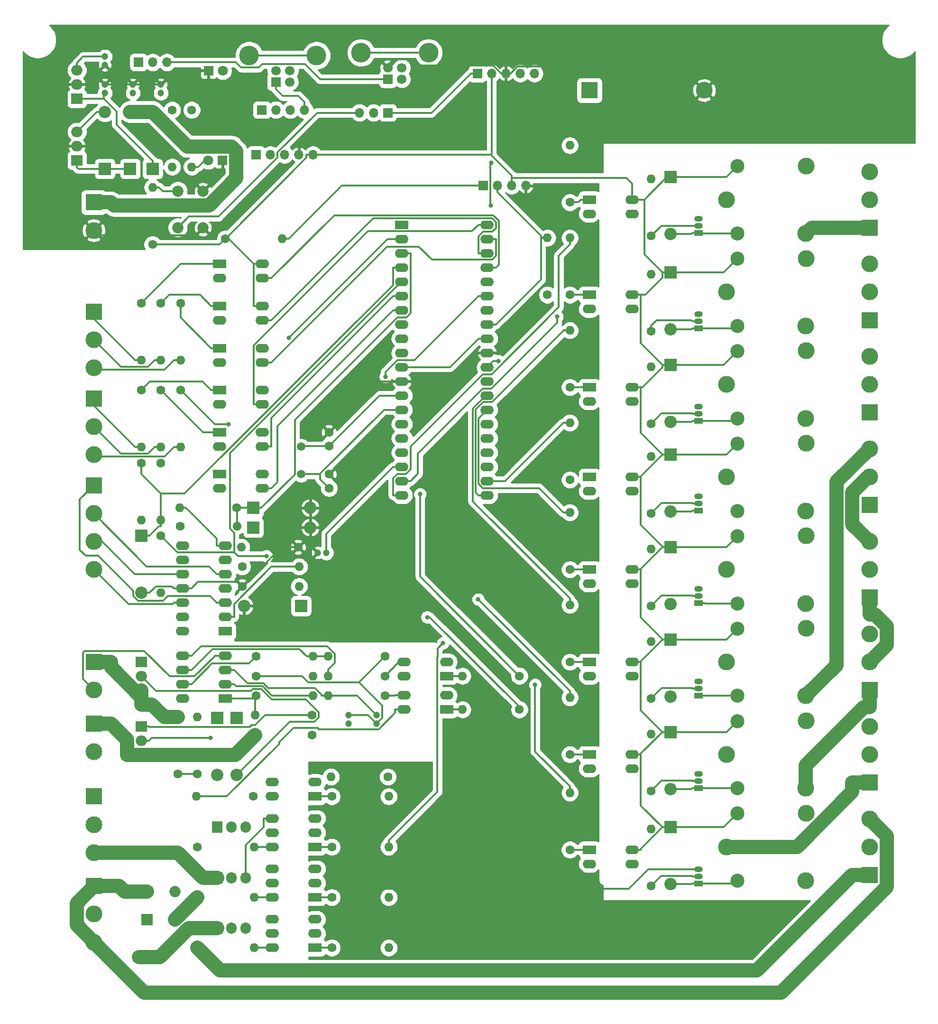
<source format=gbr>
G04 #@! TF.GenerationSoftware,KiCad,Pcbnew,(5.1.4)-1*
G04 #@! TF.CreationDate,2021-06-13T20:18:53-03:00*
G04 #@! TF.ProjectId,_autosave-PLC_Pic18f4550,5f617574-6f73-4617-9665-2d504c435f50,rev?*
G04 #@! TF.SameCoordinates,Original*
G04 #@! TF.FileFunction,Copper,L2,Bot*
G04 #@! TF.FilePolarity,Positive*
%FSLAX46Y46*%
G04 Gerber Fmt 4.6, Leading zero omitted, Abs format (unit mm)*
G04 Created by KiCad (PCBNEW (5.1.4)-1) date 2021-06-13 20:18:53*
%MOMM*%
%LPD*%
G04 APERTURE LIST*
%ADD10C,3.000000*%
%ADD11C,2.500000*%
%ADD12R,3.000000X3.000000*%
%ADD13C,1.500000*%
%ADD14O,2.000000X1.905000*%
%ADD15R,2.000000X1.905000*%
%ADD16O,2.400000X1.600000*%
%ADD17R,2.400000X1.600000*%
%ADD18C,2.000000*%
%ADD19O,1.600000X1.600000*%
%ADD20C,1.600000*%
%ADD21O,1.905000X2.000000*%
%ADD22R,1.905000X2.000000*%
%ADD23R,1.500000X1.050000*%
%ADD24O,1.500000X1.050000*%
%ADD25O,1.700000X1.700000*%
%ADD26R,1.700000X1.700000*%
%ADD27C,3.500000*%
%ADD28C,1.700000*%
%ADD29C,1.800000*%
%ADD30R,1.800000X1.800000*%
%ADD31O,2.200000X2.200000*%
%ADD32R,2.200000X2.200000*%
%ADD33R,2.000000X2.000000*%
%ADD34O,2.000000X2.000000*%
%ADD35C,1.200000*%
%ADD36C,0.800000*%
%ADD37C,0.900000*%
%ADD38C,0.300000*%
%ADD39C,2.500000*%
%ADD40C,0.254000*%
G04 APERTURE END LIST*
D10*
X185000000Y-164500000D03*
D11*
X186950000Y-158550000D03*
D10*
X199200000Y-158500000D03*
X199150000Y-170550000D03*
D11*
X186950000Y-170550000D03*
D10*
X185000000Y-148000000D03*
D11*
X186950000Y-142050000D03*
D10*
X199200000Y-142000000D03*
X199150000Y-154050000D03*
D11*
X186950000Y-154050000D03*
D10*
X185000000Y-131500000D03*
D11*
X186950000Y-125550000D03*
D10*
X199200000Y-125500000D03*
X199150000Y-137550000D03*
D11*
X186950000Y-137550000D03*
D10*
X185000000Y-115000000D03*
D11*
X186950000Y-109050000D03*
D10*
X199200000Y-109000000D03*
X199150000Y-121050000D03*
D11*
X186950000Y-121050000D03*
D10*
X185000000Y-98500000D03*
D11*
X186950000Y-92550000D03*
D10*
X199200000Y-92500000D03*
X199150000Y-104550000D03*
D11*
X186950000Y-104550000D03*
D10*
X185000000Y-82000000D03*
D11*
X186950000Y-76050000D03*
D10*
X199200000Y-76000000D03*
X199150000Y-88050000D03*
D11*
X186950000Y-88050000D03*
D10*
X185000000Y-65500000D03*
D11*
X186950000Y-59550000D03*
D10*
X199200000Y-59500000D03*
X199150000Y-71550000D03*
D11*
X186950000Y-71550000D03*
D10*
X185000000Y-49000000D03*
D11*
X186950000Y-43050000D03*
D10*
X199200000Y-43000000D03*
X199150000Y-55050000D03*
D11*
X186950000Y-55050000D03*
D10*
X72000000Y-54500000D03*
D12*
X72000000Y-49500000D03*
D13*
X109000000Y-93100000D03*
X109000000Y-98000000D03*
D14*
X69000000Y-25920000D03*
X69000000Y-28460000D03*
D15*
X69000000Y-31000000D03*
D14*
X69000000Y-36920000D03*
X69000000Y-39460000D03*
D15*
X69000000Y-42000000D03*
D16*
X102120000Y-98000000D03*
X94500000Y-100540000D03*
X102120000Y-100540000D03*
D17*
X94500000Y-98000000D03*
D16*
X102120000Y-90500000D03*
X94500000Y-93040000D03*
X102120000Y-93040000D03*
D17*
X94500000Y-90500000D03*
D16*
X102120000Y-83000000D03*
X94500000Y-85540000D03*
X102120000Y-85540000D03*
D17*
X94500000Y-83000000D03*
D16*
X102120000Y-75500000D03*
X94500000Y-78040000D03*
X102120000Y-78040000D03*
D17*
X94500000Y-75500000D03*
D16*
X102120000Y-68000000D03*
X94500000Y-70540000D03*
X102120000Y-70540000D03*
D17*
X94500000Y-68000000D03*
D16*
X102120000Y-60500000D03*
X94500000Y-63040000D03*
X102120000Y-63040000D03*
D17*
X94500000Y-60500000D03*
D16*
X87880000Y-126000000D03*
X95500000Y-110760000D03*
X87880000Y-123460000D03*
X95500000Y-113300000D03*
X87880000Y-120920000D03*
X95500000Y-115840000D03*
X87880000Y-118380000D03*
X95500000Y-118380000D03*
X87880000Y-115840000D03*
X95500000Y-120920000D03*
X87880000Y-113300000D03*
X95500000Y-123460000D03*
X87880000Y-110760000D03*
D17*
X95500000Y-126000000D03*
D16*
X87880000Y-138000000D03*
X95500000Y-130380000D03*
X87880000Y-135460000D03*
X95500000Y-132920000D03*
X87880000Y-132920000D03*
X95500000Y-135460000D03*
X87880000Y-130380000D03*
D17*
X95500000Y-138000000D03*
D16*
X127380000Y-134000000D03*
X135000000Y-131460000D03*
X127380000Y-131460000D03*
D17*
X135000000Y-134000000D03*
D16*
X127380000Y-140000000D03*
X135000000Y-137460000D03*
X127380000Y-137460000D03*
D17*
X135000000Y-140000000D03*
D16*
X103880000Y-155500000D03*
X111500000Y-152960000D03*
X103880000Y-152960000D03*
D17*
X111500000Y-155500000D03*
D16*
X103880000Y-164500000D03*
X111500000Y-159420000D03*
X103880000Y-161960000D03*
X111500000Y-161960000D03*
X103880000Y-159420000D03*
D17*
X111500000Y-164500000D03*
D16*
X103880000Y-182500000D03*
X111500000Y-177420000D03*
X103880000Y-179960000D03*
X111500000Y-179960000D03*
X103880000Y-177420000D03*
D17*
X111500000Y-182500000D03*
D16*
X103880000Y-173500000D03*
X111500000Y-168420000D03*
X103880000Y-170960000D03*
X111500000Y-170960000D03*
X103880000Y-168420000D03*
D17*
X111500000Y-173500000D03*
X160500000Y-165000000D03*
D16*
X168120000Y-167540000D03*
X160500000Y-167540000D03*
X168120000Y-165000000D03*
X168120000Y-148000000D03*
X160500000Y-150540000D03*
X168120000Y-150540000D03*
D17*
X160500000Y-148000000D03*
D16*
X168120000Y-131500000D03*
X160500000Y-134040000D03*
X168120000Y-134040000D03*
D17*
X160500000Y-131500000D03*
D16*
X168120000Y-115000000D03*
X160500000Y-117540000D03*
X168120000Y-117540000D03*
D17*
X160500000Y-115000000D03*
D16*
X168120000Y-98500000D03*
X160500000Y-101040000D03*
X168120000Y-101040000D03*
D17*
X160500000Y-98500000D03*
D16*
X168120000Y-82500000D03*
X160500000Y-85040000D03*
X168120000Y-85040000D03*
D17*
X160500000Y-82500000D03*
D16*
X168120000Y-66000000D03*
X160500000Y-68540000D03*
X168120000Y-68540000D03*
D17*
X160500000Y-66000000D03*
D16*
X168120000Y-49000000D03*
X160500000Y-51540000D03*
X168120000Y-51540000D03*
D17*
X160500000Y-49000000D03*
D16*
X142240000Y-53500000D03*
X127000000Y-101760000D03*
X142240000Y-56040000D03*
X127000000Y-99220000D03*
X142240000Y-58580000D03*
X127000000Y-96680000D03*
X142240000Y-61120000D03*
X127000000Y-94140000D03*
X142240000Y-63660000D03*
X127000000Y-91600000D03*
X142240000Y-66200000D03*
X127000000Y-89060000D03*
X142240000Y-68740000D03*
X127000000Y-86520000D03*
X142240000Y-71280000D03*
X127000000Y-83980000D03*
X142240000Y-73820000D03*
X127000000Y-81440000D03*
X142240000Y-76360000D03*
X127000000Y-78900000D03*
X142240000Y-78900000D03*
X127000000Y-76360000D03*
X142240000Y-81440000D03*
X127000000Y-73820000D03*
X142240000Y-83980000D03*
X127000000Y-71280000D03*
X142240000Y-86520000D03*
X127000000Y-68740000D03*
X142240000Y-89060000D03*
X127000000Y-66200000D03*
X142240000Y-91600000D03*
X127000000Y-63660000D03*
X142240000Y-94140000D03*
X127000000Y-61120000D03*
X142240000Y-96680000D03*
X127000000Y-58580000D03*
X142240000Y-99220000D03*
X127000000Y-56040000D03*
X142240000Y-101760000D03*
D17*
X127000000Y-53500000D03*
D18*
X91500000Y-54000000D03*
X87000000Y-54000000D03*
X91500000Y-47500000D03*
X87000000Y-47500000D03*
D19*
X86000000Y-43160000D03*
D20*
X86000000Y-33000000D03*
D19*
X89500000Y-43160000D03*
D20*
X89500000Y-33000000D03*
D19*
X108660000Y-118000000D03*
D20*
X98500000Y-118000000D03*
D19*
X84000000Y-106160000D03*
D20*
X84000000Y-96000000D03*
D19*
X87500000Y-93160000D03*
D20*
X87500000Y-83000000D03*
D19*
X84000000Y-93160000D03*
D20*
X84000000Y-83000000D03*
D19*
X84000000Y-119160000D03*
D20*
X84000000Y-109000000D03*
D19*
X80500000Y-106160000D03*
D20*
X80500000Y-96000000D03*
D19*
X80500000Y-93160000D03*
D20*
X80500000Y-83000000D03*
D19*
X87500000Y-77660000D03*
D20*
X87500000Y-67500000D03*
D19*
X97560000Y-107250000D03*
D20*
X87400000Y-107250000D03*
D19*
X98340000Y-111000000D03*
D20*
X108500000Y-111000000D03*
D19*
X87340000Y-104000000D03*
D20*
X97500000Y-104000000D03*
D19*
X108660000Y-114500000D03*
D20*
X98500000Y-114500000D03*
D19*
X84000000Y-77660000D03*
D20*
X84000000Y-67500000D03*
D19*
X80500000Y-77660000D03*
D20*
X80500000Y-67500000D03*
D19*
X87000000Y-141340000D03*
D20*
X87000000Y-151500000D03*
D19*
X100840000Y-144500000D03*
D20*
X111000000Y-144500000D03*
D19*
X90500000Y-141340000D03*
D20*
X90500000Y-151500000D03*
D19*
X100840000Y-141000000D03*
D20*
X111000000Y-141000000D03*
D19*
X111160000Y-130500000D03*
D20*
X101000000Y-130500000D03*
D19*
X111160000Y-137500000D03*
D20*
X101000000Y-137500000D03*
D19*
X113840000Y-130500000D03*
D20*
X124000000Y-130500000D03*
D19*
X111160000Y-134000000D03*
D20*
X101000000Y-134000000D03*
D19*
X113840000Y-134000000D03*
D20*
X124000000Y-134000000D03*
D19*
X113840000Y-137500000D03*
D20*
X124000000Y-137500000D03*
D19*
X137840000Y-134000000D03*
D20*
X148000000Y-134000000D03*
D19*
X137840000Y-140000000D03*
D20*
X148000000Y-140000000D03*
D19*
X90340000Y-155500000D03*
D20*
X100500000Y-155500000D03*
D19*
X100660000Y-164500000D03*
D20*
X90500000Y-164500000D03*
D19*
X100660000Y-182500000D03*
D20*
X90500000Y-182500000D03*
D19*
X100660000Y-173500000D03*
D20*
X90500000Y-173500000D03*
D19*
X124660000Y-155500000D03*
D20*
X114500000Y-155500000D03*
D19*
X114340000Y-152000000D03*
D20*
X124500000Y-152000000D03*
D19*
X124660000Y-164500000D03*
D20*
X114500000Y-164500000D03*
D19*
X124660000Y-182500000D03*
D20*
X114500000Y-182500000D03*
D19*
X124660000Y-173500000D03*
D20*
X114500000Y-173500000D03*
X171500000Y-171500000D03*
D19*
X171500000Y-161340000D03*
X171500000Y-144340000D03*
D20*
X171500000Y-154500000D03*
X157000000Y-165000000D03*
D19*
X157000000Y-154840000D03*
X157000000Y-137840000D03*
D20*
X157000000Y-148000000D03*
D19*
X171500000Y-127840000D03*
D20*
X171500000Y-138000000D03*
D19*
X171500000Y-111340000D03*
D20*
X171500000Y-121500000D03*
D19*
X171500000Y-94840000D03*
D20*
X171500000Y-105000000D03*
D19*
X157000000Y-121340000D03*
D20*
X157000000Y-131500000D03*
D19*
X157000000Y-104840000D03*
D20*
X157000000Y-115000000D03*
D19*
X157000000Y-88840000D03*
D20*
X157000000Y-99000000D03*
D19*
X171500000Y-78840000D03*
D20*
X171500000Y-89000000D03*
D19*
X171500000Y-62340000D03*
D20*
X171500000Y-72500000D03*
D19*
X171500000Y-45340000D03*
D20*
X171500000Y-55500000D03*
D19*
X157000000Y-72340000D03*
D20*
X157000000Y-82500000D03*
D19*
X157000000Y-55840000D03*
D20*
X157000000Y-66000000D03*
D19*
X157000000Y-39340000D03*
D20*
X157000000Y-49500000D03*
D19*
X105660000Y-56000000D03*
D20*
X95500000Y-56000000D03*
D19*
X153000000Y-55840000D03*
D20*
X153000000Y-66000000D03*
D19*
X82500000Y-46840000D03*
D20*
X82500000Y-57000000D03*
D14*
X80500000Y-136580000D03*
X80500000Y-134040000D03*
D15*
X80500000Y-131500000D03*
D14*
X80500000Y-148080000D03*
X80500000Y-145540000D03*
D15*
X80500000Y-143000000D03*
D21*
X99080000Y-170000000D03*
X96540000Y-170000000D03*
D22*
X94000000Y-170000000D03*
D21*
X99080000Y-179000000D03*
X96540000Y-179000000D03*
D22*
X94000000Y-179000000D03*
D21*
X99080000Y-161000000D03*
X96540000Y-161000000D03*
D22*
X94000000Y-161000000D03*
D23*
X180000000Y-171000000D03*
D24*
X180000000Y-168460000D03*
X180000000Y-169730000D03*
D23*
X180000000Y-154000000D03*
D24*
X180000000Y-151460000D03*
X180000000Y-152730000D03*
D23*
X180000000Y-137500000D03*
D24*
X180000000Y-134960000D03*
X180000000Y-136230000D03*
D23*
X180000000Y-121000000D03*
D24*
X180000000Y-118460000D03*
X180000000Y-119730000D03*
D23*
X180000000Y-104500000D03*
D24*
X180000000Y-101960000D03*
X180000000Y-103230000D03*
D23*
X180000000Y-88500000D03*
D24*
X180000000Y-85960000D03*
X180000000Y-87230000D03*
D23*
X180000000Y-72000000D03*
D24*
X180000000Y-69460000D03*
X180000000Y-70730000D03*
D23*
X180000000Y-55000000D03*
D24*
X180000000Y-52460000D03*
X180000000Y-53730000D03*
D25*
X85080000Y-24500000D03*
X82540000Y-24500000D03*
D26*
X80000000Y-24500000D03*
D25*
X119420000Y-33500000D03*
X121960000Y-33500000D03*
D26*
X124500000Y-33500000D03*
D10*
X72000000Y-94500000D03*
X72000000Y-89500000D03*
D12*
X72000000Y-84500000D03*
D10*
X72000000Y-79000000D03*
X72000000Y-74000000D03*
D12*
X72000000Y-69000000D03*
D10*
X72000000Y-115000000D03*
X72000000Y-110000000D03*
X72000000Y-105000000D03*
D12*
X72000000Y-100000000D03*
D10*
X72000000Y-136500000D03*
D12*
X72000000Y-131500000D03*
D10*
X72000000Y-147500000D03*
D12*
X72000000Y-142500000D03*
D10*
X72000000Y-181500000D03*
X72000000Y-176500000D03*
D12*
X72000000Y-171500000D03*
D10*
X72000000Y-165500000D03*
X72000000Y-160500000D03*
D12*
X72000000Y-155500000D03*
D10*
X210500000Y-159500000D03*
X210500000Y-164500000D03*
D12*
X210500000Y-169500000D03*
D10*
X210500000Y-143000000D03*
X210500000Y-148000000D03*
D12*
X210500000Y-153000000D03*
D10*
X210500000Y-126500000D03*
X210500000Y-131500000D03*
D12*
X210500000Y-136500000D03*
D10*
X210500000Y-110000000D03*
X210500000Y-115000000D03*
D12*
X210500000Y-120000000D03*
D10*
X210500000Y-93500000D03*
X210500000Y-98500000D03*
D12*
X210500000Y-103500000D03*
D10*
X210500000Y-77000000D03*
X210500000Y-82000000D03*
D12*
X210500000Y-87000000D03*
D10*
X210500000Y-60500000D03*
X210500000Y-65500000D03*
D12*
X210500000Y-70500000D03*
D10*
X210500000Y-44000000D03*
X210500000Y-49000000D03*
D12*
X210500000Y-54000000D03*
D25*
X149120000Y-46500000D03*
X146580000Y-46500000D03*
X144040000Y-46500000D03*
D26*
X141500000Y-46500000D03*
D27*
X111770000Y-23290000D03*
X99730000Y-23290000D03*
D28*
X104500000Y-26000000D03*
X107000000Y-26000000D03*
X107000000Y-28000000D03*
D26*
X104500000Y-28000000D03*
D25*
X109620000Y-33000000D03*
X107080000Y-33000000D03*
X104540000Y-33000000D03*
D26*
X102000000Y-33000000D03*
D25*
X111160000Y-41000000D03*
X108620000Y-41000000D03*
X106080000Y-41000000D03*
X103540000Y-41000000D03*
D26*
X101000000Y-41000000D03*
D27*
X131770000Y-22790000D03*
X119730000Y-22790000D03*
D28*
X124500000Y-25500000D03*
X127000000Y-25500000D03*
X127000000Y-27500000D03*
D26*
X124500000Y-27500000D03*
D25*
X150660000Y-26500000D03*
X148120000Y-26500000D03*
X145580000Y-26500000D03*
X143040000Y-26500000D03*
D26*
X140500000Y-26500000D03*
D29*
X95040000Y-26000000D03*
D30*
X92500000Y-26000000D03*
D29*
X92460000Y-42000000D03*
D30*
X95000000Y-42000000D03*
D31*
X74000000Y-33340000D03*
D32*
X74000000Y-43500000D03*
D31*
X82500000Y-33340000D03*
D32*
X82500000Y-43500000D03*
D31*
X78500000Y-33340000D03*
D32*
X78500000Y-43500000D03*
D31*
X98840000Y-121500000D03*
D32*
X109000000Y-121500000D03*
D31*
X80500000Y-119160000D03*
D32*
X80500000Y-109000000D03*
D31*
X110660000Y-104000000D03*
D32*
X100500000Y-104000000D03*
D31*
X110660000Y-107500000D03*
D32*
X100500000Y-107500000D03*
D31*
X97500000Y-151660000D03*
D32*
X97500000Y-141500000D03*
D31*
X94000000Y-151660000D03*
D32*
X94000000Y-141500000D03*
D33*
X81500000Y-177500000D03*
D34*
X86500000Y-172500000D03*
X86500000Y-177500000D03*
X81500000Y-172500000D03*
D31*
X175000000Y-171160000D03*
D32*
X175000000Y-161000000D03*
D31*
X175000000Y-154160000D03*
D32*
X175000000Y-144000000D03*
D31*
X175000000Y-137660000D03*
D32*
X175000000Y-127500000D03*
D31*
X175000000Y-121160000D03*
D32*
X175000000Y-111000000D03*
D31*
X175000000Y-104660000D03*
D32*
X175000000Y-94500000D03*
D31*
X175000000Y-88660000D03*
D32*
X175000000Y-78500000D03*
D31*
X175000000Y-72160000D03*
D32*
X175000000Y-62000000D03*
D31*
X175000000Y-55160000D03*
D32*
X175000000Y-45000000D03*
D35*
X74000000Y-25000000D03*
X74000000Y-23500000D03*
X79000000Y-28500000D03*
X79000000Y-30000000D03*
X74000000Y-28500000D03*
X74000000Y-30000000D03*
X84000000Y-28500000D03*
X84000000Y-30000000D03*
X117500000Y-142500000D03*
X117500000Y-141000000D03*
X122500000Y-141000000D03*
X122500000Y-142500000D03*
X113500000Y-112000000D03*
X112000000Y-112000000D03*
D20*
X114000000Y-98000000D03*
X114000000Y-100500000D03*
X114000000Y-90500000D03*
X114000000Y-93000000D03*
D12*
X160500000Y-29500000D03*
D10*
X180990000Y-29500000D03*
D36*
X115937500Y-171950400D03*
X92813300Y-145028600D03*
X106810400Y-73652000D03*
X102861800Y-112618200D03*
X142909000Y-50067800D03*
X143002700Y-42457900D03*
D37*
X80079100Y-184201300D03*
D36*
X154736700Y-69899800D03*
X140640900Y-120330600D03*
X144271600Y-77816100D03*
X150797300Y-135549700D03*
X134355900Y-128144100D03*
X124075300Y-80596900D03*
X131509200Y-123509200D03*
X130265800Y-101561700D03*
X96050300Y-89095000D03*
D38*
X72000000Y-136500000D02*
X70049600Y-134549600D01*
X70049600Y-134549600D02*
X70049600Y-129784000D01*
X70049600Y-129784000D02*
X70320400Y-129513200D01*
X70320400Y-129513200D02*
X80978800Y-129513200D01*
X80978800Y-129513200D02*
X85542100Y-134076500D01*
X85542100Y-134076500D02*
X90000900Y-134076500D01*
X90000900Y-134076500D02*
X93697400Y-130380000D01*
X93697400Y-130380000D02*
X95500000Y-130380000D01*
X119349600Y-135150400D02*
X110311300Y-135150400D01*
X110311300Y-135150400D02*
X109160900Y-134000000D01*
X109160900Y-134000000D02*
X101000000Y-134000000D01*
X124000000Y-130500000D02*
X119349600Y-135150400D01*
X119349600Y-135150400D02*
X123482200Y-139283000D01*
X123482200Y-139283000D02*
X123482200Y-141517800D01*
X123482200Y-141517800D02*
X122500000Y-142500000D01*
X98500000Y-118000000D02*
X98541100Y-118000000D01*
X98541100Y-118000000D02*
X105541100Y-111000000D01*
X105541100Y-111000000D02*
X108500000Y-111000000D01*
X109805200Y-109805100D02*
X109805100Y-109805100D01*
X109805100Y-109805100D02*
X109694900Y-109805100D01*
X109694900Y-109805100D02*
X108500000Y-111000000D01*
X112000000Y-112000000D02*
X109805200Y-109805100D01*
X110660000Y-108950300D02*
X109805200Y-109805100D01*
X110660000Y-107500000D02*
X110660000Y-108950300D01*
X79000000Y-28500000D02*
X84000000Y-28500000D01*
X74000000Y-28500000D02*
X79000000Y-28500000D01*
X180000000Y-168460000D02*
X170995900Y-168460000D01*
X170995900Y-168460000D02*
X167505500Y-171950400D01*
X167505500Y-171950400D02*
X115937500Y-171950400D01*
X98500000Y-118000000D02*
X97721300Y-117221300D01*
X97721300Y-117221300D02*
X90589000Y-117221300D01*
X90589000Y-117221300D02*
X89430300Y-118380000D01*
X87880000Y-118380000D02*
X89430300Y-118380000D01*
X140689700Y-76360000D02*
X135609700Y-81440000D01*
X135609700Y-81440000D02*
X127000000Y-81440000D01*
X91500000Y-54000000D02*
X90133000Y-55367000D01*
X90133000Y-55367000D02*
X72867000Y-55367000D01*
X72867000Y-55367000D02*
X72000000Y-54500000D01*
X127000000Y-81440000D02*
X123060000Y-81440000D01*
X123060000Y-81440000D02*
X114000000Y-90500000D01*
X142240000Y-76360000D02*
X140689700Y-76360000D01*
X92500000Y-26000000D02*
X86500000Y-26000000D01*
X86500000Y-26000000D02*
X84000000Y-28500000D01*
X87880000Y-118380000D02*
X86329700Y-118380000D01*
X80500000Y-119160000D02*
X81950300Y-119160000D01*
X81950300Y-119160000D02*
X83110300Y-118000000D01*
X83110300Y-118000000D02*
X85949700Y-118000000D01*
X85949700Y-118000000D02*
X86329700Y-118380000D01*
X122500000Y-142500000D02*
X121000000Y-141000000D01*
X121000000Y-141000000D02*
X117500000Y-141000000D01*
X124500000Y-25500000D02*
X124500000Y-25000000D01*
X144752700Y-26500000D02*
X145580000Y-26500000D01*
X128528300Y-24000000D02*
X129600100Y-25071800D01*
X124500000Y-25000000D02*
X125500000Y-24000000D01*
X129600100Y-25071800D02*
X143324500Y-25071800D01*
X125500000Y-24000000D02*
X128528300Y-24000000D01*
X143324500Y-25071800D02*
X144752700Y-26500000D01*
X176740300Y-25250300D02*
X180990000Y-29500000D01*
X147656900Y-25250300D02*
X176740300Y-25250300D01*
X145580000Y-26500000D02*
X146407200Y-26500000D01*
X146407200Y-26500000D02*
X147656900Y-25250300D01*
X127000000Y-83980000D02*
X123020000Y-83980000D01*
X123020000Y-83980000D02*
X114000000Y-93000000D01*
X114000000Y-93000000D02*
X109100000Y-93000000D01*
X109100000Y-93000000D02*
X109000000Y-93100000D01*
X112400200Y-98000000D02*
X112400200Y-97925600D01*
X112400200Y-97925600D02*
X123805800Y-86520000D01*
X123805800Y-86520000D02*
X125449700Y-86520000D01*
X114000000Y-100500000D02*
X112400200Y-98900200D01*
X112400200Y-98900200D02*
X112400200Y-98000000D01*
X112400200Y-98000000D02*
X109000000Y-98000000D01*
X127000000Y-86520000D02*
X125449700Y-86520000D01*
X127000000Y-96680000D02*
X125449700Y-96680000D01*
X113500000Y-112000000D02*
X113500000Y-108629700D01*
X113500000Y-108629700D02*
X125449700Y-96680000D01*
X122500000Y-141000000D02*
X119000000Y-137500000D01*
X119000000Y-137500000D02*
X113840000Y-137500000D01*
X112689700Y-137500000D02*
X112689700Y-137356100D01*
X112689700Y-137356100D02*
X111450000Y-136116400D01*
X111450000Y-136116400D02*
X103119100Y-136116400D01*
X103119100Y-136116400D02*
X102351800Y-135349100D01*
X102351800Y-135349100D02*
X99479400Y-135349100D01*
X99479400Y-135349100D02*
X97050300Y-132920000D01*
X113840000Y-137500000D02*
X112689700Y-137500000D01*
X95500000Y-132920000D02*
X97050300Y-132920000D01*
X87880000Y-130380000D02*
X89430300Y-130380000D01*
X113840000Y-134000000D02*
X113840000Y-132849700D01*
X113840000Y-132849700D02*
X115006700Y-131683000D01*
X115006700Y-131683000D02*
X115006700Y-130025700D01*
X115006700Y-130025700D02*
X113662200Y-128681200D01*
X113662200Y-128681200D02*
X91129100Y-128681200D01*
X91129100Y-128681200D02*
X89430300Y-130380000D01*
X69000000Y-42000000D02*
X69000000Y-43302800D01*
X74000000Y-43500000D02*
X69197200Y-43500000D01*
X69197200Y-43500000D02*
X69000000Y-43302800D01*
X78500000Y-43500000D02*
X74000000Y-43500000D01*
X73767000Y-31000000D02*
X70350300Y-31000000D01*
X82500000Y-42049700D02*
X76073200Y-35622900D01*
X76073200Y-35622900D02*
X76073200Y-33306200D01*
X76073200Y-33306200D02*
X73767000Y-31000000D01*
X73767000Y-31000000D02*
X73767000Y-30233000D01*
X73767000Y-30233000D02*
X74000000Y-30000000D01*
X82500000Y-43500000D02*
X82500000Y-42049700D01*
X69000000Y-31000000D02*
X70350300Y-31000000D01*
X72549700Y-33340000D02*
X74000000Y-33340000D01*
X69000000Y-36920000D02*
X69000000Y-36889700D01*
X69000000Y-36889700D02*
X72549700Y-33340000D01*
X69000000Y-25920000D02*
X69000000Y-24617200D01*
X74000000Y-23500000D02*
X70117200Y-23500000D01*
X70117200Y-23500000D02*
X69000000Y-24617200D01*
X179919600Y-55000000D02*
X179969600Y-55050000D01*
X179969600Y-55050000D02*
X186950000Y-55050000D01*
X179919600Y-55000000D02*
X178899700Y-55000000D01*
X180000000Y-55000000D02*
X179919600Y-55000000D01*
X175000000Y-55160000D02*
X178739700Y-55160000D01*
X178739700Y-55160000D02*
X178899700Y-55000000D01*
X175000000Y-45000000D02*
X185000000Y-45000000D01*
X185000000Y-45000000D02*
X186950000Y-43050000D01*
X170337200Y-49000000D02*
X169545200Y-49000000D01*
X170337200Y-49000000D02*
X170337200Y-58787500D01*
X170337200Y-58787500D02*
X173549700Y-62000000D01*
X168120000Y-49000000D02*
X169545200Y-49000000D01*
X169670400Y-82500000D02*
X169670400Y-90620700D01*
X169670400Y-90620700D02*
X173549700Y-94500000D01*
X169545200Y-82500000D02*
X169670400Y-82500000D01*
X169670300Y-66000000D02*
X169670300Y-74620600D01*
X169670300Y-74620600D02*
X173549700Y-78500000D01*
X169545200Y-66000000D02*
X169670300Y-66000000D01*
X168120000Y-66000000D02*
X169545200Y-66000000D01*
X173549700Y-94500000D02*
X169670400Y-98379300D01*
X169670400Y-98379300D02*
X169670400Y-98500000D01*
X168120000Y-82500000D02*
X169545200Y-82500000D01*
X169670400Y-98500000D02*
X169670400Y-107008600D01*
X169670400Y-107008600D02*
X173661800Y-111000000D01*
X169545200Y-98500000D02*
X169670400Y-98500000D01*
X173661800Y-111000000D02*
X173549700Y-111000000D01*
X175000000Y-111000000D02*
X173661800Y-111000000D01*
X168120000Y-98500000D02*
X169545200Y-98500000D01*
X169670400Y-115000000D02*
X169670400Y-123508600D01*
X169670400Y-123508600D02*
X173661800Y-127500000D01*
X169545200Y-115000000D02*
X169670400Y-115000000D01*
X173549700Y-111000000D02*
X169670400Y-114879300D01*
X169670400Y-114879300D02*
X169670400Y-115000000D01*
X173661800Y-127500000D02*
X173549700Y-127500000D01*
X175000000Y-127500000D02*
X173661800Y-127500000D01*
X168120000Y-115000000D02*
X169545200Y-115000000D01*
X169670400Y-131500000D02*
X169670400Y-140120700D01*
X169670400Y-140120700D02*
X173549700Y-144000000D01*
X169545200Y-131500000D02*
X169670400Y-131500000D01*
X173549700Y-127500000D02*
X169670400Y-131379300D01*
X169670400Y-131379300D02*
X169670400Y-131500000D01*
X168120000Y-131500000D02*
X169545200Y-131500000D01*
X169670300Y-148000000D02*
X169670300Y-157120600D01*
X169670300Y-157120600D02*
X173549700Y-161000000D01*
X169545200Y-148000000D02*
X169670300Y-148000000D01*
X168120000Y-148000000D02*
X169545200Y-148000000D01*
X142896600Y-41000000D02*
X112360300Y-41000000D01*
X100569700Y-60500000D02*
X100569700Y-68000000D01*
X95784900Y-55715100D02*
X100569700Y-60500000D01*
X102120000Y-68000000D02*
X100569700Y-68000000D01*
X95784900Y-55715100D02*
X109959700Y-41540300D01*
X109959700Y-41540300D02*
X109959700Y-41000000D01*
X95500000Y-56000000D02*
X95784900Y-55715100D01*
X102120000Y-60500000D02*
X100569700Y-60500000D01*
X175000000Y-78500000D02*
X173549700Y-78500000D01*
X175000000Y-78500000D02*
X184500000Y-78500000D01*
X184500000Y-78500000D02*
X186950000Y-76050000D01*
X175000000Y-94500000D02*
X173549700Y-94500000D01*
X175000000Y-94500000D02*
X185000000Y-94500000D01*
X185000000Y-94500000D02*
X186950000Y-92550000D01*
X175000000Y-144000000D02*
X173549700Y-144000000D01*
X173549700Y-144000000D02*
X169670300Y-147879400D01*
X169670300Y-147879400D02*
X169670300Y-148000000D01*
X175000000Y-144000000D02*
X185000000Y-144000000D01*
X185000000Y-144000000D02*
X186950000Y-142050000D01*
X168120000Y-165000000D02*
X169670300Y-165000000D01*
X175000000Y-161000000D02*
X173549700Y-161000000D01*
X173549700Y-161000000D02*
X169670300Y-164879400D01*
X169670300Y-164879400D02*
X169670300Y-165000000D01*
X175000000Y-161000000D02*
X184500000Y-161000000D01*
X184500000Y-161000000D02*
X186950000Y-158550000D01*
X175000000Y-62000000D02*
X173549700Y-62000000D01*
X175000000Y-62000000D02*
X184500000Y-62000000D01*
X184500000Y-62000000D02*
X186950000Y-59550000D01*
X175000000Y-111000000D02*
X185000000Y-111000000D01*
X185000000Y-111000000D02*
X186950000Y-109050000D01*
X175000000Y-127500000D02*
X185000000Y-127500000D01*
X185000000Y-127500000D02*
X186950000Y-125550000D01*
X111160000Y-41000000D02*
X112360300Y-41000000D01*
X146739800Y-45139900D02*
X146580000Y-45299700D01*
X168120000Y-49000000D02*
X168120000Y-46122100D01*
X168120000Y-46122100D02*
X167137800Y-45139900D01*
X167137800Y-45139900D02*
X146739800Y-45139900D01*
X111160000Y-41000000D02*
X109959700Y-41000000D01*
X82500000Y-57000000D02*
X94500000Y-57000000D01*
X94500000Y-57000000D02*
X95500000Y-56000000D01*
X140689700Y-73820000D02*
X135609700Y-78900000D01*
X135609700Y-78900000D02*
X127000000Y-78900000D01*
X142240000Y-73820000D02*
X140689700Y-73820000D01*
X127380000Y-140000000D02*
X125829700Y-140000000D01*
X90340000Y-155500000D02*
X95766300Y-155500000D01*
X95766300Y-155500000D02*
X105128800Y-146137500D01*
X105128800Y-146137500D02*
X105128800Y-145788900D01*
X105128800Y-145788900D02*
X107629800Y-143287900D01*
X107629800Y-143287900D02*
X111987900Y-143287900D01*
X111987900Y-143287900D02*
X112186100Y-143486100D01*
X112186100Y-143486100D02*
X122878100Y-143486100D01*
X122878100Y-143486100D02*
X125829700Y-140534500D01*
X125829700Y-140534500D02*
X125829700Y-140000000D01*
X146580000Y-46500000D02*
X146580000Y-45299700D01*
X143040000Y-27700300D02*
X143040000Y-26500000D01*
X142896600Y-41000000D02*
X143040000Y-40856600D01*
X143040000Y-40856600D02*
X143040000Y-27700300D01*
X146580000Y-44683400D02*
X142896600Y-41000000D01*
X146580000Y-45420000D02*
X146580000Y-44683400D01*
X174337200Y-45000000D02*
X170337200Y-49000000D01*
X175000000Y-45000000D02*
X174337200Y-45000000D01*
X170500000Y-66000000D02*
X169670300Y-66000000D01*
X173549700Y-62000000D02*
X173549700Y-62950300D01*
X173549700Y-62950300D02*
X170500000Y-66000000D01*
X170000000Y-82500000D02*
X169670400Y-82500000D01*
X173549700Y-78500000D02*
X173549700Y-78950300D01*
X173549700Y-78950300D02*
X170000000Y-82500000D01*
X180000000Y-72000000D02*
X178899700Y-72000000D01*
X175000000Y-72160000D02*
X178739700Y-72160000D01*
X178739700Y-72160000D02*
X178899700Y-72000000D01*
X180000000Y-72000000D02*
X186500000Y-72000000D01*
X186500000Y-72000000D02*
X186950000Y-71550000D01*
X180000000Y-88500000D02*
X178899700Y-88500000D01*
X175000000Y-88660000D02*
X178739700Y-88660000D01*
X178739700Y-88660000D02*
X178899700Y-88500000D01*
X180000000Y-88500000D02*
X186500000Y-88500000D01*
X186500000Y-88500000D02*
X186950000Y-88050000D01*
X180000000Y-104500000D02*
X178899700Y-104500000D01*
X175000000Y-104660000D02*
X178739700Y-104660000D01*
X178739700Y-104660000D02*
X178899700Y-104500000D01*
X180000000Y-121000000D02*
X181100300Y-121000000D01*
X181100300Y-121000000D02*
X181150300Y-121050000D01*
X181150300Y-121050000D02*
X186950000Y-121050000D01*
X180000000Y-137500000D02*
X181100300Y-137500000D01*
X181100300Y-137500000D02*
X181150300Y-137550000D01*
X181150300Y-137550000D02*
X186950000Y-137550000D01*
X179919600Y-154000000D02*
X179969600Y-154050000D01*
X179969600Y-154050000D02*
X186950000Y-154050000D01*
X179919600Y-154000000D02*
X178899700Y-154000000D01*
X180000000Y-154000000D02*
X179919600Y-154000000D01*
X175000000Y-154160000D02*
X178739700Y-154160000D01*
X178739700Y-154160000D02*
X178899700Y-154000000D01*
X180000000Y-171000000D02*
X178899700Y-171000000D01*
X175000000Y-171160000D02*
X178739700Y-171160000D01*
X178739700Y-171160000D02*
X178899700Y-171000000D01*
X180000000Y-171000000D02*
X186500000Y-171000000D01*
X186500000Y-171000000D02*
X186950000Y-170550000D01*
D39*
X210500000Y-169500000D02*
X207449700Y-169500000D01*
X90500000Y-182500000D02*
X94565600Y-186565600D01*
X94565600Y-186565600D02*
X190384100Y-186565600D01*
X190384100Y-186565600D02*
X207449700Y-169500000D01*
X90500000Y-173500000D02*
X86500000Y-177500000D01*
X72000000Y-171500000D02*
X68942100Y-174557900D01*
X68942100Y-174557900D02*
X68942100Y-178442100D01*
X68942100Y-178442100D02*
X72000000Y-181500000D01*
X213588000Y-162588000D02*
X210500000Y-159500000D01*
X213588000Y-171648400D02*
X213588000Y-162588000D01*
X194736400Y-190500000D02*
X213588000Y-171648400D01*
X72000000Y-181500000D02*
X81000000Y-190500000D01*
X81000000Y-190500000D02*
X194736400Y-190500000D01*
X77500000Y-172500000D02*
X81500000Y-172500000D01*
X72000000Y-171500000D02*
X76500000Y-171500000D01*
X76500000Y-171500000D02*
X77500000Y-172500000D01*
D38*
X80500000Y-145540000D02*
X81850300Y-145540000D01*
X92813300Y-145028600D02*
X82361700Y-145028600D01*
X82361700Y-145028600D02*
X81850300Y-145540000D01*
X97500000Y-151660000D02*
X106954600Y-142205400D01*
X106954600Y-142205400D02*
X111432000Y-142205400D01*
X111432000Y-142205400D02*
X112194400Y-141443000D01*
X112194400Y-141443000D02*
X112194400Y-140473200D01*
X112194400Y-140473200D02*
X109871000Y-138149800D01*
X109871000Y-138149800D02*
X103737500Y-138149800D01*
X103737500Y-138149800D02*
X101937400Y-136349700D01*
X101937400Y-136349700D02*
X100350000Y-136349700D01*
X100350000Y-136349700D02*
X100040400Y-136659300D01*
X100040400Y-136659300D02*
X83119300Y-136659300D01*
X83119300Y-136659300D02*
X80500000Y-134040000D01*
X127000000Y-56040000D02*
X124422400Y-56040000D01*
X124422400Y-56040000D02*
X106810400Y-73652000D01*
X97560000Y-104000000D02*
X100500000Y-104000000D01*
X97500000Y-104000000D02*
X97560000Y-104000000D01*
X97560000Y-104000000D02*
X97560000Y-107250000D01*
X101950300Y-104000000D02*
X107899700Y-98050600D01*
X107899700Y-98050600D02*
X107899700Y-88314700D01*
X107899700Y-88314700D02*
X126204400Y-70010000D01*
X126204400Y-70010000D02*
X127808100Y-70010000D01*
X127808100Y-70010000D02*
X128550300Y-69267800D01*
X128550300Y-69267800D02*
X128550300Y-58580000D01*
X100500000Y-104000000D02*
X101950300Y-104000000D01*
X127000000Y-58580000D02*
X128550300Y-58580000D01*
X84000000Y-106160000D02*
X84000000Y-107310300D01*
X80500000Y-109000000D02*
X81950300Y-109000000D01*
X81950300Y-109000000D02*
X83640000Y-107310300D01*
X83640000Y-107310300D02*
X84000000Y-107310300D01*
X84000000Y-101471300D02*
X88237300Y-101471300D01*
X88237300Y-101471300D02*
X125449700Y-64258900D01*
X125449700Y-64258900D02*
X125449700Y-61120000D01*
X80500000Y-96000000D02*
X80500000Y-97971300D01*
X80500000Y-97971300D02*
X84000000Y-101471300D01*
X84000000Y-105009700D02*
X84000000Y-101471300D01*
X127000000Y-61120000D02*
X125449700Y-61120000D01*
X84000000Y-106160000D02*
X84000000Y-105009700D01*
X97069000Y-111952700D02*
X97069000Y-108507300D01*
X97069000Y-108507300D02*
X96303600Y-107741900D01*
X96303600Y-107741900D02*
X96303600Y-94269600D01*
X96303600Y-94269600D02*
X126913200Y-63660000D01*
X126913200Y-63660000D02*
X127000000Y-63660000D01*
X84000000Y-109000000D02*
X86952700Y-111952700D01*
X86952700Y-111952700D02*
X97069000Y-111952700D01*
X102861800Y-112618200D02*
X97734500Y-112618200D01*
X97734500Y-112618200D02*
X97069000Y-111952700D01*
D39*
X82500000Y-33340000D02*
X88689100Y-39529100D01*
X88689100Y-39529100D02*
X96589300Y-39529100D01*
X96589300Y-39529100D02*
X97465500Y-40405300D01*
X97465500Y-40405300D02*
X97465500Y-45181800D01*
X97465500Y-45181800D02*
X92596900Y-50050400D01*
X92596900Y-50050400D02*
X75600700Y-50050400D01*
X75600700Y-50050400D02*
X75050300Y-49500000D01*
X78500000Y-33340000D02*
X82500000Y-33340000D01*
X72000000Y-49500000D02*
X75050300Y-49500000D01*
D38*
X102120000Y-78040000D02*
X103670300Y-78040000D01*
X142240000Y-56040000D02*
X143790300Y-56040000D01*
X143790300Y-56040000D02*
X143790300Y-59056700D01*
X143790300Y-59056700D02*
X143114400Y-59732600D01*
X143114400Y-59732600D02*
X132353900Y-59732600D01*
X132353900Y-59732600D02*
X130007000Y-57385700D01*
X130007000Y-57385700D02*
X124324600Y-57385700D01*
X124324600Y-57385700D02*
X103670300Y-78040000D01*
X143002700Y-42457900D02*
X142839600Y-42621000D01*
X142839600Y-42621000D02*
X142839600Y-49998400D01*
X142839600Y-49998400D02*
X142909000Y-50067800D01*
X102120000Y-85540000D02*
X100569700Y-85540000D01*
X142240000Y-53500000D02*
X140689700Y-53500000D01*
X140689700Y-53500000D02*
X139539300Y-54650400D01*
X139539300Y-54650400D02*
X120928000Y-54650400D01*
X120928000Y-54650400D02*
X100569700Y-75008700D01*
X100569700Y-75008700D02*
X100569700Y-85540000D01*
X140500000Y-26500000D02*
X139299700Y-26500000D01*
X139299700Y-26500000D02*
X132299700Y-33500000D01*
X132299700Y-33500000D02*
X124500000Y-33500000D01*
X119730000Y-22790000D02*
X131770000Y-22790000D01*
X124500000Y-27500000D02*
X112370000Y-27500000D01*
X112370000Y-27500000D02*
X109661300Y-24791300D01*
X109661300Y-24791300D02*
X102090900Y-24791300D01*
X102090900Y-24791300D02*
X101469300Y-25412900D01*
X101469300Y-25412900D02*
X98292900Y-25412900D01*
X98292900Y-25412900D02*
X97380000Y-24500000D01*
X97380000Y-24500000D02*
X85080000Y-24500000D01*
X109620000Y-31799700D02*
X109620000Y-33000000D01*
X109620000Y-31620000D02*
X109620000Y-31799700D01*
X108500000Y-30500000D02*
X109620000Y-31620000D01*
X105700300Y-30500000D02*
X108500000Y-30500000D01*
X104500000Y-28000000D02*
X104500000Y-29299700D01*
X104500000Y-29299700D02*
X105700300Y-30500000D01*
X99730000Y-23290000D02*
X111770000Y-23290000D01*
X142240000Y-71280000D02*
X143790300Y-71280000D01*
X151849700Y-55840000D02*
X151849700Y-63220600D01*
X151849700Y-63220600D02*
X143790300Y-71280000D01*
X151974800Y-55840000D02*
X151849700Y-55840000D01*
X153000000Y-55840000D02*
X151974800Y-55840000D01*
X144040000Y-46500000D02*
X144040000Y-47700300D01*
X144040000Y-47700300D02*
X151849700Y-55510000D01*
X151849700Y-55510000D02*
X151849700Y-55840000D01*
X105660000Y-56000000D02*
X106810300Y-56000000D01*
X141500000Y-46500000D02*
X116310300Y-46500000D01*
X116310300Y-46500000D02*
X106810300Y-56000000D01*
D39*
X210500000Y-54000000D02*
X200200000Y-54000000D01*
X200200000Y-54000000D02*
X199150000Y-55050000D01*
X210500000Y-93500000D02*
X204632300Y-99367700D01*
X204632300Y-99367700D02*
X204632300Y-132067700D01*
X204632300Y-132067700D02*
X199150000Y-137550000D01*
X210500000Y-98500000D02*
X210240100Y-98500000D01*
X210240100Y-98500000D02*
X207449600Y-101290500D01*
X207449600Y-101290500D02*
X207449600Y-106949600D01*
X207449600Y-106949600D02*
X210500000Y-110000000D01*
X210500000Y-120000000D02*
X210500000Y-123050300D01*
X210500000Y-123050300D02*
X211453200Y-123050300D01*
X211453200Y-123050300D02*
X213550500Y-125147600D01*
X213550500Y-125147600D02*
X213550500Y-128449500D01*
X213550500Y-128449500D02*
X210500000Y-131500000D01*
X210500000Y-136500000D02*
X210500000Y-139550300D01*
X210500000Y-139550300D02*
X209546800Y-139550300D01*
X209546800Y-139550300D02*
X199150000Y-149947100D01*
X199150000Y-149947100D02*
X199150000Y-154050000D01*
X210500000Y-153000000D02*
X207449700Y-153000000D01*
X207449700Y-153000000D02*
X207449700Y-154620500D01*
X207449700Y-154620500D02*
X197570200Y-164500000D01*
X197570200Y-164500000D02*
X185000000Y-164500000D01*
X94000000Y-170000000D02*
X91497200Y-170000000D01*
X72000000Y-165500000D02*
X86997200Y-165500000D01*
X86997200Y-165500000D02*
X91497200Y-170000000D01*
X80079100Y-184201300D02*
X83759100Y-184201300D01*
X83759100Y-184201300D02*
X88960400Y-179000000D01*
X88960400Y-179000000D02*
X94000000Y-179000000D01*
D38*
X87880000Y-120920000D02*
X86329700Y-120920000D01*
X72000000Y-115000000D02*
X78170100Y-121170100D01*
X78170100Y-121170100D02*
X86079600Y-121170100D01*
X86079600Y-121170100D02*
X86329700Y-120920000D01*
X79340000Y-115840000D02*
X87880000Y-115840000D01*
X72000000Y-110000000D02*
X73500000Y-110000000D01*
X73500000Y-110000000D02*
X79340000Y-115840000D01*
X93949700Y-115840000D02*
X92560100Y-114450400D01*
X92560100Y-114450400D02*
X81450400Y-114450400D01*
X81450400Y-114450400D02*
X72000000Y-105000000D01*
X95500000Y-115840000D02*
X93949700Y-115840000D01*
X93949700Y-120920000D02*
X95500000Y-120920000D01*
X92797000Y-119767300D02*
X93949700Y-120920000D01*
X84363500Y-120617900D02*
X85214100Y-119767300D01*
X85214100Y-119767300D02*
X92797000Y-119767300D01*
X79901700Y-120617900D02*
X84363500Y-120617900D01*
X69500000Y-102500000D02*
X69500000Y-111500000D01*
X69500000Y-111500000D02*
X70558100Y-112558100D01*
X72000000Y-100000000D02*
X69500000Y-102500000D01*
X70558100Y-112558100D02*
X72808100Y-112558100D01*
X72808100Y-112558100D02*
X79045700Y-118795700D01*
X79045700Y-119761900D02*
X79901700Y-120617900D01*
X79045700Y-118795700D02*
X79045700Y-119761900D01*
X87500000Y-77660000D02*
X86349700Y-77660000D01*
X72000000Y-79000000D02*
X72332500Y-79332500D01*
X72332500Y-79332500D02*
X84677200Y-79332500D01*
X84677200Y-79332500D02*
X86349700Y-77660000D01*
X84000000Y-77660000D02*
X82849700Y-77660000D01*
X72000000Y-74000000D02*
X76832000Y-78832000D01*
X76832000Y-78832000D02*
X81677700Y-78832000D01*
X81677700Y-78832000D02*
X82849700Y-77660000D01*
X79349700Y-77660000D02*
X80500000Y-77660000D01*
X72000000Y-69000000D02*
X72000000Y-70310300D01*
X72000000Y-70310300D02*
X79349700Y-77660000D01*
X87500000Y-93160000D02*
X86349700Y-93160000D01*
X72000000Y-94500000D02*
X72349600Y-94849600D01*
X72349600Y-94849600D02*
X84660100Y-94849600D01*
X84660100Y-94849600D02*
X86349700Y-93160000D01*
X84000000Y-93160000D02*
X82849700Y-93160000D01*
X72000000Y-89500000D02*
X76813700Y-94313700D01*
X76813700Y-94313700D02*
X81696000Y-94313700D01*
X81696000Y-94313700D02*
X82849700Y-93160000D01*
X79349700Y-93160000D02*
X80500000Y-93160000D01*
X72000000Y-84500000D02*
X72000000Y-85810300D01*
X72000000Y-85810300D02*
X79349700Y-93160000D01*
X82500000Y-46840000D02*
X83650300Y-46840000D01*
X87000000Y-47500000D02*
X84310300Y-47500000D01*
X84310300Y-47500000D02*
X83650300Y-46840000D01*
X119420000Y-33500000D02*
X111875300Y-33500000D01*
X111875300Y-33500000D02*
X104810000Y-40565300D01*
X104810000Y-40565300D02*
X104810000Y-41485000D01*
X104810000Y-41485000D02*
X94263500Y-52031500D01*
X94263500Y-52031500D02*
X88968500Y-52031500D01*
X88968500Y-52031500D02*
X87000000Y-54000000D01*
X180000000Y-53730000D02*
X178899700Y-53730000D01*
X178899700Y-53730000D02*
X178834700Y-53665000D01*
X178834700Y-53665000D02*
X173335000Y-53665000D01*
X173335000Y-53665000D02*
X171500000Y-55500000D01*
X171500000Y-71500000D02*
X171500000Y-72500000D01*
X172500000Y-70500000D02*
X171500000Y-71500000D01*
X178669700Y-70500000D02*
X172500000Y-70500000D01*
X180000000Y-70730000D02*
X178899700Y-70730000D01*
X178899700Y-70730000D02*
X178669700Y-70500000D01*
X180000000Y-87230000D02*
X178899700Y-87230000D01*
X178899700Y-87230000D02*
X178834700Y-87165000D01*
X178834700Y-87165000D02*
X173335000Y-87165000D01*
X173335000Y-87165000D02*
X171500000Y-89000000D01*
X180000000Y-103230000D02*
X178899700Y-103230000D01*
X178899700Y-103230000D02*
X178834700Y-103165000D01*
X178834700Y-103165000D02*
X173335000Y-103165000D01*
X173335000Y-103165000D02*
X171500000Y-105000000D01*
X180000000Y-119730000D02*
X178899700Y-119730000D01*
X178899700Y-119730000D02*
X178834700Y-119665000D01*
X178834700Y-119665000D02*
X173335000Y-119665000D01*
X173335000Y-119665000D02*
X171500000Y-121500000D01*
X180000000Y-136230000D02*
X178899700Y-136230000D01*
X178899700Y-136230000D02*
X178834700Y-136165000D01*
X178834700Y-136165000D02*
X173335000Y-136165000D01*
X173335000Y-136165000D02*
X171500000Y-138000000D01*
X180000000Y-152730000D02*
X178899700Y-152730000D01*
X178899700Y-152730000D02*
X178834700Y-152665000D01*
X178834700Y-152665000D02*
X173335000Y-152665000D01*
X173335000Y-152665000D02*
X171500000Y-154500000D01*
X180000000Y-169730000D02*
X178899700Y-169730000D01*
X178899700Y-169730000D02*
X178879300Y-169709600D01*
X178879300Y-169709600D02*
X173290400Y-169709600D01*
X173290400Y-169709600D02*
X171500000Y-171500000D01*
X103880000Y-159420000D02*
X102329700Y-159420000D01*
X102329700Y-159420000D02*
X102329700Y-160970300D01*
X102329700Y-160970300D02*
X99080000Y-164220000D01*
X99080000Y-164220000D02*
X99080000Y-170000000D01*
X111000000Y-141000000D02*
X102571600Y-141000000D01*
X102571600Y-141000000D02*
X100771900Y-142799700D01*
X100771900Y-142799700D02*
X100135700Y-142799700D01*
X100135700Y-142799700D02*
X99858100Y-143077300D01*
X99858100Y-143077300D02*
X81927600Y-143077300D01*
X81927600Y-143077300D02*
X81850300Y-143000000D01*
X80500000Y-143000000D02*
X81850300Y-143000000D01*
X90500000Y-151500000D02*
X87000000Y-151500000D01*
X128550300Y-99220000D02*
X129861800Y-97908500D01*
X129861800Y-97908500D02*
X129861800Y-94327800D01*
X129861800Y-94327800D02*
X141479600Y-82710000D01*
X141479600Y-82710000D02*
X142996900Y-82710000D01*
X142996900Y-82710000D02*
X154736700Y-70970200D01*
X154736700Y-70970200D02*
X154736700Y-69899800D01*
X127000000Y-99220000D02*
X128550300Y-99220000D01*
X160500000Y-49000000D02*
X158949700Y-49000000D01*
X157000000Y-49500000D02*
X158449700Y-49500000D01*
X158449700Y-49500000D02*
X158949700Y-49000000D01*
X157000000Y-55840000D02*
X157000000Y-56990300D01*
X127000000Y-101760000D02*
X125449700Y-101760000D01*
X125449700Y-101760000D02*
X125449700Y-98707500D01*
X125449700Y-98707500D02*
X126207200Y-97950000D01*
X126207200Y-97950000D02*
X127762400Y-97950000D01*
X127762400Y-97950000D02*
X128550300Y-97162100D01*
X128550300Y-97162100D02*
X128550300Y-93063200D01*
X128550300Y-93063200D02*
X141443500Y-80170000D01*
X141443500Y-80170000D02*
X143024400Y-80170000D01*
X143024400Y-80170000D02*
X155000000Y-68194400D01*
X155000000Y-68194400D02*
X155000000Y-58990300D01*
X155000000Y-58990300D02*
X157000000Y-56990300D01*
X157000000Y-66000000D02*
X160500000Y-66000000D01*
X140689700Y-101760000D02*
X140179200Y-101249500D01*
X140179200Y-101249500D02*
X140179200Y-86490700D01*
X140179200Y-86490700D02*
X141539500Y-85130400D01*
X141539500Y-85130400D02*
X143131200Y-85130400D01*
X143131200Y-85130400D02*
X155849700Y-72411900D01*
X155849700Y-72411900D02*
X155849700Y-72340000D01*
X142240000Y-101760000D02*
X140689700Y-101760000D01*
X157000000Y-72340000D02*
X155849700Y-72340000D01*
X157000000Y-82500000D02*
X160500000Y-82500000D01*
X157000000Y-88840000D02*
X155849700Y-88840000D01*
X155849700Y-88840000D02*
X145469700Y-99220000D01*
X145469700Y-99220000D02*
X142240000Y-99220000D01*
X157000000Y-104840000D02*
X155849700Y-104840000D01*
X155849700Y-104840000D02*
X151499700Y-100490000D01*
X151499700Y-100490000D02*
X141482600Y-100490000D01*
X141482600Y-100490000D02*
X140679600Y-99687000D01*
X140679600Y-99687000D02*
X140679600Y-88080400D01*
X140679600Y-88080400D02*
X142240000Y-86520000D01*
X157000000Y-115000000D02*
X160500000Y-115000000D01*
X157000000Y-121340000D02*
X157000000Y-120189700D01*
X157000000Y-120189700D02*
X139672400Y-102862100D01*
X139672400Y-102862100D02*
X139672400Y-86287500D01*
X139672400Y-86287500D02*
X141979900Y-83980000D01*
X141979900Y-83980000D02*
X142240000Y-83980000D01*
X157000000Y-131500000D02*
X160500000Y-131500000D01*
X157000000Y-136689700D02*
X140640900Y-120330600D01*
X157000000Y-137840000D02*
X157000000Y-136689700D01*
X157000000Y-148000000D02*
X160500000Y-148000000D01*
X157000000Y-154840000D02*
X157000000Y-153689700D01*
X142240000Y-78900000D02*
X143323900Y-77816100D01*
X143323900Y-77816100D02*
X144271600Y-77816100D01*
X157000000Y-153689700D02*
X150797300Y-147487000D01*
X150797300Y-147487000D02*
X150797300Y-135549700D01*
X157000000Y-165000000D02*
X160500000Y-165000000D01*
X114500000Y-173500000D02*
X111500000Y-173500000D01*
X114500000Y-182500000D02*
X111500000Y-182500000D01*
X124660000Y-164500000D02*
X124660000Y-163349700D01*
X124660000Y-163349700D02*
X133350400Y-154659300D01*
X133350400Y-154659300D02*
X133350400Y-130667800D01*
X133375010Y-129124990D02*
X133375010Y-130667800D01*
X134355900Y-128144100D02*
X133375010Y-129124990D01*
X114500000Y-164500000D02*
X111500000Y-164500000D01*
X114500000Y-155500000D02*
X111500000Y-155500000D01*
X100660000Y-173500000D02*
X103880000Y-173500000D01*
X100660000Y-182500000D02*
X103880000Y-182500000D01*
X100660000Y-164500000D02*
X103880000Y-164500000D01*
X142240000Y-66200000D02*
X140689700Y-66200000D01*
X124075300Y-80596900D02*
X124075300Y-79743300D01*
X124075300Y-79743300D02*
X126188600Y-77630000D01*
X126188600Y-77630000D02*
X129259700Y-77630000D01*
X129259700Y-77630000D02*
X140689700Y-66200000D01*
X137840000Y-140000000D02*
X135000000Y-140000000D01*
X132009200Y-123509200D02*
X131509200Y-123509200D01*
X148000000Y-140000000D02*
X148000000Y-139500000D01*
X148000000Y-139500000D02*
X132009200Y-123509200D01*
X137840000Y-134000000D02*
X135000000Y-134000000D01*
X148000000Y-134000000D02*
X130265800Y-116265800D01*
X130265800Y-116265800D02*
X130265800Y-101561700D01*
X127380000Y-137460000D02*
X125829700Y-137460000D01*
X124000000Y-137500000D02*
X125789700Y-137500000D01*
X125789700Y-137500000D02*
X125829700Y-137460000D01*
X126000000Y-132000000D02*
X124000000Y-134000000D01*
X127380000Y-131460000D02*
X126540000Y-131460000D01*
X126540000Y-131460000D02*
X126000000Y-132000000D01*
X110009700Y-137500000D02*
X103795200Y-137500000D01*
X103795200Y-137500000D02*
X102144600Y-135849400D01*
X102144600Y-135849400D02*
X97439700Y-135849400D01*
X97439700Y-135849400D02*
X97050300Y-135460000D01*
X111160000Y-137500000D02*
X110009700Y-137500000D01*
X95500000Y-135460000D02*
X97050300Y-135460000D01*
X87880000Y-132920000D02*
X89430300Y-132920000D01*
X111160000Y-130500000D02*
X110009700Y-130500000D01*
X110009700Y-130500000D02*
X108707100Y-129197400D01*
X108707100Y-129197400D02*
X93152900Y-129197400D01*
X93152900Y-129197400D02*
X89430300Y-132920000D01*
X113840000Y-130500000D02*
X111160000Y-130500000D01*
X100840000Y-138000000D02*
X100840000Y-141000000D01*
X101000000Y-137500000D02*
X100840000Y-137660000D01*
X100840000Y-137660000D02*
X100840000Y-138000000D01*
X100840000Y-138000000D02*
X97050300Y-138000000D01*
X95500000Y-138000000D02*
X97050300Y-138000000D01*
X87880000Y-135460000D02*
X89430300Y-135460000D01*
X101000000Y-130500000D02*
X99730400Y-131769600D01*
X99730400Y-131769600D02*
X93120700Y-131769600D01*
X93120700Y-131769600D02*
X89430300Y-135460000D01*
X80500000Y-67500000D02*
X87500000Y-60500000D01*
X87500000Y-60500000D02*
X94500000Y-60500000D01*
X92949700Y-68000000D02*
X94500000Y-68000000D01*
X90949700Y-66000000D02*
X92949700Y-68000000D01*
X84000000Y-67500000D02*
X85500000Y-66000000D01*
X85500000Y-66000000D02*
X90949700Y-66000000D01*
X95500000Y-123460000D02*
X97050300Y-123460000D01*
X108660000Y-114500000D02*
X103730500Y-114500000D01*
X103730500Y-114500000D02*
X97050300Y-121180200D01*
X97050300Y-121180200D02*
X97050300Y-123460000D01*
X95500000Y-110760000D02*
X93949700Y-110760000D01*
X87340000Y-104000000D02*
X88490300Y-104000000D01*
X88490300Y-104000000D02*
X93949700Y-109459400D01*
X93949700Y-109459400D02*
X93949700Y-110760000D01*
X94500000Y-75500000D02*
X92949700Y-75500000D01*
X87500000Y-67500000D02*
X87500000Y-70050300D01*
X87500000Y-70050300D02*
X92949700Y-75500000D01*
X92949700Y-83000000D02*
X94500000Y-83000000D01*
X91449700Y-81500000D02*
X92949700Y-83000000D01*
X80500000Y-83000000D02*
X82000000Y-81500000D01*
X82000000Y-81500000D02*
X91449700Y-81500000D01*
X84000000Y-83000000D02*
X91500000Y-90500000D01*
X91500000Y-90500000D02*
X94500000Y-90500000D01*
X87500000Y-83000000D02*
X93595000Y-89095000D01*
X93595000Y-89095000D02*
X96050300Y-89095000D01*
X102120000Y-70540000D02*
X103670300Y-70540000D01*
X142240000Y-58580000D02*
X140689700Y-58580000D01*
X140689700Y-58580000D02*
X140689700Y-55552200D01*
X140689700Y-55552200D02*
X141498300Y-54743600D01*
X141498300Y-54743600D02*
X143128500Y-54743600D01*
X143128500Y-54743600D02*
X143790300Y-54081800D01*
X143790300Y-54081800D02*
X143790300Y-53012300D01*
X143790300Y-53012300D02*
X143127700Y-52349700D01*
X143127700Y-52349700D02*
X121860600Y-52349700D01*
X121860600Y-52349700D02*
X103670300Y-70540000D01*
X102120000Y-63040000D02*
X103670300Y-63040000D01*
X142240000Y-61120000D02*
X143790300Y-61120000D01*
X143790300Y-61120000D02*
X144293100Y-60617200D01*
X144293100Y-60617200D02*
X144293100Y-52798700D01*
X144293100Y-52798700D02*
X143286000Y-51791600D01*
X143286000Y-51791600D02*
X114918700Y-51791600D01*
X114918700Y-51791600D02*
X103670300Y-63040000D01*
X102120000Y-100540000D02*
X103670300Y-100540000D01*
X127000000Y-68740000D02*
X125449700Y-68740000D01*
X125449700Y-68740000D02*
X104794700Y-89395000D01*
X104794700Y-89395000D02*
X104794700Y-99415600D01*
X104794700Y-99415600D02*
X103670300Y-100540000D01*
X103670300Y-93040000D02*
X103670300Y-87979400D01*
X103670300Y-87979400D02*
X125449700Y-66200000D01*
X102120000Y-93040000D02*
X103670300Y-93040000D01*
X127000000Y-66200000D02*
X125449700Y-66200000D01*
X89500000Y-43160000D02*
X90650300Y-43160000D01*
X92460000Y-42000000D02*
X91810300Y-42000000D01*
X91810300Y-42000000D02*
X90650300Y-43160000D01*
D39*
X100840000Y-144500000D02*
X97260000Y-148080000D01*
X97260000Y-148080000D02*
X80500000Y-148080000D01*
X80500000Y-148080000D02*
X77949700Y-148080000D01*
X72000000Y-142500000D02*
X75050300Y-142500000D01*
X77949700Y-148080000D02*
X77949700Y-145399400D01*
X77949700Y-145399400D02*
X75050300Y-142500000D01*
X72000000Y-131500000D02*
X75050300Y-131500000D01*
X80500000Y-137831400D02*
X75050300Y-132381700D01*
X75050300Y-132381700D02*
X75050300Y-131500000D01*
X80500000Y-137831400D02*
X80500000Y-139082800D01*
X80500000Y-136580000D02*
X80500000Y-137831400D01*
X87000000Y-141340000D02*
X84649700Y-141340000D01*
X84649700Y-141340000D02*
X82392500Y-139082800D01*
X82392500Y-139082800D02*
X80500000Y-139082800D01*
D40*
G36*
X158532255Y-67118010D02*
G01*
X158609048Y-67261679D01*
X158712394Y-67387606D01*
X158838321Y-67490952D01*
X158850731Y-67497585D01*
X158740654Y-67631714D01*
X158589575Y-67914362D01*
X158496542Y-68221052D01*
X158465128Y-68540000D01*
X158496542Y-68858948D01*
X158589575Y-69165638D01*
X158740654Y-69448286D01*
X158943971Y-69696029D01*
X159191714Y-69899346D01*
X159474362Y-70050425D01*
X159781052Y-70143458D01*
X160020075Y-70167000D01*
X160979925Y-70167000D01*
X161218948Y-70143458D01*
X161525638Y-70050425D01*
X161808286Y-69899346D01*
X162056029Y-69696029D01*
X162148001Y-69583961D01*
X162148001Y-81001737D01*
X162018010Y-80932255D01*
X161862120Y-80884966D01*
X161700000Y-80868999D01*
X159300000Y-80868999D01*
X159137880Y-80884966D01*
X158981990Y-80932255D01*
X158838321Y-81009048D01*
X158712394Y-81112394D01*
X158609048Y-81238321D01*
X158532255Y-81381990D01*
X158489480Y-81523000D01*
X158303965Y-81523000D01*
X158263773Y-81462848D01*
X158037152Y-81236227D01*
X157770673Y-81058172D01*
X157474578Y-80935525D01*
X157160245Y-80873000D01*
X156839755Y-80873000D01*
X156525422Y-80935525D01*
X156229327Y-81058172D01*
X155962848Y-81236227D01*
X155736227Y-81462848D01*
X155558172Y-81729327D01*
X155435525Y-82025422D01*
X155373000Y-82339755D01*
X155373000Y-82660245D01*
X155435525Y-82974578D01*
X155558172Y-83270673D01*
X155736227Y-83537152D01*
X155962848Y-83763773D01*
X156229327Y-83941828D01*
X156525422Y-84064475D01*
X156839755Y-84127000D01*
X157160245Y-84127000D01*
X157474578Y-84064475D01*
X157770673Y-83941828D01*
X158037152Y-83763773D01*
X158263773Y-83537152D01*
X158303965Y-83477000D01*
X158489480Y-83477000D01*
X158532255Y-83618010D01*
X158609048Y-83761679D01*
X158712394Y-83887606D01*
X158838321Y-83990952D01*
X158850731Y-83997585D01*
X158740654Y-84131714D01*
X158589575Y-84414362D01*
X158496542Y-84721052D01*
X158465128Y-85040000D01*
X158496542Y-85358948D01*
X158589575Y-85665638D01*
X158740654Y-85948286D01*
X158943971Y-86196029D01*
X159191714Y-86399346D01*
X159474362Y-86550425D01*
X159781052Y-86643458D01*
X160020075Y-86667000D01*
X160979925Y-86667000D01*
X161218948Y-86643458D01*
X161525638Y-86550425D01*
X161808286Y-86399346D01*
X162056029Y-86196029D01*
X162148001Y-86083961D01*
X162148001Y-97001737D01*
X162018010Y-96932255D01*
X161862120Y-96884966D01*
X161700000Y-96868999D01*
X159300000Y-96868999D01*
X159137880Y-96884966D01*
X158981990Y-96932255D01*
X158838321Y-97009048D01*
X158712394Y-97112394D01*
X158609048Y-97238321D01*
X158532255Y-97381990D01*
X158484966Y-97537880D01*
X158468999Y-97700000D01*
X158468999Y-98294923D01*
X158441828Y-98229327D01*
X158263773Y-97962848D01*
X158037152Y-97736227D01*
X157770673Y-97558172D01*
X157474578Y-97435525D01*
X157160245Y-97373000D01*
X156839755Y-97373000D01*
X156525422Y-97435525D01*
X156229327Y-97558172D01*
X155962848Y-97736227D01*
X155736227Y-97962848D01*
X155558172Y-98229327D01*
X155435525Y-98525422D01*
X155373000Y-98839755D01*
X155373000Y-99160245D01*
X155435525Y-99474578D01*
X155558172Y-99770673D01*
X155736227Y-100037152D01*
X155962848Y-100263773D01*
X156229327Y-100441828D01*
X156525422Y-100564475D01*
X156839755Y-100627000D01*
X157160245Y-100627000D01*
X157474578Y-100564475D01*
X157770673Y-100441828D01*
X158037152Y-100263773D01*
X158263773Y-100037152D01*
X158441828Y-99770673D01*
X158520760Y-99580116D01*
X158532255Y-99618010D01*
X158609048Y-99761679D01*
X158712394Y-99887606D01*
X158838321Y-99990952D01*
X158850731Y-99997585D01*
X158740654Y-100131714D01*
X158589575Y-100414362D01*
X158496542Y-100721052D01*
X158465128Y-101040000D01*
X158496542Y-101358948D01*
X158589575Y-101665638D01*
X158740654Y-101948286D01*
X158943971Y-102196029D01*
X159191714Y-102399346D01*
X159474362Y-102550425D01*
X159781052Y-102643458D01*
X160020075Y-102667000D01*
X160979925Y-102667000D01*
X161218948Y-102643458D01*
X161525638Y-102550425D01*
X161808286Y-102399346D01*
X162056029Y-102196029D01*
X162148001Y-102083961D01*
X162148000Y-113501737D01*
X162018010Y-113432255D01*
X161862120Y-113384966D01*
X161700000Y-113368999D01*
X159300000Y-113368999D01*
X159137880Y-113384966D01*
X158981990Y-113432255D01*
X158838321Y-113509048D01*
X158712394Y-113612394D01*
X158609048Y-113738321D01*
X158532255Y-113881990D01*
X158489480Y-114023000D01*
X158303965Y-114023000D01*
X158263773Y-113962848D01*
X158037152Y-113736227D01*
X157770673Y-113558172D01*
X157474578Y-113435525D01*
X157160245Y-113373000D01*
X156839755Y-113373000D01*
X156525422Y-113435525D01*
X156229327Y-113558172D01*
X155962848Y-113736227D01*
X155736227Y-113962848D01*
X155558172Y-114229327D01*
X155435525Y-114525422D01*
X155373000Y-114839755D01*
X155373000Y-115160245D01*
X155435525Y-115474578D01*
X155558172Y-115770673D01*
X155736227Y-116037152D01*
X155962848Y-116263773D01*
X156229327Y-116441828D01*
X156525422Y-116564475D01*
X156839755Y-116627000D01*
X157160245Y-116627000D01*
X157474578Y-116564475D01*
X157770673Y-116441828D01*
X158037152Y-116263773D01*
X158263773Y-116037152D01*
X158303965Y-115977000D01*
X158489480Y-115977000D01*
X158532255Y-116118010D01*
X158609048Y-116261679D01*
X158712394Y-116387606D01*
X158838321Y-116490952D01*
X158850731Y-116497585D01*
X158740654Y-116631714D01*
X158589575Y-116914362D01*
X158496542Y-117221052D01*
X158465128Y-117540000D01*
X158496542Y-117858948D01*
X158589575Y-118165638D01*
X158740654Y-118448286D01*
X158943971Y-118696029D01*
X159191714Y-118899346D01*
X159474362Y-119050425D01*
X159781052Y-119143458D01*
X160020075Y-119167000D01*
X160979925Y-119167000D01*
X161218948Y-119143458D01*
X161525638Y-119050425D01*
X161808286Y-118899346D01*
X162056029Y-118696029D01*
X162148000Y-118583961D01*
X162148000Y-130001737D01*
X162018010Y-129932255D01*
X161862120Y-129884966D01*
X161700000Y-129868999D01*
X159300000Y-129868999D01*
X159137880Y-129884966D01*
X158981990Y-129932255D01*
X158838321Y-130009048D01*
X158712394Y-130112394D01*
X158609048Y-130238321D01*
X158532255Y-130381990D01*
X158489480Y-130523000D01*
X158303965Y-130523000D01*
X158263773Y-130462848D01*
X158037152Y-130236227D01*
X157770673Y-130058172D01*
X157474578Y-129935525D01*
X157160245Y-129873000D01*
X156839755Y-129873000D01*
X156525422Y-129935525D01*
X156229327Y-130058172D01*
X155962848Y-130236227D01*
X155736227Y-130462848D01*
X155558172Y-130729327D01*
X155435525Y-131025422D01*
X155373000Y-131339755D01*
X155373000Y-131660245D01*
X155435525Y-131974578D01*
X155558172Y-132270673D01*
X155736227Y-132537152D01*
X155962848Y-132763773D01*
X156229327Y-132941828D01*
X156525422Y-133064475D01*
X156839755Y-133127000D01*
X157160245Y-133127000D01*
X157474578Y-133064475D01*
X157770673Y-132941828D01*
X158037152Y-132763773D01*
X158263773Y-132537152D01*
X158303965Y-132477000D01*
X158489480Y-132477000D01*
X158532255Y-132618010D01*
X158609048Y-132761679D01*
X158712394Y-132887606D01*
X158838321Y-132990952D01*
X158850731Y-132997585D01*
X158740654Y-133131714D01*
X158589575Y-133414362D01*
X158496542Y-133721052D01*
X158465128Y-134040000D01*
X158496542Y-134358948D01*
X158589575Y-134665638D01*
X158740654Y-134948286D01*
X158943971Y-135196029D01*
X159191714Y-135399346D01*
X159474362Y-135550425D01*
X159781052Y-135643458D01*
X160020075Y-135667000D01*
X160979925Y-135667000D01*
X161218948Y-135643458D01*
X161525638Y-135550425D01*
X161808286Y-135399346D01*
X162056029Y-135196029D01*
X162148000Y-135083961D01*
X162148000Y-146501736D01*
X162018010Y-146432255D01*
X161862120Y-146384966D01*
X161700000Y-146368999D01*
X159300000Y-146368999D01*
X159137880Y-146384966D01*
X158981990Y-146432255D01*
X158838321Y-146509048D01*
X158712394Y-146612394D01*
X158609048Y-146738321D01*
X158532255Y-146881990D01*
X158489480Y-147023000D01*
X158303965Y-147023000D01*
X158263773Y-146962848D01*
X158037152Y-146736227D01*
X157770673Y-146558172D01*
X157474578Y-146435525D01*
X157160245Y-146373000D01*
X156839755Y-146373000D01*
X156525422Y-146435525D01*
X156229327Y-146558172D01*
X155962848Y-146736227D01*
X155736227Y-146962848D01*
X155558172Y-147229327D01*
X155435525Y-147525422D01*
X155373000Y-147839755D01*
X155373000Y-148160245D01*
X155435525Y-148474578D01*
X155558172Y-148770673D01*
X155736227Y-149037152D01*
X155962848Y-149263773D01*
X156229327Y-149441828D01*
X156525422Y-149564475D01*
X156839755Y-149627000D01*
X157160245Y-149627000D01*
X157474578Y-149564475D01*
X157770673Y-149441828D01*
X158037152Y-149263773D01*
X158263773Y-149037152D01*
X158303965Y-148977000D01*
X158489480Y-148977000D01*
X158532255Y-149118010D01*
X158609048Y-149261679D01*
X158712394Y-149387606D01*
X158838321Y-149490952D01*
X158850731Y-149497585D01*
X158740654Y-149631714D01*
X158589575Y-149914362D01*
X158496542Y-150221052D01*
X158465128Y-150540000D01*
X158496542Y-150858948D01*
X158589575Y-151165638D01*
X158740654Y-151448286D01*
X158943971Y-151696029D01*
X159191714Y-151899346D01*
X159474362Y-152050425D01*
X159781052Y-152143458D01*
X160020075Y-152167000D01*
X160979925Y-152167000D01*
X161218948Y-152143458D01*
X161525638Y-152050425D01*
X161808286Y-151899346D01*
X162056029Y-151696029D01*
X162148000Y-151583962D01*
X162148000Y-163501736D01*
X162018010Y-163432255D01*
X161862120Y-163384966D01*
X161700000Y-163368999D01*
X159300000Y-163368999D01*
X159137880Y-163384966D01*
X158981990Y-163432255D01*
X158838321Y-163509048D01*
X158712394Y-163612394D01*
X158609048Y-163738321D01*
X158532255Y-163881990D01*
X158489480Y-164023000D01*
X158303965Y-164023000D01*
X158263773Y-163962848D01*
X158037152Y-163736227D01*
X157770673Y-163558172D01*
X157474578Y-163435525D01*
X157160245Y-163373000D01*
X156839755Y-163373000D01*
X156525422Y-163435525D01*
X156229327Y-163558172D01*
X155962848Y-163736227D01*
X155736227Y-163962848D01*
X155558172Y-164229327D01*
X155435525Y-164525422D01*
X155373000Y-164839755D01*
X155373000Y-165160245D01*
X155435525Y-165474578D01*
X155558172Y-165770673D01*
X155736227Y-166037152D01*
X155962848Y-166263773D01*
X156229327Y-166441828D01*
X156525422Y-166564475D01*
X156839755Y-166627000D01*
X157160245Y-166627000D01*
X157474578Y-166564475D01*
X157770673Y-166441828D01*
X158037152Y-166263773D01*
X158263773Y-166037152D01*
X158303965Y-165977000D01*
X158489480Y-165977000D01*
X158532255Y-166118010D01*
X158609048Y-166261679D01*
X158712394Y-166387606D01*
X158838321Y-166490952D01*
X158850731Y-166497585D01*
X158740654Y-166631714D01*
X158589575Y-166914362D01*
X158496542Y-167221052D01*
X158465128Y-167540000D01*
X158496542Y-167858948D01*
X158589575Y-168165638D01*
X158740654Y-168448286D01*
X158943971Y-168696029D01*
X159191714Y-168899346D01*
X159474362Y-169050425D01*
X159781052Y-169143458D01*
X160020075Y-169167000D01*
X160979925Y-169167000D01*
X161218948Y-169143458D01*
X161525638Y-169050425D01*
X161808286Y-168899346D01*
X162056029Y-168696029D01*
X162148000Y-168583962D01*
X162148000Y-170458148D01*
X162143878Y-170500000D01*
X162160328Y-170667021D01*
X162209046Y-170827624D01*
X162288161Y-170975636D01*
X162329019Y-171025422D01*
X162394630Y-171105370D01*
X162524364Y-171211839D01*
X162672376Y-171290954D01*
X162832979Y-171339672D01*
X162873000Y-171343614D01*
X162873000Y-174000000D01*
X162875440Y-174024776D01*
X162882667Y-174048601D01*
X162894403Y-174070557D01*
X162910197Y-174089803D01*
X162929443Y-174105597D01*
X162951399Y-174117333D01*
X162975224Y-174124560D01*
X163000000Y-174127000D01*
X199885378Y-174127000D01*
X189523779Y-184488600D01*
X110352000Y-184488600D01*
X110352000Y-184131001D01*
X112700000Y-184131001D01*
X112862120Y-184115034D01*
X113018010Y-184067745D01*
X113161679Y-183990952D01*
X113287606Y-183887606D01*
X113390952Y-183761679D01*
X113415266Y-183716191D01*
X113462848Y-183763773D01*
X113729327Y-183941828D01*
X114025422Y-184064475D01*
X114339755Y-184127000D01*
X114660245Y-184127000D01*
X114974578Y-184064475D01*
X115270673Y-183941828D01*
X115537152Y-183763773D01*
X115763773Y-183537152D01*
X115941828Y-183270673D01*
X116064475Y-182974578D01*
X116127000Y-182660245D01*
X116127000Y-182500000D01*
X123025128Y-182500000D01*
X123056542Y-182818948D01*
X123149575Y-183125638D01*
X123300654Y-183408286D01*
X123503971Y-183656029D01*
X123751714Y-183859346D01*
X124034362Y-184010425D01*
X124341052Y-184103458D01*
X124580075Y-184127000D01*
X124739925Y-184127000D01*
X124978948Y-184103458D01*
X125285638Y-184010425D01*
X125568286Y-183859346D01*
X125816029Y-183656029D01*
X126019346Y-183408286D01*
X126170425Y-183125638D01*
X126263458Y-182818948D01*
X126294872Y-182500000D01*
X126263458Y-182181052D01*
X126170425Y-181874362D01*
X126019346Y-181591714D01*
X125816029Y-181343971D01*
X125568286Y-181140654D01*
X125285638Y-180989575D01*
X124978948Y-180896542D01*
X124739925Y-180873000D01*
X124580075Y-180873000D01*
X124341052Y-180896542D01*
X124034362Y-180989575D01*
X123751714Y-181140654D01*
X123503971Y-181343971D01*
X123300654Y-181591714D01*
X123149575Y-181874362D01*
X123056542Y-182181052D01*
X123025128Y-182500000D01*
X116127000Y-182500000D01*
X116127000Y-182339755D01*
X116064475Y-182025422D01*
X115941828Y-181729327D01*
X115763773Y-181462848D01*
X115537152Y-181236227D01*
X115270673Y-181058172D01*
X114974578Y-180935525D01*
X114660245Y-180873000D01*
X114339755Y-180873000D01*
X114025422Y-180935525D01*
X113729327Y-181058172D01*
X113462848Y-181236227D01*
X113415266Y-181283809D01*
X113390952Y-181238321D01*
X113287606Y-181112394D01*
X113161679Y-181009048D01*
X113149269Y-181002415D01*
X113259346Y-180868286D01*
X113410425Y-180585638D01*
X113503458Y-180278948D01*
X113534872Y-179960000D01*
X113503458Y-179641052D01*
X113410425Y-179334362D01*
X113259346Y-179051714D01*
X113056029Y-178803971D01*
X112917155Y-178690000D01*
X113056029Y-178576029D01*
X113259346Y-178328286D01*
X113410425Y-178045638D01*
X113503458Y-177738948D01*
X113534872Y-177420000D01*
X113503458Y-177101052D01*
X113410425Y-176794362D01*
X113259346Y-176511714D01*
X113056029Y-176263971D01*
X112808286Y-176060654D01*
X112525638Y-175909575D01*
X112218948Y-175816542D01*
X111979925Y-175793000D01*
X111020075Y-175793000D01*
X110781052Y-175816542D01*
X110474362Y-175909575D01*
X110352000Y-175974979D01*
X110352000Y-175131001D01*
X112700000Y-175131001D01*
X112862120Y-175115034D01*
X113018010Y-175067745D01*
X113161679Y-174990952D01*
X113287606Y-174887606D01*
X113390952Y-174761679D01*
X113415266Y-174716191D01*
X113462848Y-174763773D01*
X113729327Y-174941828D01*
X114025422Y-175064475D01*
X114339755Y-175127000D01*
X114660245Y-175127000D01*
X114974578Y-175064475D01*
X115270673Y-174941828D01*
X115537152Y-174763773D01*
X115763773Y-174537152D01*
X115941828Y-174270673D01*
X116064475Y-173974578D01*
X116127000Y-173660245D01*
X116127000Y-173500000D01*
X123025128Y-173500000D01*
X123056542Y-173818948D01*
X123149575Y-174125638D01*
X123300654Y-174408286D01*
X123503971Y-174656029D01*
X123751714Y-174859346D01*
X124034362Y-175010425D01*
X124341052Y-175103458D01*
X124580075Y-175127000D01*
X124739925Y-175127000D01*
X124978948Y-175103458D01*
X125285638Y-175010425D01*
X125568286Y-174859346D01*
X125816029Y-174656029D01*
X126019346Y-174408286D01*
X126170425Y-174125638D01*
X126263458Y-173818948D01*
X126294872Y-173500000D01*
X126263458Y-173181052D01*
X126170425Y-172874362D01*
X126019346Y-172591714D01*
X125816029Y-172343971D01*
X125568286Y-172140654D01*
X125285638Y-171989575D01*
X124978948Y-171896542D01*
X124739925Y-171873000D01*
X124580075Y-171873000D01*
X124341052Y-171896542D01*
X124034362Y-171989575D01*
X123751714Y-172140654D01*
X123503971Y-172343971D01*
X123300654Y-172591714D01*
X123149575Y-172874362D01*
X123056542Y-173181052D01*
X123025128Y-173500000D01*
X116127000Y-173500000D01*
X116127000Y-173339755D01*
X116064475Y-173025422D01*
X115941828Y-172729327D01*
X115763773Y-172462848D01*
X115537152Y-172236227D01*
X115270673Y-172058172D01*
X114974578Y-171935525D01*
X114660245Y-171873000D01*
X114339755Y-171873000D01*
X114025422Y-171935525D01*
X113729327Y-172058172D01*
X113462848Y-172236227D01*
X113415266Y-172283809D01*
X113390952Y-172238321D01*
X113287606Y-172112394D01*
X113161679Y-172009048D01*
X113149269Y-172002415D01*
X113259346Y-171868286D01*
X113410425Y-171585638D01*
X113503458Y-171278948D01*
X113534872Y-170960000D01*
X113503458Y-170641052D01*
X113410425Y-170334362D01*
X113259346Y-170051714D01*
X113056029Y-169803971D01*
X112917155Y-169690000D01*
X113056029Y-169576029D01*
X113259346Y-169328286D01*
X113410425Y-169045638D01*
X113503458Y-168738948D01*
X113534872Y-168420000D01*
X113503458Y-168101052D01*
X113410425Y-167794362D01*
X113259346Y-167511714D01*
X113056029Y-167263971D01*
X112808286Y-167060654D01*
X112525638Y-166909575D01*
X112218948Y-166816542D01*
X111979925Y-166793000D01*
X111020075Y-166793000D01*
X110781052Y-166816542D01*
X110474362Y-166909575D01*
X110352000Y-166974979D01*
X110352000Y-166131001D01*
X112700000Y-166131001D01*
X112862120Y-166115034D01*
X113018010Y-166067745D01*
X113161679Y-165990952D01*
X113287606Y-165887606D01*
X113390952Y-165761679D01*
X113415266Y-165716191D01*
X113462848Y-165763773D01*
X113729327Y-165941828D01*
X114025422Y-166064475D01*
X114339755Y-166127000D01*
X114660245Y-166127000D01*
X114974578Y-166064475D01*
X115270673Y-165941828D01*
X115537152Y-165763773D01*
X115763773Y-165537152D01*
X115941828Y-165270673D01*
X116064475Y-164974578D01*
X116127000Y-164660245D01*
X116127000Y-164339755D01*
X116064475Y-164025422D01*
X115941828Y-163729327D01*
X115763773Y-163462848D01*
X115537152Y-163236227D01*
X115270673Y-163058172D01*
X114974578Y-162935525D01*
X114660245Y-162873000D01*
X114339755Y-162873000D01*
X114025422Y-162935525D01*
X113729327Y-163058172D01*
X113462848Y-163236227D01*
X113415266Y-163283809D01*
X113390952Y-163238321D01*
X113287606Y-163112394D01*
X113161679Y-163009048D01*
X113149269Y-163002415D01*
X113259346Y-162868286D01*
X113410425Y-162585638D01*
X113503458Y-162278948D01*
X113534872Y-161960000D01*
X113503458Y-161641052D01*
X113410425Y-161334362D01*
X113259346Y-161051714D01*
X113056029Y-160803971D01*
X112917155Y-160690000D01*
X113056029Y-160576029D01*
X113259346Y-160328286D01*
X113410425Y-160045638D01*
X113503458Y-159738948D01*
X113534872Y-159420000D01*
X113503458Y-159101052D01*
X113410425Y-158794362D01*
X113259346Y-158511714D01*
X113056029Y-158263971D01*
X112808286Y-158060654D01*
X112525638Y-157909575D01*
X112218948Y-157816542D01*
X111979925Y-157793000D01*
X111020075Y-157793000D01*
X110781052Y-157816542D01*
X110474362Y-157909575D01*
X110352000Y-157974979D01*
X110352000Y-157131001D01*
X112700000Y-157131001D01*
X112862120Y-157115034D01*
X113018010Y-157067745D01*
X113161679Y-156990952D01*
X113287606Y-156887606D01*
X113390952Y-156761679D01*
X113415266Y-156716191D01*
X113462848Y-156763773D01*
X113729327Y-156941828D01*
X114025422Y-157064475D01*
X114339755Y-157127000D01*
X114660245Y-157127000D01*
X114974578Y-157064475D01*
X115270673Y-156941828D01*
X115537152Y-156763773D01*
X115763773Y-156537152D01*
X115941828Y-156270673D01*
X116064475Y-155974578D01*
X116127000Y-155660245D01*
X116127000Y-155500000D01*
X123025128Y-155500000D01*
X123056542Y-155818948D01*
X123149575Y-156125638D01*
X123300654Y-156408286D01*
X123503971Y-156656029D01*
X123751714Y-156859346D01*
X124034362Y-157010425D01*
X124341052Y-157103458D01*
X124580075Y-157127000D01*
X124739925Y-157127000D01*
X124978948Y-157103458D01*
X125285638Y-157010425D01*
X125568286Y-156859346D01*
X125816029Y-156656029D01*
X126019346Y-156408286D01*
X126170425Y-156125638D01*
X126263458Y-155818948D01*
X126294872Y-155500000D01*
X126263458Y-155181052D01*
X126170425Y-154874362D01*
X126019346Y-154591714D01*
X125816029Y-154343971D01*
X125568286Y-154140654D01*
X125285638Y-153989575D01*
X124978948Y-153896542D01*
X124739925Y-153873000D01*
X124580075Y-153873000D01*
X124341052Y-153896542D01*
X124034362Y-153989575D01*
X123751714Y-154140654D01*
X123503971Y-154343971D01*
X123300654Y-154591714D01*
X123149575Y-154874362D01*
X123056542Y-155181052D01*
X123025128Y-155500000D01*
X116127000Y-155500000D01*
X116127000Y-155339755D01*
X116064475Y-155025422D01*
X115941828Y-154729327D01*
X115763773Y-154462848D01*
X115537152Y-154236227D01*
X115270673Y-154058172D01*
X114974578Y-153935525D01*
X114660245Y-153873000D01*
X114339755Y-153873000D01*
X114025422Y-153935525D01*
X113729327Y-154058172D01*
X113462848Y-154236227D01*
X113415266Y-154283809D01*
X113390952Y-154238321D01*
X113287606Y-154112394D01*
X113161679Y-154009048D01*
X113149269Y-154002415D01*
X113259346Y-153868286D01*
X113410425Y-153585638D01*
X113472463Y-153381127D01*
X113714362Y-153510425D01*
X114021052Y-153603458D01*
X114260075Y-153627000D01*
X114419925Y-153627000D01*
X114658948Y-153603458D01*
X114965638Y-153510425D01*
X115248286Y-153359346D01*
X115496029Y-153156029D01*
X115699346Y-152908286D01*
X115850425Y-152625638D01*
X115943458Y-152318948D01*
X115974872Y-152000000D01*
X115959090Y-151839755D01*
X122873000Y-151839755D01*
X122873000Y-152160245D01*
X122935525Y-152474578D01*
X123058172Y-152770673D01*
X123236227Y-153037152D01*
X123462848Y-153263773D01*
X123729327Y-153441828D01*
X124025422Y-153564475D01*
X124339755Y-153627000D01*
X124660245Y-153627000D01*
X124974578Y-153564475D01*
X125270673Y-153441828D01*
X125537152Y-153263773D01*
X125763773Y-153037152D01*
X125941828Y-152770673D01*
X126064475Y-152474578D01*
X126127000Y-152160245D01*
X126127000Y-151839755D01*
X126064475Y-151525422D01*
X125941828Y-151229327D01*
X125763773Y-150962848D01*
X125537152Y-150736227D01*
X125270673Y-150558172D01*
X124974578Y-150435525D01*
X124660245Y-150373000D01*
X124339755Y-150373000D01*
X124025422Y-150435525D01*
X123729327Y-150558172D01*
X123462848Y-150736227D01*
X123236227Y-150962848D01*
X123058172Y-151229327D01*
X122935525Y-151525422D01*
X122873000Y-151839755D01*
X115959090Y-151839755D01*
X115943458Y-151681052D01*
X115850425Y-151374362D01*
X115699346Y-151091714D01*
X115496029Y-150843971D01*
X115248286Y-150640654D01*
X114965638Y-150489575D01*
X114658948Y-150396542D01*
X114419925Y-150373000D01*
X114260075Y-150373000D01*
X114021052Y-150396542D01*
X113714362Y-150489575D01*
X113431714Y-150640654D01*
X113183971Y-150843971D01*
X112980654Y-151091714D01*
X112829575Y-151374362D01*
X112767537Y-151578873D01*
X112525638Y-151449575D01*
X112218948Y-151356542D01*
X111979925Y-151333000D01*
X111020075Y-151333000D01*
X110781052Y-151356542D01*
X110474362Y-151449575D01*
X110352000Y-151514979D01*
X110352000Y-149352000D01*
X132373400Y-149352000D01*
X132373400Y-154254614D01*
X124003093Y-162624921D01*
X123965815Y-162655514D01*
X123935222Y-162692792D01*
X123935221Y-162692793D01*
X123843725Y-162804282D01*
X123753003Y-162974010D01*
X123697137Y-163158175D01*
X123694215Y-163187842D01*
X123503971Y-163343971D01*
X123300654Y-163591714D01*
X123149575Y-163874362D01*
X123056542Y-164181052D01*
X123025128Y-164500000D01*
X123056542Y-164818948D01*
X123149575Y-165125638D01*
X123300654Y-165408286D01*
X123503971Y-165656029D01*
X123751714Y-165859346D01*
X124034362Y-166010425D01*
X124341052Y-166103458D01*
X124580075Y-166127000D01*
X124739925Y-166127000D01*
X124978948Y-166103458D01*
X125285638Y-166010425D01*
X125568286Y-165859346D01*
X125816029Y-165656029D01*
X126019346Y-165408286D01*
X126170425Y-165125638D01*
X126263458Y-164818948D01*
X126294872Y-164500000D01*
X126263458Y-164181052D01*
X126170425Y-163874362D01*
X126019346Y-163591714D01*
X125920327Y-163471059D01*
X134007302Y-155384084D01*
X134044586Y-155353486D01*
X134166676Y-155204718D01*
X134257397Y-155034991D01*
X134289797Y-154928182D01*
X134313263Y-154850826D01*
X134332127Y-154659300D01*
X134327400Y-154611307D01*
X134327400Y-141631001D01*
X136200000Y-141631001D01*
X136362120Y-141615034D01*
X136518010Y-141567745D01*
X136661679Y-141490952D01*
X136787606Y-141387606D01*
X136859462Y-141300050D01*
X136931714Y-141359346D01*
X137214362Y-141510425D01*
X137521052Y-141603458D01*
X137760075Y-141627000D01*
X137919925Y-141627000D01*
X138158948Y-141603458D01*
X138465638Y-141510425D01*
X138748286Y-141359346D01*
X138996029Y-141156029D01*
X139199346Y-140908286D01*
X139350425Y-140625638D01*
X139443458Y-140318948D01*
X139474872Y-140000000D01*
X139443458Y-139681052D01*
X139350425Y-139374362D01*
X139199346Y-139091714D01*
X138996029Y-138843971D01*
X138748286Y-138640654D01*
X138465638Y-138489575D01*
X138158948Y-138396542D01*
X137919925Y-138373000D01*
X137760075Y-138373000D01*
X137521052Y-138396542D01*
X137214362Y-138489575D01*
X136931714Y-138640654D01*
X136859462Y-138699950D01*
X136787606Y-138612394D01*
X136661679Y-138509048D01*
X136649269Y-138502415D01*
X136759346Y-138368286D01*
X136910425Y-138085638D01*
X137003458Y-137778948D01*
X137034872Y-137460000D01*
X137003458Y-137141052D01*
X136910425Y-136834362D01*
X136759346Y-136551714D01*
X136556029Y-136303971D01*
X136308286Y-136100654D01*
X136025638Y-135949575D01*
X135718948Y-135856542D01*
X135479925Y-135833000D01*
X134520075Y-135833000D01*
X134327400Y-135851977D01*
X134327400Y-135631001D01*
X136200000Y-135631001D01*
X136362120Y-135615034D01*
X136518010Y-135567745D01*
X136661679Y-135490952D01*
X136787606Y-135387606D01*
X136859462Y-135300050D01*
X136931714Y-135359346D01*
X137214362Y-135510425D01*
X137521052Y-135603458D01*
X137760075Y-135627000D01*
X137919925Y-135627000D01*
X138158948Y-135603458D01*
X138465638Y-135510425D01*
X138748286Y-135359346D01*
X138996029Y-135156029D01*
X139199346Y-134908286D01*
X139350425Y-134625638D01*
X139443458Y-134318948D01*
X139474872Y-134000000D01*
X139443458Y-133681052D01*
X139350425Y-133374362D01*
X139199346Y-133091714D01*
X138996029Y-132843971D01*
X138748286Y-132640654D01*
X138465638Y-132489575D01*
X138158948Y-132396542D01*
X137919925Y-132373000D01*
X137760075Y-132373000D01*
X137521052Y-132396542D01*
X137214362Y-132489575D01*
X136931714Y-132640654D01*
X136859462Y-132699950D01*
X136787606Y-132612394D01*
X136661679Y-132509048D01*
X136649269Y-132502415D01*
X136759346Y-132368286D01*
X136910425Y-132085638D01*
X137003458Y-131778948D01*
X137034872Y-131460000D01*
X137003458Y-131141052D01*
X136910425Y-130834362D01*
X136759346Y-130551714D01*
X136556029Y-130303971D01*
X136308286Y-130100654D01*
X136025638Y-129949575D01*
X135718948Y-129856542D01*
X135479925Y-129833000D01*
X134520075Y-129833000D01*
X134352010Y-129849553D01*
X134352010Y-129529676D01*
X134518988Y-129362698D01*
X134713803Y-129323947D01*
X134937102Y-129231453D01*
X135138067Y-129097173D01*
X135308973Y-128926267D01*
X135443253Y-128725302D01*
X135535747Y-128502003D01*
X135549778Y-128431464D01*
X146496508Y-139378195D01*
X146435525Y-139525422D01*
X146373000Y-139839755D01*
X146373000Y-140160245D01*
X146435525Y-140474578D01*
X146558172Y-140770673D01*
X146736227Y-141037152D01*
X146962848Y-141263773D01*
X147229327Y-141441828D01*
X147525422Y-141564475D01*
X147839755Y-141627000D01*
X148160245Y-141627000D01*
X148474578Y-141564475D01*
X148770673Y-141441828D01*
X149037152Y-141263773D01*
X149263773Y-141037152D01*
X149441828Y-140770673D01*
X149564475Y-140474578D01*
X149627000Y-140160245D01*
X149627000Y-139839755D01*
X149564475Y-139525422D01*
X149441828Y-139229327D01*
X149263773Y-138962848D01*
X149037152Y-138736227D01*
X148770673Y-138558172D01*
X148474578Y-138435525D01*
X148278137Y-138396450D01*
X132733984Y-122852298D01*
X132703386Y-122815014D01*
X132554618Y-122692924D01*
X132384891Y-122602203D01*
X132316783Y-122581543D01*
X132291367Y-122556127D01*
X132090402Y-122421847D01*
X131867103Y-122329353D01*
X131630049Y-122282200D01*
X131388351Y-122282200D01*
X131151297Y-122329353D01*
X130927998Y-122421847D01*
X130727033Y-122556127D01*
X130556127Y-122727033D01*
X130421847Y-122927998D01*
X130329353Y-123151297D01*
X130282200Y-123388351D01*
X130282200Y-123630049D01*
X130329353Y-123867103D01*
X130421847Y-124090402D01*
X130556127Y-124291367D01*
X130727033Y-124462273D01*
X130927998Y-124596553D01*
X131151297Y-124689047D01*
X131388351Y-124736200D01*
X131630049Y-124736200D01*
X131817273Y-124698959D01*
X134068536Y-126950222D01*
X133997997Y-126964253D01*
X133774698Y-127056747D01*
X133573733Y-127191027D01*
X133402827Y-127361933D01*
X133268547Y-127562898D01*
X133176053Y-127786197D01*
X133137302Y-127981012D01*
X133126221Y-127992093D01*
X133124560Y-127975224D01*
X133117333Y-127951399D01*
X133105597Y-127929443D01*
X133089803Y-127910197D01*
X133070557Y-127894403D01*
X133048601Y-127882667D01*
X133024776Y-127875440D01*
X133000000Y-127873000D01*
X114217459Y-127873000D01*
X114207618Y-127864924D01*
X114037891Y-127774203D01*
X113853725Y-127718337D01*
X113710193Y-127704200D01*
X113662200Y-127699473D01*
X113614207Y-127704200D01*
X97131238Y-127704200D01*
X97134074Y-127505707D01*
X97161679Y-127490952D01*
X97287606Y-127387606D01*
X97390952Y-127261679D01*
X97467745Y-127118010D01*
X97515034Y-126962120D01*
X97531001Y-126800000D01*
X97531001Y-125200000D01*
X97515034Y-125037880D01*
X97467745Y-124881990D01*
X97390952Y-124738321D01*
X97287606Y-124612394D01*
X97176707Y-124521381D01*
X97177469Y-124468053D01*
X97212158Y-124425785D01*
X97241825Y-124422863D01*
X97425991Y-124366997D01*
X97595718Y-124276276D01*
X97744486Y-124154186D01*
X97866576Y-124005418D01*
X97957297Y-123835691D01*
X98013163Y-123651525D01*
X98027300Y-123507993D01*
X98032027Y-123460000D01*
X98027300Y-123412007D01*
X98027300Y-123024638D01*
X98121946Y-123079442D01*
X98443877Y-123189179D01*
X98713000Y-123071600D01*
X98713000Y-121627000D01*
X98967000Y-121627000D01*
X98967000Y-123071600D01*
X99236123Y-123189179D01*
X99558054Y-123079442D01*
X99852391Y-122909008D01*
X100107822Y-122684427D01*
X100314531Y-122414329D01*
X100464575Y-122109094D01*
X100529175Y-121896122D01*
X100411125Y-121627000D01*
X98967000Y-121627000D01*
X98713000Y-121627000D01*
X98693000Y-121627000D01*
X98693000Y-121373000D01*
X98713000Y-121373000D01*
X98713000Y-121353000D01*
X98967000Y-121353000D01*
X98967000Y-121373000D01*
X100411125Y-121373000D01*
X100529175Y-121103878D01*
X100464575Y-120890906D01*
X100314531Y-120585671D01*
X100107822Y-120315573D01*
X99852391Y-120090992D01*
X99642646Y-119969540D01*
X101612186Y-118000000D01*
X107025128Y-118000000D01*
X107056542Y-118318948D01*
X107149575Y-118625638D01*
X107300654Y-118908286D01*
X107503971Y-119156029D01*
X107751714Y-119359346D01*
X108034362Y-119510425D01*
X108227455Y-119568999D01*
X107900000Y-119568999D01*
X107737880Y-119584966D01*
X107581990Y-119632255D01*
X107438321Y-119709048D01*
X107312394Y-119812394D01*
X107209048Y-119938321D01*
X107132255Y-120081990D01*
X107084966Y-120237880D01*
X107068999Y-120400000D01*
X107068999Y-122600000D01*
X107084966Y-122762120D01*
X107132255Y-122918010D01*
X107209048Y-123061679D01*
X107312394Y-123187606D01*
X107438321Y-123290952D01*
X107581990Y-123367745D01*
X107737880Y-123415034D01*
X107900000Y-123431001D01*
X110100000Y-123431001D01*
X110262120Y-123415034D01*
X110418010Y-123367745D01*
X110561679Y-123290952D01*
X110687606Y-123187606D01*
X110790952Y-123061679D01*
X110867745Y-122918010D01*
X110915034Y-122762120D01*
X110931001Y-122600000D01*
X110931001Y-120400000D01*
X110915034Y-120237880D01*
X110867745Y-120081990D01*
X110790952Y-119938321D01*
X110687606Y-119812394D01*
X110561679Y-119709048D01*
X110418010Y-119632255D01*
X110262120Y-119584966D01*
X110100000Y-119568999D01*
X109092545Y-119568999D01*
X109285638Y-119510425D01*
X109568286Y-119359346D01*
X109816029Y-119156029D01*
X110019346Y-118908286D01*
X110170425Y-118625638D01*
X110263458Y-118318948D01*
X110294872Y-118000000D01*
X110263458Y-117681052D01*
X110170425Y-117374362D01*
X110019346Y-117091714D01*
X109816029Y-116843971D01*
X109568286Y-116640654D01*
X109285638Y-116489575D01*
X108978948Y-116396542D01*
X108739925Y-116373000D01*
X108580075Y-116373000D01*
X108341052Y-116396542D01*
X108034362Y-116489575D01*
X107751714Y-116640654D01*
X107503971Y-116843971D01*
X107300654Y-117091714D01*
X107149575Y-117374362D01*
X107056542Y-117681052D01*
X107025128Y-118000000D01*
X101612186Y-118000000D01*
X104135187Y-115477000D01*
X107357046Y-115477000D01*
X107503971Y-115656029D01*
X107751714Y-115859346D01*
X108034362Y-116010425D01*
X108341052Y-116103458D01*
X108580075Y-116127000D01*
X108739925Y-116127000D01*
X108978948Y-116103458D01*
X109285638Y-116010425D01*
X109568286Y-115859346D01*
X109816029Y-115656029D01*
X110019346Y-115408286D01*
X110170425Y-115125638D01*
X110263458Y-114818948D01*
X110294872Y-114500000D01*
X110263458Y-114181052D01*
X110170425Y-113874362D01*
X110019346Y-113591714D01*
X109816029Y-113343971D01*
X109568286Y-113140654D01*
X109285638Y-112989575D01*
X108978948Y-112896542D01*
X108739925Y-112873000D01*
X108580075Y-112873000D01*
X108341052Y-112896542D01*
X108034362Y-112989575D01*
X107751714Y-113140654D01*
X107503971Y-113343971D01*
X107357046Y-113523000D01*
X103778482Y-113523000D01*
X103730499Y-113518274D01*
X103693302Y-113521938D01*
X103814873Y-113400367D01*
X103949153Y-113199402D01*
X104041647Y-112976103D01*
X104088800Y-112739049D01*
X104088800Y-112497351D01*
X104041647Y-112260297D01*
X103949153Y-112036998D01*
X103919556Y-111992702D01*
X107686903Y-111992702D01*
X107758486Y-112236671D01*
X108013996Y-112357571D01*
X108288184Y-112426300D01*
X108570512Y-112440217D01*
X108850130Y-112398787D01*
X109116292Y-112303603D01*
X109241514Y-112236671D01*
X109287941Y-112078438D01*
X110761505Y-112078438D01*
X110800605Y-112318549D01*
X110885798Y-112546418D01*
X110926652Y-112622852D01*
X111150236Y-112670159D01*
X111820395Y-112000000D01*
X111150236Y-111329841D01*
X110926652Y-111377148D01*
X110825763Y-111598516D01*
X110770000Y-111835313D01*
X110761505Y-112078438D01*
X109287941Y-112078438D01*
X109313097Y-111992702D01*
X108500000Y-111179605D01*
X107686903Y-111992702D01*
X103919556Y-111992702D01*
X103814873Y-111836033D01*
X103643967Y-111665127D01*
X103443002Y-111530847D01*
X103219703Y-111438353D01*
X102982649Y-111391200D01*
X102740951Y-111391200D01*
X102503897Y-111438353D01*
X102280598Y-111530847D01*
X102115442Y-111641200D01*
X99842107Y-111641200D01*
X99850425Y-111625638D01*
X99943458Y-111318948D01*
X99967927Y-111070512D01*
X107059783Y-111070512D01*
X107101213Y-111350130D01*
X107196397Y-111616292D01*
X107263329Y-111741514D01*
X107507298Y-111813097D01*
X108320395Y-111000000D01*
X108679605Y-111000000D01*
X109492702Y-111813097D01*
X109736671Y-111741514D01*
X109857571Y-111486004D01*
X109926300Y-111211816D01*
X109940217Y-110929488D01*
X109898787Y-110649870D01*
X109803603Y-110383708D01*
X109736671Y-110258486D01*
X109492702Y-110186903D01*
X108679605Y-111000000D01*
X108320395Y-111000000D01*
X107507298Y-110186903D01*
X107263329Y-110258486D01*
X107142429Y-110513996D01*
X107073700Y-110788184D01*
X107059783Y-111070512D01*
X99967927Y-111070512D01*
X99974872Y-111000000D01*
X99943458Y-110681052D01*
X99850425Y-110374362D01*
X99699346Y-110091714D01*
X99630068Y-110007298D01*
X107686903Y-110007298D01*
X108500000Y-110820395D01*
X109313097Y-110007298D01*
X109241514Y-109763329D01*
X108986004Y-109642429D01*
X108711816Y-109573700D01*
X108429488Y-109559783D01*
X108149870Y-109601213D01*
X107883708Y-109696397D01*
X107758486Y-109763329D01*
X107686903Y-110007298D01*
X99630068Y-110007298D01*
X99496029Y-109843971D01*
X99248286Y-109640654D01*
X98965638Y-109489575D01*
X98658948Y-109396542D01*
X98419925Y-109373000D01*
X98260075Y-109373000D01*
X98046000Y-109394085D01*
X98046000Y-108802784D01*
X98185638Y-108760425D01*
X98468286Y-108609346D01*
X98568999Y-108526693D01*
X98568999Y-108600000D01*
X98584966Y-108762120D01*
X98632255Y-108918010D01*
X98709048Y-109061679D01*
X98812394Y-109187606D01*
X98938321Y-109290952D01*
X99081990Y-109367745D01*
X99237880Y-109415034D01*
X99400000Y-109431001D01*
X101600000Y-109431001D01*
X101762120Y-109415034D01*
X101918010Y-109367745D01*
X102061679Y-109290952D01*
X102187606Y-109187606D01*
X102290952Y-109061679D01*
X102367745Y-108918010D01*
X102415034Y-108762120D01*
X102431001Y-108600000D01*
X102431001Y-107896122D01*
X108970825Y-107896122D01*
X109035425Y-108109094D01*
X109185469Y-108414329D01*
X109392178Y-108684427D01*
X109647609Y-108909008D01*
X109941946Y-109079442D01*
X110263877Y-109189179D01*
X110533000Y-109071600D01*
X110533000Y-107627000D01*
X110787000Y-107627000D01*
X110787000Y-109071600D01*
X111056123Y-109189179D01*
X111378054Y-109079442D01*
X111672391Y-108909008D01*
X111927822Y-108684427D01*
X112134531Y-108414329D01*
X112284575Y-108109094D01*
X112349175Y-107896122D01*
X112231125Y-107627000D01*
X110787000Y-107627000D01*
X110533000Y-107627000D01*
X109088875Y-107627000D01*
X108970825Y-107896122D01*
X102431001Y-107896122D01*
X102431001Y-107103878D01*
X108970825Y-107103878D01*
X109088875Y-107373000D01*
X110533000Y-107373000D01*
X110533000Y-105928400D01*
X110787000Y-105928400D01*
X110787000Y-107373000D01*
X112231125Y-107373000D01*
X112349175Y-107103878D01*
X112284575Y-106890906D01*
X112134531Y-106585671D01*
X111927822Y-106315573D01*
X111672391Y-106090992D01*
X111378054Y-105920558D01*
X111056123Y-105810821D01*
X110787000Y-105928400D01*
X110533000Y-105928400D01*
X110263877Y-105810821D01*
X109941946Y-105920558D01*
X109647609Y-106090992D01*
X109392178Y-106315573D01*
X109185469Y-106585671D01*
X109035425Y-106890906D01*
X108970825Y-107103878D01*
X102431001Y-107103878D01*
X102431001Y-106400000D01*
X102415034Y-106237880D01*
X102367745Y-106081990D01*
X102290952Y-105938321D01*
X102187606Y-105812394D01*
X102111579Y-105750000D01*
X102187606Y-105687606D01*
X102290952Y-105561679D01*
X102367745Y-105418010D01*
X102415034Y-105262120D01*
X102431001Y-105100000D01*
X102431001Y-104850868D01*
X102495718Y-104816276D01*
X102644486Y-104694186D01*
X102675084Y-104656902D01*
X102935864Y-104396122D01*
X108970825Y-104396122D01*
X109035425Y-104609094D01*
X109185469Y-104914329D01*
X109392178Y-105184427D01*
X109647609Y-105409008D01*
X109941946Y-105579442D01*
X110263877Y-105689179D01*
X110533000Y-105571600D01*
X110533000Y-104127000D01*
X110787000Y-104127000D01*
X110787000Y-105571600D01*
X111056123Y-105689179D01*
X111378054Y-105579442D01*
X111672391Y-105409008D01*
X111927822Y-105184427D01*
X112134531Y-104914329D01*
X112284575Y-104609094D01*
X112349175Y-104396122D01*
X112231125Y-104127000D01*
X110787000Y-104127000D01*
X110533000Y-104127000D01*
X109088875Y-104127000D01*
X108970825Y-104396122D01*
X102935864Y-104396122D01*
X103728108Y-103603878D01*
X108970825Y-103603878D01*
X109088875Y-103873000D01*
X110533000Y-103873000D01*
X110533000Y-102428400D01*
X110787000Y-102428400D01*
X110787000Y-103873000D01*
X112231125Y-103873000D01*
X112349175Y-103603878D01*
X112284575Y-103390906D01*
X112134531Y-103085671D01*
X111927822Y-102815573D01*
X111672391Y-102590992D01*
X111378054Y-102420558D01*
X111056123Y-102310821D01*
X110787000Y-102428400D01*
X110533000Y-102428400D01*
X110263877Y-102310821D01*
X109941946Y-102420558D01*
X109647609Y-102590992D01*
X109392178Y-102815573D01*
X109185469Y-103085671D01*
X109035425Y-103390906D01*
X108970825Y-103603878D01*
X103728108Y-103603878D01*
X108062058Y-99269929D01*
X108253011Y-99397519D01*
X108540006Y-99516396D01*
X108844679Y-99577000D01*
X109155321Y-99577000D01*
X109459994Y-99516396D01*
X109746989Y-99397519D01*
X110005279Y-99224936D01*
X110224936Y-99005279D01*
X110243831Y-98977000D01*
X111426037Y-98977000D01*
X111437337Y-99091725D01*
X111465245Y-99183725D01*
X111493203Y-99275890D01*
X111583924Y-99445618D01*
X111706014Y-99594386D01*
X111743298Y-99624984D01*
X112387114Y-100268800D01*
X112373000Y-100339755D01*
X112373000Y-100660245D01*
X112435525Y-100974578D01*
X112558172Y-101270673D01*
X112736227Y-101537152D01*
X112962848Y-101763773D01*
X113229327Y-101941828D01*
X113525422Y-102064475D01*
X113839755Y-102127000D01*
X114160245Y-102127000D01*
X114474578Y-102064475D01*
X114770673Y-101941828D01*
X115037152Y-101763773D01*
X115263773Y-101537152D01*
X115441828Y-101270673D01*
X115564475Y-100974578D01*
X115627000Y-100660245D01*
X115627000Y-100339755D01*
X115564475Y-100025422D01*
X115441828Y-99729327D01*
X115263773Y-99462848D01*
X115037152Y-99236227D01*
X114790082Y-99071141D01*
X114813097Y-98992702D01*
X114000000Y-98179605D01*
X113985858Y-98193748D01*
X113806253Y-98014143D01*
X113820395Y-98000000D01*
X114179605Y-98000000D01*
X114992702Y-98813097D01*
X115236671Y-98741514D01*
X115357571Y-98486004D01*
X115426300Y-98211816D01*
X115440217Y-97929488D01*
X115398787Y-97649870D01*
X115303603Y-97383708D01*
X115236671Y-97258486D01*
X114992702Y-97186903D01*
X114179605Y-98000000D01*
X113820395Y-98000000D01*
X113806253Y-97985858D01*
X113985858Y-97806253D01*
X114000000Y-97820395D01*
X114813097Y-97007298D01*
X114787484Y-96920003D01*
X124210487Y-87497000D01*
X125297046Y-87497000D01*
X125443971Y-87676029D01*
X125582845Y-87790000D01*
X125443971Y-87903971D01*
X125240654Y-88151714D01*
X125089575Y-88434362D01*
X124996542Y-88741052D01*
X124965128Y-89060000D01*
X124996542Y-89378948D01*
X125089575Y-89685638D01*
X125240654Y-89968286D01*
X125443971Y-90216029D01*
X125582845Y-90330000D01*
X125443971Y-90443971D01*
X125240654Y-90691714D01*
X125089575Y-90974362D01*
X124996542Y-91281052D01*
X124965128Y-91600000D01*
X124996542Y-91918948D01*
X125089575Y-92225638D01*
X125240654Y-92508286D01*
X125443971Y-92756029D01*
X125582845Y-92870000D01*
X125443971Y-92983971D01*
X125240654Y-93231714D01*
X125089575Y-93514362D01*
X124996542Y-93821052D01*
X124965128Y-94140000D01*
X124996542Y-94458948D01*
X125089575Y-94765638D01*
X125240654Y-95048286D01*
X125443971Y-95296029D01*
X125582845Y-95410000D01*
X125443971Y-95523971D01*
X125287842Y-95714215D01*
X125258174Y-95717137D01*
X125190803Y-95737574D01*
X125074009Y-95773003D01*
X124904282Y-95863724D01*
X124755514Y-95985814D01*
X124724921Y-96023092D01*
X112843093Y-107904921D01*
X112805815Y-107935514D01*
X112775222Y-107972792D01*
X112775221Y-107972793D01*
X112683725Y-108084282D01*
X112593003Y-108254010D01*
X112537137Y-108438175D01*
X112518273Y-108629700D01*
X112523001Y-108677703D01*
X112523000Y-110881144D01*
X112401484Y-110825763D01*
X112164687Y-110770000D01*
X111921562Y-110761505D01*
X111681451Y-110800605D01*
X111453582Y-110885798D01*
X111377148Y-110926652D01*
X111329841Y-111150236D01*
X112000000Y-111820395D01*
X112014143Y-111806253D01*
X112073000Y-111865110D01*
X112073000Y-112134890D01*
X112014143Y-112193748D01*
X112000000Y-112179605D01*
X111329841Y-112849764D01*
X111377148Y-113073348D01*
X111598516Y-113174237D01*
X111835313Y-113230000D01*
X112078438Y-113238495D01*
X112318549Y-113199395D01*
X112546418Y-113114202D01*
X112578806Y-113096890D01*
X112590340Y-113108424D01*
X112824062Y-113264591D01*
X113083759Y-113372162D01*
X113359453Y-113427000D01*
X113640547Y-113427000D01*
X113916241Y-113372162D01*
X114175938Y-113264591D01*
X114409660Y-113108424D01*
X114608424Y-112909660D01*
X114764591Y-112675938D01*
X114872162Y-112416241D01*
X114927000Y-112140547D01*
X114927000Y-111859453D01*
X114872162Y-111583759D01*
X114764591Y-111324062D01*
X114608424Y-111090340D01*
X114477000Y-110958916D01*
X114477000Y-109034386D01*
X124472701Y-99038686D01*
X124472700Y-101712007D01*
X124467973Y-101760000D01*
X124486837Y-101951525D01*
X124542703Y-102135691D01*
X124574981Y-102196079D01*
X124633424Y-102305418D01*
X124755514Y-102454186D01*
X124904282Y-102576276D01*
X125074009Y-102666997D01*
X125258175Y-102722863D01*
X125287842Y-102725785D01*
X125443971Y-102916029D01*
X125691714Y-103119346D01*
X125974362Y-103270425D01*
X126281052Y-103363458D01*
X126520075Y-103387000D01*
X127479925Y-103387000D01*
X127718948Y-103363458D01*
X128025638Y-103270425D01*
X128308286Y-103119346D01*
X128556029Y-102916029D01*
X128759346Y-102668286D01*
X128910425Y-102385638D01*
X129003458Y-102078948D01*
X129034872Y-101760000D01*
X129003458Y-101441052D01*
X129003398Y-101440851D01*
X129038800Y-101440851D01*
X129038800Y-101682549D01*
X129085953Y-101919603D01*
X129178447Y-102142902D01*
X129288801Y-102308059D01*
X129288800Y-116217807D01*
X129284073Y-116265800D01*
X129302937Y-116457325D01*
X129355621Y-116631001D01*
X129358803Y-116641490D01*
X129449524Y-116811218D01*
X129571614Y-116959986D01*
X129608898Y-116990584D01*
X146387114Y-133768801D01*
X146373000Y-133839755D01*
X146373000Y-134160245D01*
X146435525Y-134474578D01*
X146558172Y-134770673D01*
X146736227Y-135037152D01*
X146962848Y-135263773D01*
X147229327Y-135441828D01*
X147525422Y-135564475D01*
X147839755Y-135627000D01*
X148160245Y-135627000D01*
X148474578Y-135564475D01*
X148770673Y-135441828D01*
X148790094Y-135428851D01*
X149570300Y-135428851D01*
X149570300Y-135670549D01*
X149617453Y-135907603D01*
X149709947Y-136130902D01*
X149820301Y-136296059D01*
X149820300Y-147439007D01*
X149815573Y-147487000D01*
X149834437Y-147678525D01*
X149850403Y-147731157D01*
X149890303Y-147862690D01*
X149981024Y-148032418D01*
X150103114Y-148181186D01*
X150140396Y-148211782D01*
X155739672Y-153811059D01*
X155640654Y-153931714D01*
X155489575Y-154214362D01*
X155396542Y-154521052D01*
X155365128Y-154840000D01*
X155396542Y-155158948D01*
X155489575Y-155465638D01*
X155640654Y-155748286D01*
X155843971Y-155996029D01*
X156091714Y-156199346D01*
X156374362Y-156350425D01*
X156681052Y-156443458D01*
X156920075Y-156467000D01*
X157079925Y-156467000D01*
X157318948Y-156443458D01*
X157625638Y-156350425D01*
X157908286Y-156199346D01*
X158156029Y-155996029D01*
X158359346Y-155748286D01*
X158510425Y-155465638D01*
X158603458Y-155158948D01*
X158634872Y-154840000D01*
X158603458Y-154521052D01*
X158510425Y-154214362D01*
X158359346Y-153931714D01*
X158156029Y-153683971D01*
X157965785Y-153527842D01*
X157962863Y-153498175D01*
X157906997Y-153314009D01*
X157816276Y-153144282D01*
X157694186Y-152995514D01*
X157656908Y-152964921D01*
X151774300Y-147082314D01*
X151774300Y-136296058D01*
X151884653Y-136130902D01*
X151977147Y-135907603D01*
X152024300Y-135670549D01*
X152024300Y-135428851D01*
X151977147Y-135191797D01*
X151884653Y-134968498D01*
X151750373Y-134767533D01*
X151579467Y-134596627D01*
X151378502Y-134462347D01*
X151155203Y-134369853D01*
X150918149Y-134322700D01*
X150676451Y-134322700D01*
X150439397Y-134369853D01*
X150216098Y-134462347D01*
X150015133Y-134596627D01*
X149844227Y-134767533D01*
X149709947Y-134968498D01*
X149617453Y-135191797D01*
X149570300Y-135428851D01*
X148790094Y-135428851D01*
X149037152Y-135263773D01*
X149263773Y-135037152D01*
X149441828Y-134770673D01*
X149564475Y-134474578D01*
X149627000Y-134160245D01*
X149627000Y-133839755D01*
X149564475Y-133525422D01*
X149441828Y-133229327D01*
X149263773Y-132962848D01*
X149037152Y-132736227D01*
X148770673Y-132558172D01*
X148474578Y-132435525D01*
X148160245Y-132373000D01*
X147839755Y-132373000D01*
X147768801Y-132387114D01*
X135591438Y-120209751D01*
X139413900Y-120209751D01*
X139413900Y-120451449D01*
X139461053Y-120688503D01*
X139553547Y-120911802D01*
X139687827Y-121112767D01*
X139858733Y-121283673D01*
X140059698Y-121417953D01*
X140282997Y-121510447D01*
X140477812Y-121549198D01*
X155739672Y-136811059D01*
X155640654Y-136931714D01*
X155489575Y-137214362D01*
X155396542Y-137521052D01*
X155365128Y-137840000D01*
X155396542Y-138158948D01*
X155489575Y-138465638D01*
X155640654Y-138748286D01*
X155843971Y-138996029D01*
X156091714Y-139199346D01*
X156374362Y-139350425D01*
X156681052Y-139443458D01*
X156920075Y-139467000D01*
X157079925Y-139467000D01*
X157318948Y-139443458D01*
X157625638Y-139350425D01*
X157908286Y-139199346D01*
X158156029Y-138996029D01*
X158359346Y-138748286D01*
X158510425Y-138465638D01*
X158603458Y-138158948D01*
X158634872Y-137840000D01*
X158603458Y-137521052D01*
X158510425Y-137214362D01*
X158359346Y-136931714D01*
X158156029Y-136683971D01*
X157965785Y-136527842D01*
X157962863Y-136498175D01*
X157906997Y-136314009D01*
X157816276Y-136144282D01*
X157694186Y-135995514D01*
X157656908Y-135964921D01*
X141859498Y-120167512D01*
X141820747Y-119972697D01*
X141728253Y-119749398D01*
X141593973Y-119548433D01*
X141423067Y-119377527D01*
X141222102Y-119243247D01*
X140998803Y-119150753D01*
X140761749Y-119103600D01*
X140520051Y-119103600D01*
X140282997Y-119150753D01*
X140059698Y-119243247D01*
X139858733Y-119377527D01*
X139687827Y-119548433D01*
X139553547Y-119749398D01*
X139461053Y-119972697D01*
X139413900Y-120209751D01*
X135591438Y-120209751D01*
X131242800Y-115861114D01*
X131242800Y-102308058D01*
X131353153Y-102142902D01*
X131445647Y-101919603D01*
X131492800Y-101682549D01*
X131492800Y-101440851D01*
X131445647Y-101203797D01*
X131353153Y-100980498D01*
X131218873Y-100779533D01*
X131047967Y-100608627D01*
X130847002Y-100474347D01*
X130623703Y-100381853D01*
X130386649Y-100334700D01*
X130144951Y-100334700D01*
X129907897Y-100381853D01*
X129684598Y-100474347D01*
X129483633Y-100608627D01*
X129312727Y-100779533D01*
X129178447Y-100980498D01*
X129085953Y-101203797D01*
X129038800Y-101440851D01*
X129003398Y-101440851D01*
X128910425Y-101134362D01*
X128759346Y-100851714D01*
X128556029Y-100603971D01*
X128417155Y-100490000D01*
X128556029Y-100376029D01*
X128712158Y-100185785D01*
X128741825Y-100182863D01*
X128925991Y-100126997D01*
X129095718Y-100036276D01*
X129244486Y-99914186D01*
X129275084Y-99876902D01*
X130518707Y-98633280D01*
X130555986Y-98602686D01*
X130678076Y-98453918D01*
X130768797Y-98284191D01*
X130824663Y-98100025D01*
X130838800Y-97956493D01*
X130838800Y-97956491D01*
X130843527Y-97908501D01*
X130838800Y-97860510D01*
X130838800Y-94732486D01*
X138695401Y-86875886D01*
X138695400Y-102814107D01*
X138690673Y-102862100D01*
X138695400Y-102910092D01*
X138709537Y-103053624D01*
X138765403Y-103237790D01*
X138856124Y-103407518D01*
X138978214Y-103556286D01*
X139015498Y-103586884D01*
X155739672Y-120311059D01*
X155640654Y-120431714D01*
X155489575Y-120714362D01*
X155396542Y-121021052D01*
X155365128Y-121340000D01*
X155396542Y-121658948D01*
X155489575Y-121965638D01*
X155640654Y-122248286D01*
X155843971Y-122496029D01*
X156091714Y-122699346D01*
X156374362Y-122850425D01*
X156681052Y-122943458D01*
X156920075Y-122967000D01*
X157079925Y-122967000D01*
X157318948Y-122943458D01*
X157625638Y-122850425D01*
X157908286Y-122699346D01*
X158156029Y-122496029D01*
X158359346Y-122248286D01*
X158510425Y-121965638D01*
X158603458Y-121658948D01*
X158634872Y-121340000D01*
X158603458Y-121021052D01*
X158510425Y-120714362D01*
X158359346Y-120431714D01*
X158156029Y-120183971D01*
X157965785Y-120027842D01*
X157962863Y-119998174D01*
X157906997Y-119814009D01*
X157891589Y-119785182D01*
X157816276Y-119644282D01*
X157694186Y-119495514D01*
X157656908Y-119464921D01*
X141559202Y-103367215D01*
X141760075Y-103387000D01*
X142719925Y-103387000D01*
X142958948Y-103363458D01*
X143265638Y-103270425D01*
X143548286Y-103119346D01*
X143796029Y-102916029D01*
X143999346Y-102668286D01*
X144150425Y-102385638D01*
X144243458Y-102078948D01*
X144274872Y-101760000D01*
X144246014Y-101467000D01*
X151095014Y-101467000D01*
X155124920Y-105496907D01*
X155155514Y-105534186D01*
X155304282Y-105656276D01*
X155415928Y-105715952D01*
X155474009Y-105746997D01*
X155658174Y-105802863D01*
X155687842Y-105805785D01*
X155843971Y-105996029D01*
X156091714Y-106199346D01*
X156374362Y-106350425D01*
X156681052Y-106443458D01*
X156920075Y-106467000D01*
X157079925Y-106467000D01*
X157318948Y-106443458D01*
X157625638Y-106350425D01*
X157908286Y-106199346D01*
X158156029Y-105996029D01*
X158359346Y-105748286D01*
X158510425Y-105465638D01*
X158603458Y-105158948D01*
X158634872Y-104840000D01*
X158603458Y-104521052D01*
X158510425Y-104214362D01*
X158359346Y-103931714D01*
X158156029Y-103683971D01*
X157908286Y-103480654D01*
X157625638Y-103329575D01*
X157318948Y-103236542D01*
X157079925Y-103213000D01*
X156920075Y-103213000D01*
X156681052Y-103236542D01*
X156374362Y-103329575D01*
X156091714Y-103480654D01*
X155971059Y-103579672D01*
X152224484Y-99833098D01*
X152193886Y-99795814D01*
X152045118Y-99673724D01*
X151875391Y-99583003D01*
X151691225Y-99527137D01*
X151547693Y-99513000D01*
X151499700Y-99508273D01*
X151451707Y-99513000D01*
X146558386Y-99513000D01*
X155971059Y-90100327D01*
X156091714Y-90199346D01*
X156374362Y-90350425D01*
X156681052Y-90443458D01*
X156920075Y-90467000D01*
X157079925Y-90467000D01*
X157318948Y-90443458D01*
X157625638Y-90350425D01*
X157908286Y-90199346D01*
X158156029Y-89996029D01*
X158359346Y-89748286D01*
X158510425Y-89465638D01*
X158603458Y-89158948D01*
X158634872Y-88840000D01*
X158603458Y-88521052D01*
X158510425Y-88214362D01*
X158359346Y-87931714D01*
X158156029Y-87683971D01*
X157908286Y-87480654D01*
X157625638Y-87329575D01*
X157318948Y-87236542D01*
X157079925Y-87213000D01*
X156920075Y-87213000D01*
X156681052Y-87236542D01*
X156374362Y-87329575D01*
X156091714Y-87480654D01*
X155843971Y-87683971D01*
X155687842Y-87874215D01*
X155658174Y-87877137D01*
X155569715Y-87903971D01*
X155474009Y-87933003D01*
X155304282Y-88023724D01*
X155155514Y-88145814D01*
X155124916Y-88183098D01*
X145065014Y-98243000D01*
X143942954Y-98243000D01*
X143796029Y-98063971D01*
X143657155Y-97950000D01*
X143796029Y-97836029D01*
X143999346Y-97588286D01*
X144150425Y-97305638D01*
X144243458Y-96998948D01*
X144274872Y-96680000D01*
X144243458Y-96361052D01*
X144150425Y-96054362D01*
X143999346Y-95771714D01*
X143796029Y-95523971D01*
X143657155Y-95410000D01*
X143796029Y-95296029D01*
X143999346Y-95048286D01*
X144150425Y-94765638D01*
X144243458Y-94458948D01*
X144274872Y-94140000D01*
X144243458Y-93821052D01*
X144150425Y-93514362D01*
X143999346Y-93231714D01*
X143796029Y-92983971D01*
X143657155Y-92870000D01*
X143796029Y-92756029D01*
X143999346Y-92508286D01*
X144150425Y-92225638D01*
X144243458Y-91918948D01*
X144274872Y-91600000D01*
X144243458Y-91281052D01*
X144150425Y-90974362D01*
X143999346Y-90691714D01*
X143796029Y-90443971D01*
X143657155Y-90330000D01*
X143796029Y-90216029D01*
X143999346Y-89968286D01*
X144150425Y-89685638D01*
X144243458Y-89378948D01*
X144274872Y-89060000D01*
X144243458Y-88741052D01*
X144150425Y-88434362D01*
X143999346Y-88151714D01*
X143796029Y-87903971D01*
X143657155Y-87790000D01*
X143796029Y-87676029D01*
X143999346Y-87428286D01*
X144150425Y-87145638D01*
X144243458Y-86838948D01*
X144274872Y-86520000D01*
X144243458Y-86201052D01*
X144150425Y-85894362D01*
X144010571Y-85632715D01*
X156010550Y-73632737D01*
X156091714Y-73699346D01*
X156374362Y-73850425D01*
X156681052Y-73943458D01*
X156920075Y-73967000D01*
X157079925Y-73967000D01*
X157318948Y-73943458D01*
X157625638Y-73850425D01*
X157908286Y-73699346D01*
X158156029Y-73496029D01*
X158359346Y-73248286D01*
X158510425Y-72965638D01*
X158603458Y-72658948D01*
X158634872Y-72340000D01*
X158603458Y-72021052D01*
X158510425Y-71714362D01*
X158359346Y-71431714D01*
X158156029Y-71183971D01*
X157908286Y-70980654D01*
X157625638Y-70829575D01*
X157318948Y-70736542D01*
X157079925Y-70713000D01*
X156920075Y-70713000D01*
X156681052Y-70736542D01*
X156374362Y-70829575D01*
X156091714Y-70980654D01*
X155843971Y-71183971D01*
X155687842Y-71374215D01*
X155658175Y-71377137D01*
X155620962Y-71388425D01*
X155643697Y-71345891D01*
X155699563Y-71161725D01*
X155713700Y-71018193D01*
X155713700Y-71018184D01*
X155718426Y-70970201D01*
X155713700Y-70922218D01*
X155713700Y-70646158D01*
X155824053Y-70481002D01*
X155916547Y-70257703D01*
X155963700Y-70020649D01*
X155963700Y-69778951D01*
X155916547Y-69541897D01*
X155824053Y-69318598D01*
X155689773Y-69117633D01*
X155574113Y-69001973D01*
X155656908Y-68919179D01*
X155694186Y-68888586D01*
X155816276Y-68739818D01*
X155906997Y-68570091D01*
X155942964Y-68451525D01*
X155962863Y-68385926D01*
X155981727Y-68194400D01*
X155977000Y-68146407D01*
X155977000Y-67273229D01*
X156229327Y-67441828D01*
X156525422Y-67564475D01*
X156839755Y-67627000D01*
X157160245Y-67627000D01*
X157474578Y-67564475D01*
X157770673Y-67441828D01*
X158037152Y-67263773D01*
X158263773Y-67037152D01*
X158303965Y-66977000D01*
X158489480Y-66977000D01*
X158532255Y-67118010D01*
X158532255Y-67118010D01*
G37*
X158532255Y-67118010D02*
X158609048Y-67261679D01*
X158712394Y-67387606D01*
X158838321Y-67490952D01*
X158850731Y-67497585D01*
X158740654Y-67631714D01*
X158589575Y-67914362D01*
X158496542Y-68221052D01*
X158465128Y-68540000D01*
X158496542Y-68858948D01*
X158589575Y-69165638D01*
X158740654Y-69448286D01*
X158943971Y-69696029D01*
X159191714Y-69899346D01*
X159474362Y-70050425D01*
X159781052Y-70143458D01*
X160020075Y-70167000D01*
X160979925Y-70167000D01*
X161218948Y-70143458D01*
X161525638Y-70050425D01*
X161808286Y-69899346D01*
X162056029Y-69696029D01*
X162148001Y-69583961D01*
X162148001Y-81001737D01*
X162018010Y-80932255D01*
X161862120Y-80884966D01*
X161700000Y-80868999D01*
X159300000Y-80868999D01*
X159137880Y-80884966D01*
X158981990Y-80932255D01*
X158838321Y-81009048D01*
X158712394Y-81112394D01*
X158609048Y-81238321D01*
X158532255Y-81381990D01*
X158489480Y-81523000D01*
X158303965Y-81523000D01*
X158263773Y-81462848D01*
X158037152Y-81236227D01*
X157770673Y-81058172D01*
X157474578Y-80935525D01*
X157160245Y-80873000D01*
X156839755Y-80873000D01*
X156525422Y-80935525D01*
X156229327Y-81058172D01*
X155962848Y-81236227D01*
X155736227Y-81462848D01*
X155558172Y-81729327D01*
X155435525Y-82025422D01*
X155373000Y-82339755D01*
X155373000Y-82660245D01*
X155435525Y-82974578D01*
X155558172Y-83270673D01*
X155736227Y-83537152D01*
X155962848Y-83763773D01*
X156229327Y-83941828D01*
X156525422Y-84064475D01*
X156839755Y-84127000D01*
X157160245Y-84127000D01*
X157474578Y-84064475D01*
X157770673Y-83941828D01*
X158037152Y-83763773D01*
X158263773Y-83537152D01*
X158303965Y-83477000D01*
X158489480Y-83477000D01*
X158532255Y-83618010D01*
X158609048Y-83761679D01*
X158712394Y-83887606D01*
X158838321Y-83990952D01*
X158850731Y-83997585D01*
X158740654Y-84131714D01*
X158589575Y-84414362D01*
X158496542Y-84721052D01*
X158465128Y-85040000D01*
X158496542Y-85358948D01*
X158589575Y-85665638D01*
X158740654Y-85948286D01*
X158943971Y-86196029D01*
X159191714Y-86399346D01*
X159474362Y-86550425D01*
X159781052Y-86643458D01*
X160020075Y-86667000D01*
X160979925Y-86667000D01*
X161218948Y-86643458D01*
X161525638Y-86550425D01*
X161808286Y-86399346D01*
X162056029Y-86196029D01*
X162148001Y-86083961D01*
X162148001Y-97001737D01*
X162018010Y-96932255D01*
X161862120Y-96884966D01*
X161700000Y-96868999D01*
X159300000Y-96868999D01*
X159137880Y-96884966D01*
X158981990Y-96932255D01*
X158838321Y-97009048D01*
X158712394Y-97112394D01*
X158609048Y-97238321D01*
X158532255Y-97381990D01*
X158484966Y-97537880D01*
X158468999Y-97700000D01*
X158468999Y-98294923D01*
X158441828Y-98229327D01*
X158263773Y-97962848D01*
X158037152Y-97736227D01*
X157770673Y-97558172D01*
X157474578Y-97435525D01*
X157160245Y-97373000D01*
X156839755Y-97373000D01*
X156525422Y-97435525D01*
X156229327Y-97558172D01*
X155962848Y-97736227D01*
X155736227Y-97962848D01*
X155558172Y-98229327D01*
X155435525Y-98525422D01*
X155373000Y-98839755D01*
X155373000Y-99160245D01*
X155435525Y-99474578D01*
X155558172Y-99770673D01*
X155736227Y-100037152D01*
X155962848Y-100263773D01*
X156229327Y-100441828D01*
X156525422Y-100564475D01*
X156839755Y-100627000D01*
X157160245Y-100627000D01*
X157474578Y-100564475D01*
X157770673Y-100441828D01*
X158037152Y-100263773D01*
X158263773Y-100037152D01*
X158441828Y-99770673D01*
X158520760Y-99580116D01*
X158532255Y-99618010D01*
X158609048Y-99761679D01*
X158712394Y-99887606D01*
X158838321Y-99990952D01*
X158850731Y-99997585D01*
X158740654Y-100131714D01*
X158589575Y-100414362D01*
X158496542Y-100721052D01*
X158465128Y-101040000D01*
X158496542Y-101358948D01*
X158589575Y-101665638D01*
X158740654Y-101948286D01*
X158943971Y-102196029D01*
X159191714Y-102399346D01*
X159474362Y-102550425D01*
X159781052Y-102643458D01*
X160020075Y-102667000D01*
X160979925Y-102667000D01*
X161218948Y-102643458D01*
X161525638Y-102550425D01*
X161808286Y-102399346D01*
X162056029Y-102196029D01*
X162148001Y-102083961D01*
X162148000Y-113501737D01*
X162018010Y-113432255D01*
X161862120Y-113384966D01*
X161700000Y-113368999D01*
X159300000Y-113368999D01*
X159137880Y-113384966D01*
X158981990Y-113432255D01*
X158838321Y-113509048D01*
X158712394Y-113612394D01*
X158609048Y-113738321D01*
X158532255Y-113881990D01*
X158489480Y-114023000D01*
X158303965Y-114023000D01*
X158263773Y-113962848D01*
X158037152Y-113736227D01*
X157770673Y-113558172D01*
X157474578Y-113435525D01*
X157160245Y-113373000D01*
X156839755Y-113373000D01*
X156525422Y-113435525D01*
X156229327Y-113558172D01*
X155962848Y-113736227D01*
X155736227Y-113962848D01*
X155558172Y-114229327D01*
X155435525Y-114525422D01*
X155373000Y-114839755D01*
X155373000Y-115160245D01*
X155435525Y-115474578D01*
X155558172Y-115770673D01*
X155736227Y-116037152D01*
X155962848Y-116263773D01*
X156229327Y-116441828D01*
X156525422Y-116564475D01*
X156839755Y-116627000D01*
X157160245Y-116627000D01*
X157474578Y-116564475D01*
X157770673Y-116441828D01*
X158037152Y-116263773D01*
X158263773Y-116037152D01*
X158303965Y-115977000D01*
X158489480Y-115977000D01*
X158532255Y-116118010D01*
X158609048Y-116261679D01*
X158712394Y-116387606D01*
X158838321Y-116490952D01*
X158850731Y-116497585D01*
X158740654Y-116631714D01*
X158589575Y-116914362D01*
X158496542Y-117221052D01*
X158465128Y-117540000D01*
X158496542Y-117858948D01*
X158589575Y-118165638D01*
X158740654Y-118448286D01*
X158943971Y-118696029D01*
X159191714Y-118899346D01*
X159474362Y-119050425D01*
X159781052Y-119143458D01*
X160020075Y-119167000D01*
X160979925Y-119167000D01*
X161218948Y-119143458D01*
X161525638Y-119050425D01*
X161808286Y-118899346D01*
X162056029Y-118696029D01*
X162148000Y-118583961D01*
X162148000Y-130001737D01*
X162018010Y-129932255D01*
X161862120Y-129884966D01*
X161700000Y-129868999D01*
X159300000Y-129868999D01*
X159137880Y-129884966D01*
X158981990Y-129932255D01*
X158838321Y-130009048D01*
X158712394Y-130112394D01*
X158609048Y-130238321D01*
X158532255Y-130381990D01*
X158489480Y-130523000D01*
X158303965Y-130523000D01*
X158263773Y-130462848D01*
X158037152Y-130236227D01*
X157770673Y-130058172D01*
X157474578Y-129935525D01*
X157160245Y-129873000D01*
X156839755Y-129873000D01*
X156525422Y-129935525D01*
X156229327Y-130058172D01*
X155962848Y-130236227D01*
X155736227Y-130462848D01*
X155558172Y-130729327D01*
X155435525Y-131025422D01*
X155373000Y-131339755D01*
X155373000Y-131660245D01*
X155435525Y-131974578D01*
X155558172Y-132270673D01*
X155736227Y-132537152D01*
X155962848Y-132763773D01*
X156229327Y-132941828D01*
X156525422Y-133064475D01*
X156839755Y-133127000D01*
X157160245Y-133127000D01*
X157474578Y-133064475D01*
X157770673Y-132941828D01*
X158037152Y-132763773D01*
X158263773Y-132537152D01*
X158303965Y-132477000D01*
X158489480Y-132477000D01*
X158532255Y-132618010D01*
X158609048Y-132761679D01*
X158712394Y-132887606D01*
X158838321Y-132990952D01*
X158850731Y-132997585D01*
X158740654Y-133131714D01*
X158589575Y-133414362D01*
X158496542Y-133721052D01*
X158465128Y-134040000D01*
X158496542Y-134358948D01*
X158589575Y-134665638D01*
X158740654Y-134948286D01*
X158943971Y-135196029D01*
X159191714Y-135399346D01*
X159474362Y-135550425D01*
X159781052Y-135643458D01*
X160020075Y-135667000D01*
X160979925Y-135667000D01*
X161218948Y-135643458D01*
X161525638Y-135550425D01*
X161808286Y-135399346D01*
X162056029Y-135196029D01*
X162148000Y-135083961D01*
X162148000Y-146501736D01*
X162018010Y-146432255D01*
X161862120Y-146384966D01*
X161700000Y-146368999D01*
X159300000Y-146368999D01*
X159137880Y-146384966D01*
X158981990Y-146432255D01*
X158838321Y-146509048D01*
X158712394Y-146612394D01*
X158609048Y-146738321D01*
X158532255Y-146881990D01*
X158489480Y-147023000D01*
X158303965Y-147023000D01*
X158263773Y-146962848D01*
X158037152Y-146736227D01*
X157770673Y-146558172D01*
X157474578Y-146435525D01*
X157160245Y-146373000D01*
X156839755Y-146373000D01*
X156525422Y-146435525D01*
X156229327Y-146558172D01*
X155962848Y-146736227D01*
X155736227Y-146962848D01*
X155558172Y-147229327D01*
X155435525Y-147525422D01*
X155373000Y-147839755D01*
X155373000Y-148160245D01*
X155435525Y-148474578D01*
X155558172Y-148770673D01*
X155736227Y-149037152D01*
X155962848Y-149263773D01*
X156229327Y-149441828D01*
X156525422Y-149564475D01*
X156839755Y-149627000D01*
X157160245Y-149627000D01*
X157474578Y-149564475D01*
X157770673Y-149441828D01*
X158037152Y-149263773D01*
X158263773Y-149037152D01*
X158303965Y-148977000D01*
X158489480Y-148977000D01*
X158532255Y-149118010D01*
X158609048Y-149261679D01*
X158712394Y-149387606D01*
X158838321Y-149490952D01*
X158850731Y-149497585D01*
X158740654Y-149631714D01*
X158589575Y-149914362D01*
X158496542Y-150221052D01*
X158465128Y-150540000D01*
X158496542Y-150858948D01*
X158589575Y-151165638D01*
X158740654Y-151448286D01*
X158943971Y-151696029D01*
X159191714Y-151899346D01*
X159474362Y-152050425D01*
X159781052Y-152143458D01*
X160020075Y-152167000D01*
X160979925Y-152167000D01*
X161218948Y-152143458D01*
X161525638Y-152050425D01*
X161808286Y-151899346D01*
X162056029Y-151696029D01*
X162148000Y-151583962D01*
X162148000Y-163501736D01*
X162018010Y-163432255D01*
X161862120Y-163384966D01*
X161700000Y-163368999D01*
X159300000Y-163368999D01*
X159137880Y-163384966D01*
X158981990Y-163432255D01*
X158838321Y-163509048D01*
X158712394Y-163612394D01*
X158609048Y-163738321D01*
X158532255Y-163881990D01*
X158489480Y-164023000D01*
X158303965Y-164023000D01*
X158263773Y-163962848D01*
X158037152Y-163736227D01*
X157770673Y-163558172D01*
X157474578Y-163435525D01*
X157160245Y-163373000D01*
X156839755Y-163373000D01*
X156525422Y-163435525D01*
X156229327Y-163558172D01*
X155962848Y-163736227D01*
X155736227Y-163962848D01*
X155558172Y-164229327D01*
X155435525Y-164525422D01*
X155373000Y-164839755D01*
X155373000Y-165160245D01*
X155435525Y-165474578D01*
X155558172Y-165770673D01*
X155736227Y-166037152D01*
X155962848Y-166263773D01*
X156229327Y-166441828D01*
X156525422Y-166564475D01*
X156839755Y-166627000D01*
X157160245Y-166627000D01*
X157474578Y-166564475D01*
X157770673Y-166441828D01*
X158037152Y-166263773D01*
X158263773Y-166037152D01*
X158303965Y-165977000D01*
X158489480Y-165977000D01*
X158532255Y-166118010D01*
X158609048Y-166261679D01*
X158712394Y-166387606D01*
X158838321Y-166490952D01*
X158850731Y-166497585D01*
X158740654Y-166631714D01*
X158589575Y-166914362D01*
X158496542Y-167221052D01*
X158465128Y-167540000D01*
X158496542Y-167858948D01*
X158589575Y-168165638D01*
X158740654Y-168448286D01*
X158943971Y-168696029D01*
X159191714Y-168899346D01*
X159474362Y-169050425D01*
X159781052Y-169143458D01*
X160020075Y-169167000D01*
X160979925Y-169167000D01*
X161218948Y-169143458D01*
X161525638Y-169050425D01*
X161808286Y-168899346D01*
X162056029Y-168696029D01*
X162148000Y-168583962D01*
X162148000Y-170458148D01*
X162143878Y-170500000D01*
X162160328Y-170667021D01*
X162209046Y-170827624D01*
X162288161Y-170975636D01*
X162329019Y-171025422D01*
X162394630Y-171105370D01*
X162524364Y-171211839D01*
X162672376Y-171290954D01*
X162832979Y-171339672D01*
X162873000Y-171343614D01*
X162873000Y-174000000D01*
X162875440Y-174024776D01*
X162882667Y-174048601D01*
X162894403Y-174070557D01*
X162910197Y-174089803D01*
X162929443Y-174105597D01*
X162951399Y-174117333D01*
X162975224Y-174124560D01*
X163000000Y-174127000D01*
X199885378Y-174127000D01*
X189523779Y-184488600D01*
X110352000Y-184488600D01*
X110352000Y-184131001D01*
X112700000Y-184131001D01*
X112862120Y-184115034D01*
X113018010Y-184067745D01*
X113161679Y-183990952D01*
X113287606Y-183887606D01*
X113390952Y-183761679D01*
X113415266Y-183716191D01*
X113462848Y-183763773D01*
X113729327Y-183941828D01*
X114025422Y-184064475D01*
X114339755Y-184127000D01*
X114660245Y-184127000D01*
X114974578Y-184064475D01*
X115270673Y-183941828D01*
X115537152Y-183763773D01*
X115763773Y-183537152D01*
X115941828Y-183270673D01*
X116064475Y-182974578D01*
X116127000Y-182660245D01*
X116127000Y-182500000D01*
X123025128Y-182500000D01*
X123056542Y-182818948D01*
X123149575Y-183125638D01*
X123300654Y-183408286D01*
X123503971Y-183656029D01*
X123751714Y-183859346D01*
X124034362Y-184010425D01*
X124341052Y-184103458D01*
X124580075Y-184127000D01*
X124739925Y-184127000D01*
X124978948Y-184103458D01*
X125285638Y-184010425D01*
X125568286Y-183859346D01*
X125816029Y-183656029D01*
X126019346Y-183408286D01*
X126170425Y-183125638D01*
X126263458Y-182818948D01*
X126294872Y-182500000D01*
X126263458Y-182181052D01*
X126170425Y-181874362D01*
X126019346Y-181591714D01*
X125816029Y-181343971D01*
X125568286Y-181140654D01*
X125285638Y-180989575D01*
X124978948Y-180896542D01*
X124739925Y-180873000D01*
X124580075Y-180873000D01*
X124341052Y-180896542D01*
X124034362Y-180989575D01*
X123751714Y-181140654D01*
X123503971Y-181343971D01*
X123300654Y-181591714D01*
X123149575Y-181874362D01*
X123056542Y-182181052D01*
X123025128Y-182500000D01*
X116127000Y-182500000D01*
X116127000Y-182339755D01*
X116064475Y-182025422D01*
X115941828Y-181729327D01*
X115763773Y-181462848D01*
X115537152Y-181236227D01*
X115270673Y-181058172D01*
X114974578Y-180935525D01*
X114660245Y-180873000D01*
X114339755Y-180873000D01*
X114025422Y-180935525D01*
X113729327Y-181058172D01*
X113462848Y-181236227D01*
X113415266Y-181283809D01*
X113390952Y-181238321D01*
X113287606Y-181112394D01*
X113161679Y-181009048D01*
X113149269Y-181002415D01*
X113259346Y-180868286D01*
X113410425Y-180585638D01*
X113503458Y-180278948D01*
X113534872Y-179960000D01*
X113503458Y-179641052D01*
X113410425Y-179334362D01*
X113259346Y-179051714D01*
X113056029Y-178803971D01*
X112917155Y-178690000D01*
X113056029Y-178576029D01*
X113259346Y-178328286D01*
X113410425Y-178045638D01*
X113503458Y-177738948D01*
X113534872Y-177420000D01*
X113503458Y-177101052D01*
X113410425Y-176794362D01*
X113259346Y-176511714D01*
X113056029Y-176263971D01*
X112808286Y-176060654D01*
X112525638Y-175909575D01*
X112218948Y-175816542D01*
X111979925Y-175793000D01*
X111020075Y-175793000D01*
X110781052Y-175816542D01*
X110474362Y-175909575D01*
X110352000Y-175974979D01*
X110352000Y-175131001D01*
X112700000Y-175131001D01*
X112862120Y-175115034D01*
X113018010Y-175067745D01*
X113161679Y-174990952D01*
X113287606Y-174887606D01*
X113390952Y-174761679D01*
X113415266Y-174716191D01*
X113462848Y-174763773D01*
X113729327Y-174941828D01*
X114025422Y-175064475D01*
X114339755Y-175127000D01*
X114660245Y-175127000D01*
X114974578Y-175064475D01*
X115270673Y-174941828D01*
X115537152Y-174763773D01*
X115763773Y-174537152D01*
X115941828Y-174270673D01*
X116064475Y-173974578D01*
X116127000Y-173660245D01*
X116127000Y-173500000D01*
X123025128Y-173500000D01*
X123056542Y-173818948D01*
X123149575Y-174125638D01*
X123300654Y-174408286D01*
X123503971Y-174656029D01*
X123751714Y-174859346D01*
X124034362Y-175010425D01*
X124341052Y-175103458D01*
X124580075Y-175127000D01*
X124739925Y-175127000D01*
X124978948Y-175103458D01*
X125285638Y-175010425D01*
X125568286Y-174859346D01*
X125816029Y-174656029D01*
X126019346Y-174408286D01*
X126170425Y-174125638D01*
X126263458Y-173818948D01*
X126294872Y-173500000D01*
X126263458Y-173181052D01*
X126170425Y-172874362D01*
X126019346Y-172591714D01*
X125816029Y-172343971D01*
X125568286Y-172140654D01*
X125285638Y-171989575D01*
X124978948Y-171896542D01*
X124739925Y-171873000D01*
X124580075Y-171873000D01*
X124341052Y-171896542D01*
X124034362Y-171989575D01*
X123751714Y-172140654D01*
X123503971Y-172343971D01*
X123300654Y-172591714D01*
X123149575Y-172874362D01*
X123056542Y-173181052D01*
X123025128Y-173500000D01*
X116127000Y-173500000D01*
X116127000Y-173339755D01*
X116064475Y-173025422D01*
X115941828Y-172729327D01*
X115763773Y-172462848D01*
X115537152Y-172236227D01*
X115270673Y-172058172D01*
X114974578Y-171935525D01*
X114660245Y-171873000D01*
X114339755Y-171873000D01*
X114025422Y-171935525D01*
X113729327Y-172058172D01*
X113462848Y-172236227D01*
X113415266Y-172283809D01*
X113390952Y-172238321D01*
X113287606Y-172112394D01*
X113161679Y-172009048D01*
X113149269Y-172002415D01*
X113259346Y-171868286D01*
X113410425Y-171585638D01*
X113503458Y-171278948D01*
X113534872Y-170960000D01*
X113503458Y-170641052D01*
X113410425Y-170334362D01*
X113259346Y-170051714D01*
X113056029Y-169803971D01*
X112917155Y-169690000D01*
X113056029Y-169576029D01*
X113259346Y-169328286D01*
X113410425Y-169045638D01*
X113503458Y-168738948D01*
X113534872Y-168420000D01*
X113503458Y-168101052D01*
X113410425Y-167794362D01*
X113259346Y-167511714D01*
X113056029Y-167263971D01*
X112808286Y-167060654D01*
X112525638Y-166909575D01*
X112218948Y-166816542D01*
X111979925Y-166793000D01*
X111020075Y-166793000D01*
X110781052Y-166816542D01*
X110474362Y-166909575D01*
X110352000Y-166974979D01*
X110352000Y-166131001D01*
X112700000Y-166131001D01*
X112862120Y-166115034D01*
X113018010Y-166067745D01*
X113161679Y-165990952D01*
X113287606Y-165887606D01*
X113390952Y-165761679D01*
X113415266Y-165716191D01*
X113462848Y-165763773D01*
X113729327Y-165941828D01*
X114025422Y-166064475D01*
X114339755Y-166127000D01*
X114660245Y-166127000D01*
X114974578Y-166064475D01*
X115270673Y-165941828D01*
X115537152Y-165763773D01*
X115763773Y-165537152D01*
X115941828Y-165270673D01*
X116064475Y-164974578D01*
X116127000Y-164660245D01*
X116127000Y-164339755D01*
X116064475Y-164025422D01*
X115941828Y-163729327D01*
X115763773Y-163462848D01*
X115537152Y-163236227D01*
X115270673Y-163058172D01*
X114974578Y-162935525D01*
X114660245Y-162873000D01*
X114339755Y-162873000D01*
X114025422Y-162935525D01*
X113729327Y-163058172D01*
X113462848Y-163236227D01*
X113415266Y-163283809D01*
X113390952Y-163238321D01*
X113287606Y-163112394D01*
X113161679Y-163009048D01*
X113149269Y-163002415D01*
X113259346Y-162868286D01*
X113410425Y-162585638D01*
X113503458Y-162278948D01*
X113534872Y-161960000D01*
X113503458Y-161641052D01*
X113410425Y-161334362D01*
X113259346Y-161051714D01*
X113056029Y-160803971D01*
X112917155Y-160690000D01*
X113056029Y-160576029D01*
X113259346Y-160328286D01*
X113410425Y-160045638D01*
X113503458Y-159738948D01*
X113534872Y-159420000D01*
X113503458Y-159101052D01*
X113410425Y-158794362D01*
X113259346Y-158511714D01*
X113056029Y-158263971D01*
X112808286Y-158060654D01*
X112525638Y-157909575D01*
X112218948Y-157816542D01*
X111979925Y-157793000D01*
X111020075Y-157793000D01*
X110781052Y-157816542D01*
X110474362Y-157909575D01*
X110352000Y-157974979D01*
X110352000Y-157131001D01*
X112700000Y-157131001D01*
X112862120Y-157115034D01*
X113018010Y-157067745D01*
X113161679Y-156990952D01*
X113287606Y-156887606D01*
X113390952Y-156761679D01*
X113415266Y-156716191D01*
X113462848Y-156763773D01*
X113729327Y-156941828D01*
X114025422Y-157064475D01*
X114339755Y-157127000D01*
X114660245Y-157127000D01*
X114974578Y-157064475D01*
X115270673Y-156941828D01*
X115537152Y-156763773D01*
X115763773Y-156537152D01*
X115941828Y-156270673D01*
X116064475Y-155974578D01*
X116127000Y-155660245D01*
X116127000Y-155500000D01*
X123025128Y-155500000D01*
X123056542Y-155818948D01*
X123149575Y-156125638D01*
X123300654Y-156408286D01*
X123503971Y-156656029D01*
X123751714Y-156859346D01*
X124034362Y-157010425D01*
X124341052Y-157103458D01*
X124580075Y-157127000D01*
X124739925Y-157127000D01*
X124978948Y-157103458D01*
X125285638Y-157010425D01*
X125568286Y-156859346D01*
X125816029Y-156656029D01*
X126019346Y-156408286D01*
X126170425Y-156125638D01*
X126263458Y-155818948D01*
X126294872Y-155500000D01*
X126263458Y-155181052D01*
X126170425Y-154874362D01*
X126019346Y-154591714D01*
X125816029Y-154343971D01*
X125568286Y-154140654D01*
X125285638Y-153989575D01*
X124978948Y-153896542D01*
X124739925Y-153873000D01*
X124580075Y-153873000D01*
X124341052Y-153896542D01*
X124034362Y-153989575D01*
X123751714Y-154140654D01*
X123503971Y-154343971D01*
X123300654Y-154591714D01*
X123149575Y-154874362D01*
X123056542Y-155181052D01*
X123025128Y-155500000D01*
X116127000Y-155500000D01*
X116127000Y-155339755D01*
X116064475Y-155025422D01*
X115941828Y-154729327D01*
X115763773Y-154462848D01*
X115537152Y-154236227D01*
X115270673Y-154058172D01*
X114974578Y-153935525D01*
X114660245Y-153873000D01*
X114339755Y-153873000D01*
X114025422Y-153935525D01*
X113729327Y-154058172D01*
X113462848Y-154236227D01*
X113415266Y-154283809D01*
X113390952Y-154238321D01*
X113287606Y-154112394D01*
X113161679Y-154009048D01*
X113149269Y-154002415D01*
X113259346Y-153868286D01*
X113410425Y-153585638D01*
X113472463Y-153381127D01*
X113714362Y-153510425D01*
X114021052Y-153603458D01*
X114260075Y-153627000D01*
X114419925Y-153627000D01*
X114658948Y-153603458D01*
X114965638Y-153510425D01*
X115248286Y-153359346D01*
X115496029Y-153156029D01*
X115699346Y-152908286D01*
X115850425Y-152625638D01*
X115943458Y-152318948D01*
X115974872Y-152000000D01*
X115959090Y-151839755D01*
X122873000Y-151839755D01*
X122873000Y-152160245D01*
X122935525Y-152474578D01*
X123058172Y-152770673D01*
X123236227Y-153037152D01*
X123462848Y-153263773D01*
X123729327Y-153441828D01*
X124025422Y-153564475D01*
X124339755Y-153627000D01*
X124660245Y-153627000D01*
X124974578Y-153564475D01*
X125270673Y-153441828D01*
X125537152Y-153263773D01*
X125763773Y-153037152D01*
X125941828Y-152770673D01*
X126064475Y-152474578D01*
X126127000Y-152160245D01*
X126127000Y-151839755D01*
X126064475Y-151525422D01*
X125941828Y-151229327D01*
X125763773Y-150962848D01*
X125537152Y-150736227D01*
X125270673Y-150558172D01*
X124974578Y-150435525D01*
X124660245Y-150373000D01*
X124339755Y-150373000D01*
X124025422Y-150435525D01*
X123729327Y-150558172D01*
X123462848Y-150736227D01*
X123236227Y-150962848D01*
X123058172Y-151229327D01*
X122935525Y-151525422D01*
X122873000Y-151839755D01*
X115959090Y-151839755D01*
X115943458Y-151681052D01*
X115850425Y-151374362D01*
X115699346Y-151091714D01*
X115496029Y-150843971D01*
X115248286Y-150640654D01*
X114965638Y-150489575D01*
X114658948Y-150396542D01*
X114419925Y-150373000D01*
X114260075Y-150373000D01*
X114021052Y-150396542D01*
X113714362Y-150489575D01*
X113431714Y-150640654D01*
X113183971Y-150843971D01*
X112980654Y-151091714D01*
X112829575Y-151374362D01*
X112767537Y-151578873D01*
X112525638Y-151449575D01*
X112218948Y-151356542D01*
X111979925Y-151333000D01*
X111020075Y-151333000D01*
X110781052Y-151356542D01*
X110474362Y-151449575D01*
X110352000Y-151514979D01*
X110352000Y-149352000D01*
X132373400Y-149352000D01*
X132373400Y-154254614D01*
X124003093Y-162624921D01*
X123965815Y-162655514D01*
X123935222Y-162692792D01*
X123935221Y-162692793D01*
X123843725Y-162804282D01*
X123753003Y-162974010D01*
X123697137Y-163158175D01*
X123694215Y-163187842D01*
X123503971Y-163343971D01*
X123300654Y-163591714D01*
X123149575Y-163874362D01*
X123056542Y-164181052D01*
X123025128Y-164500000D01*
X123056542Y-164818948D01*
X123149575Y-165125638D01*
X123300654Y-165408286D01*
X123503971Y-165656029D01*
X123751714Y-165859346D01*
X124034362Y-166010425D01*
X124341052Y-166103458D01*
X124580075Y-166127000D01*
X124739925Y-166127000D01*
X124978948Y-166103458D01*
X125285638Y-166010425D01*
X125568286Y-165859346D01*
X125816029Y-165656029D01*
X126019346Y-165408286D01*
X126170425Y-165125638D01*
X126263458Y-164818948D01*
X126294872Y-164500000D01*
X126263458Y-164181052D01*
X126170425Y-163874362D01*
X126019346Y-163591714D01*
X125920327Y-163471059D01*
X134007302Y-155384084D01*
X134044586Y-155353486D01*
X134166676Y-155204718D01*
X134257397Y-155034991D01*
X134289797Y-154928182D01*
X134313263Y-154850826D01*
X134332127Y-154659300D01*
X134327400Y-154611307D01*
X134327400Y-141631001D01*
X136200000Y-141631001D01*
X136362120Y-141615034D01*
X136518010Y-141567745D01*
X136661679Y-141490952D01*
X136787606Y-141387606D01*
X136859462Y-141300050D01*
X136931714Y-141359346D01*
X137214362Y-141510425D01*
X137521052Y-141603458D01*
X137760075Y-141627000D01*
X137919925Y-141627000D01*
X138158948Y-141603458D01*
X138465638Y-141510425D01*
X138748286Y-141359346D01*
X138996029Y-141156029D01*
X139199346Y-140908286D01*
X139350425Y-140625638D01*
X139443458Y-140318948D01*
X139474872Y-140000000D01*
X139443458Y-139681052D01*
X139350425Y-139374362D01*
X139199346Y-139091714D01*
X138996029Y-138843971D01*
X138748286Y-138640654D01*
X138465638Y-138489575D01*
X138158948Y-138396542D01*
X137919925Y-138373000D01*
X137760075Y-138373000D01*
X137521052Y-138396542D01*
X137214362Y-138489575D01*
X136931714Y-138640654D01*
X136859462Y-138699950D01*
X136787606Y-138612394D01*
X136661679Y-138509048D01*
X136649269Y-138502415D01*
X136759346Y-138368286D01*
X136910425Y-138085638D01*
X137003458Y-137778948D01*
X137034872Y-137460000D01*
X137003458Y-137141052D01*
X136910425Y-136834362D01*
X136759346Y-136551714D01*
X136556029Y-136303971D01*
X136308286Y-136100654D01*
X136025638Y-135949575D01*
X135718948Y-135856542D01*
X135479925Y-135833000D01*
X134520075Y-135833000D01*
X134327400Y-135851977D01*
X134327400Y-135631001D01*
X136200000Y-135631001D01*
X136362120Y-135615034D01*
X136518010Y-135567745D01*
X136661679Y-135490952D01*
X136787606Y-135387606D01*
X136859462Y-135300050D01*
X136931714Y-135359346D01*
X137214362Y-135510425D01*
X137521052Y-135603458D01*
X137760075Y-135627000D01*
X137919925Y-135627000D01*
X138158948Y-135603458D01*
X138465638Y-135510425D01*
X138748286Y-135359346D01*
X138996029Y-135156029D01*
X139199346Y-134908286D01*
X139350425Y-134625638D01*
X139443458Y-134318948D01*
X139474872Y-134000000D01*
X139443458Y-133681052D01*
X139350425Y-133374362D01*
X139199346Y-133091714D01*
X138996029Y-132843971D01*
X138748286Y-132640654D01*
X138465638Y-132489575D01*
X138158948Y-132396542D01*
X137919925Y-132373000D01*
X137760075Y-132373000D01*
X137521052Y-132396542D01*
X137214362Y-132489575D01*
X136931714Y-132640654D01*
X136859462Y-132699950D01*
X136787606Y-132612394D01*
X136661679Y-132509048D01*
X136649269Y-132502415D01*
X136759346Y-132368286D01*
X136910425Y-132085638D01*
X137003458Y-131778948D01*
X137034872Y-131460000D01*
X137003458Y-131141052D01*
X136910425Y-130834362D01*
X136759346Y-130551714D01*
X136556029Y-130303971D01*
X136308286Y-130100654D01*
X136025638Y-129949575D01*
X135718948Y-129856542D01*
X135479925Y-129833000D01*
X134520075Y-129833000D01*
X134352010Y-129849553D01*
X134352010Y-129529676D01*
X134518988Y-129362698D01*
X134713803Y-129323947D01*
X134937102Y-129231453D01*
X135138067Y-129097173D01*
X135308973Y-128926267D01*
X135443253Y-128725302D01*
X135535747Y-128502003D01*
X135549778Y-128431464D01*
X146496508Y-139378195D01*
X146435525Y-139525422D01*
X146373000Y-139839755D01*
X146373000Y-140160245D01*
X146435525Y-140474578D01*
X146558172Y-140770673D01*
X146736227Y-141037152D01*
X146962848Y-141263773D01*
X147229327Y-141441828D01*
X147525422Y-141564475D01*
X147839755Y-141627000D01*
X148160245Y-141627000D01*
X148474578Y-141564475D01*
X148770673Y-141441828D01*
X149037152Y-141263773D01*
X149263773Y-141037152D01*
X149441828Y-140770673D01*
X149564475Y-140474578D01*
X149627000Y-140160245D01*
X149627000Y-139839755D01*
X149564475Y-139525422D01*
X149441828Y-139229327D01*
X149263773Y-138962848D01*
X149037152Y-138736227D01*
X148770673Y-138558172D01*
X148474578Y-138435525D01*
X148278137Y-138396450D01*
X132733984Y-122852298D01*
X132703386Y-122815014D01*
X132554618Y-122692924D01*
X132384891Y-122602203D01*
X132316783Y-122581543D01*
X132291367Y-122556127D01*
X132090402Y-122421847D01*
X131867103Y-122329353D01*
X131630049Y-122282200D01*
X131388351Y-122282200D01*
X131151297Y-122329353D01*
X130927998Y-122421847D01*
X130727033Y-122556127D01*
X130556127Y-122727033D01*
X130421847Y-122927998D01*
X130329353Y-123151297D01*
X130282200Y-123388351D01*
X130282200Y-123630049D01*
X130329353Y-123867103D01*
X130421847Y-124090402D01*
X130556127Y-124291367D01*
X130727033Y-124462273D01*
X130927998Y-124596553D01*
X131151297Y-124689047D01*
X131388351Y-124736200D01*
X131630049Y-124736200D01*
X131817273Y-124698959D01*
X134068536Y-126950222D01*
X133997997Y-126964253D01*
X133774698Y-127056747D01*
X133573733Y-127191027D01*
X133402827Y-127361933D01*
X133268547Y-127562898D01*
X133176053Y-127786197D01*
X133137302Y-127981012D01*
X133126221Y-127992093D01*
X133124560Y-127975224D01*
X133117333Y-127951399D01*
X133105597Y-127929443D01*
X133089803Y-127910197D01*
X133070557Y-127894403D01*
X133048601Y-127882667D01*
X133024776Y-127875440D01*
X133000000Y-127873000D01*
X114217459Y-127873000D01*
X114207618Y-127864924D01*
X114037891Y-127774203D01*
X113853725Y-127718337D01*
X113710193Y-127704200D01*
X113662200Y-127699473D01*
X113614207Y-127704200D01*
X97131238Y-127704200D01*
X97134074Y-127505707D01*
X97161679Y-127490952D01*
X97287606Y-127387606D01*
X97390952Y-127261679D01*
X97467745Y-127118010D01*
X97515034Y-126962120D01*
X97531001Y-126800000D01*
X97531001Y-125200000D01*
X97515034Y-125037880D01*
X97467745Y-124881990D01*
X97390952Y-124738321D01*
X97287606Y-124612394D01*
X97176707Y-124521381D01*
X97177469Y-124468053D01*
X97212158Y-124425785D01*
X97241825Y-124422863D01*
X97425991Y-124366997D01*
X97595718Y-124276276D01*
X97744486Y-124154186D01*
X97866576Y-124005418D01*
X97957297Y-123835691D01*
X98013163Y-123651525D01*
X98027300Y-123507993D01*
X98032027Y-123460000D01*
X98027300Y-123412007D01*
X98027300Y-123024638D01*
X98121946Y-123079442D01*
X98443877Y-123189179D01*
X98713000Y-123071600D01*
X98713000Y-121627000D01*
X98967000Y-121627000D01*
X98967000Y-123071600D01*
X99236123Y-123189179D01*
X99558054Y-123079442D01*
X99852391Y-122909008D01*
X100107822Y-122684427D01*
X100314531Y-122414329D01*
X100464575Y-122109094D01*
X100529175Y-121896122D01*
X100411125Y-121627000D01*
X98967000Y-121627000D01*
X98713000Y-121627000D01*
X98693000Y-121627000D01*
X98693000Y-121373000D01*
X98713000Y-121373000D01*
X98713000Y-121353000D01*
X98967000Y-121353000D01*
X98967000Y-121373000D01*
X100411125Y-121373000D01*
X100529175Y-121103878D01*
X100464575Y-120890906D01*
X100314531Y-120585671D01*
X100107822Y-120315573D01*
X99852391Y-120090992D01*
X99642646Y-119969540D01*
X101612186Y-118000000D01*
X107025128Y-118000000D01*
X107056542Y-118318948D01*
X107149575Y-118625638D01*
X107300654Y-118908286D01*
X107503971Y-119156029D01*
X107751714Y-119359346D01*
X108034362Y-119510425D01*
X108227455Y-119568999D01*
X107900000Y-119568999D01*
X107737880Y-119584966D01*
X107581990Y-119632255D01*
X107438321Y-119709048D01*
X107312394Y-119812394D01*
X107209048Y-119938321D01*
X107132255Y-120081990D01*
X107084966Y-120237880D01*
X107068999Y-120400000D01*
X107068999Y-122600000D01*
X107084966Y-122762120D01*
X107132255Y-122918010D01*
X107209048Y-123061679D01*
X107312394Y-123187606D01*
X107438321Y-123290952D01*
X107581990Y-123367745D01*
X107737880Y-123415034D01*
X107900000Y-123431001D01*
X110100000Y-123431001D01*
X110262120Y-123415034D01*
X110418010Y-123367745D01*
X110561679Y-123290952D01*
X110687606Y-123187606D01*
X110790952Y-123061679D01*
X110867745Y-122918010D01*
X110915034Y-122762120D01*
X110931001Y-122600000D01*
X110931001Y-120400000D01*
X110915034Y-120237880D01*
X110867745Y-120081990D01*
X110790952Y-119938321D01*
X110687606Y-119812394D01*
X110561679Y-119709048D01*
X110418010Y-119632255D01*
X110262120Y-119584966D01*
X110100000Y-119568999D01*
X109092545Y-119568999D01*
X109285638Y-119510425D01*
X109568286Y-119359346D01*
X109816029Y-119156029D01*
X110019346Y-118908286D01*
X110170425Y-118625638D01*
X110263458Y-118318948D01*
X110294872Y-118000000D01*
X110263458Y-117681052D01*
X110170425Y-117374362D01*
X110019346Y-117091714D01*
X109816029Y-116843971D01*
X109568286Y-116640654D01*
X109285638Y-116489575D01*
X108978948Y-116396542D01*
X108739925Y-116373000D01*
X108580075Y-116373000D01*
X108341052Y-116396542D01*
X108034362Y-116489575D01*
X107751714Y-116640654D01*
X107503971Y-116843971D01*
X107300654Y-117091714D01*
X107149575Y-117374362D01*
X107056542Y-117681052D01*
X107025128Y-118000000D01*
X101612186Y-118000000D01*
X104135187Y-115477000D01*
X107357046Y-115477000D01*
X107503971Y-115656029D01*
X107751714Y-115859346D01*
X108034362Y-116010425D01*
X108341052Y-116103458D01*
X108580075Y-116127000D01*
X108739925Y-116127000D01*
X108978948Y-116103458D01*
X109285638Y-116010425D01*
X109568286Y-115859346D01*
X109816029Y-115656029D01*
X110019346Y-115408286D01*
X110170425Y-115125638D01*
X110263458Y-114818948D01*
X110294872Y-114500000D01*
X110263458Y-114181052D01*
X110170425Y-113874362D01*
X110019346Y-113591714D01*
X109816029Y-113343971D01*
X109568286Y-113140654D01*
X109285638Y-112989575D01*
X108978948Y-112896542D01*
X108739925Y-112873000D01*
X108580075Y-112873000D01*
X108341052Y-112896542D01*
X108034362Y-112989575D01*
X107751714Y-113140654D01*
X107503971Y-113343971D01*
X107357046Y-113523000D01*
X103778482Y-113523000D01*
X103730499Y-113518274D01*
X103693302Y-113521938D01*
X103814873Y-113400367D01*
X103949153Y-113199402D01*
X104041647Y-112976103D01*
X104088800Y-112739049D01*
X104088800Y-112497351D01*
X104041647Y-112260297D01*
X103949153Y-112036998D01*
X103919556Y-111992702D01*
X107686903Y-111992702D01*
X107758486Y-112236671D01*
X108013996Y-112357571D01*
X108288184Y-112426300D01*
X108570512Y-112440217D01*
X108850130Y-112398787D01*
X109116292Y-112303603D01*
X109241514Y-112236671D01*
X109287941Y-112078438D01*
X110761505Y-112078438D01*
X110800605Y-112318549D01*
X110885798Y-112546418D01*
X110926652Y-112622852D01*
X111150236Y-112670159D01*
X111820395Y-112000000D01*
X111150236Y-111329841D01*
X110926652Y-111377148D01*
X110825763Y-111598516D01*
X110770000Y-111835313D01*
X110761505Y-112078438D01*
X109287941Y-112078438D01*
X109313097Y-111992702D01*
X108500000Y-111179605D01*
X107686903Y-111992702D01*
X103919556Y-111992702D01*
X103814873Y-111836033D01*
X103643967Y-111665127D01*
X103443002Y-111530847D01*
X103219703Y-111438353D01*
X102982649Y-111391200D01*
X102740951Y-111391200D01*
X102503897Y-111438353D01*
X102280598Y-111530847D01*
X102115442Y-111641200D01*
X99842107Y-111641200D01*
X99850425Y-111625638D01*
X99943458Y-111318948D01*
X99967927Y-111070512D01*
X107059783Y-111070512D01*
X107101213Y-111350130D01*
X107196397Y-111616292D01*
X107263329Y-111741514D01*
X107507298Y-111813097D01*
X108320395Y-111000000D01*
X108679605Y-111000000D01*
X109492702Y-111813097D01*
X109736671Y-111741514D01*
X109857571Y-111486004D01*
X109926300Y-111211816D01*
X109940217Y-110929488D01*
X109898787Y-110649870D01*
X109803603Y-110383708D01*
X109736671Y-110258486D01*
X109492702Y-110186903D01*
X108679605Y-111000000D01*
X108320395Y-111000000D01*
X107507298Y-110186903D01*
X107263329Y-110258486D01*
X107142429Y-110513996D01*
X107073700Y-110788184D01*
X107059783Y-111070512D01*
X99967927Y-111070512D01*
X99974872Y-111000000D01*
X99943458Y-110681052D01*
X99850425Y-110374362D01*
X99699346Y-110091714D01*
X99630068Y-110007298D01*
X107686903Y-110007298D01*
X108500000Y-110820395D01*
X109313097Y-110007298D01*
X109241514Y-109763329D01*
X108986004Y-109642429D01*
X108711816Y-109573700D01*
X108429488Y-109559783D01*
X108149870Y-109601213D01*
X107883708Y-109696397D01*
X107758486Y-109763329D01*
X107686903Y-110007298D01*
X99630068Y-110007298D01*
X99496029Y-109843971D01*
X99248286Y-109640654D01*
X98965638Y-109489575D01*
X98658948Y-109396542D01*
X98419925Y-109373000D01*
X98260075Y-109373000D01*
X98046000Y-109394085D01*
X98046000Y-108802784D01*
X98185638Y-108760425D01*
X98468286Y-108609346D01*
X98568999Y-108526693D01*
X98568999Y-108600000D01*
X98584966Y-108762120D01*
X98632255Y-108918010D01*
X98709048Y-109061679D01*
X98812394Y-109187606D01*
X98938321Y-109290952D01*
X99081990Y-109367745D01*
X99237880Y-109415034D01*
X99400000Y-109431001D01*
X101600000Y-109431001D01*
X101762120Y-109415034D01*
X101918010Y-109367745D01*
X102061679Y-109290952D01*
X102187606Y-109187606D01*
X102290952Y-109061679D01*
X102367745Y-108918010D01*
X102415034Y-108762120D01*
X102431001Y-108600000D01*
X102431001Y-107896122D01*
X108970825Y-107896122D01*
X109035425Y-108109094D01*
X109185469Y-108414329D01*
X109392178Y-108684427D01*
X109647609Y-108909008D01*
X109941946Y-109079442D01*
X110263877Y-109189179D01*
X110533000Y-109071600D01*
X110533000Y-107627000D01*
X110787000Y-107627000D01*
X110787000Y-109071600D01*
X111056123Y-109189179D01*
X111378054Y-109079442D01*
X111672391Y-108909008D01*
X111927822Y-108684427D01*
X112134531Y-108414329D01*
X112284575Y-108109094D01*
X112349175Y-107896122D01*
X112231125Y-107627000D01*
X110787000Y-107627000D01*
X110533000Y-107627000D01*
X109088875Y-107627000D01*
X108970825Y-107896122D01*
X102431001Y-107896122D01*
X102431001Y-107103878D01*
X108970825Y-107103878D01*
X109088875Y-107373000D01*
X110533000Y-107373000D01*
X110533000Y-105928400D01*
X110787000Y-105928400D01*
X110787000Y-107373000D01*
X112231125Y-107373000D01*
X112349175Y-107103878D01*
X112284575Y-106890906D01*
X112134531Y-106585671D01*
X111927822Y-106315573D01*
X111672391Y-106090992D01*
X111378054Y-105920558D01*
X111056123Y-105810821D01*
X110787000Y-105928400D01*
X110533000Y-105928400D01*
X110263877Y-105810821D01*
X109941946Y-105920558D01*
X109647609Y-106090992D01*
X109392178Y-106315573D01*
X109185469Y-106585671D01*
X109035425Y-106890906D01*
X108970825Y-107103878D01*
X102431001Y-107103878D01*
X102431001Y-106400000D01*
X102415034Y-106237880D01*
X102367745Y-106081990D01*
X102290952Y-105938321D01*
X102187606Y-105812394D01*
X102111579Y-105750000D01*
X102187606Y-105687606D01*
X102290952Y-105561679D01*
X102367745Y-105418010D01*
X102415034Y-105262120D01*
X102431001Y-105100000D01*
X102431001Y-104850868D01*
X102495718Y-104816276D01*
X102644486Y-104694186D01*
X102675084Y-104656902D01*
X102935864Y-104396122D01*
X108970825Y-104396122D01*
X109035425Y-104609094D01*
X109185469Y-104914329D01*
X109392178Y-105184427D01*
X109647609Y-105409008D01*
X109941946Y-105579442D01*
X110263877Y-105689179D01*
X110533000Y-105571600D01*
X110533000Y-104127000D01*
X110787000Y-104127000D01*
X110787000Y-105571600D01*
X111056123Y-105689179D01*
X111378054Y-105579442D01*
X111672391Y-105409008D01*
X111927822Y-105184427D01*
X112134531Y-104914329D01*
X112284575Y-104609094D01*
X112349175Y-104396122D01*
X112231125Y-104127000D01*
X110787000Y-104127000D01*
X110533000Y-104127000D01*
X109088875Y-104127000D01*
X108970825Y-104396122D01*
X102935864Y-104396122D01*
X103728108Y-103603878D01*
X108970825Y-103603878D01*
X109088875Y-103873000D01*
X110533000Y-103873000D01*
X110533000Y-102428400D01*
X110787000Y-102428400D01*
X110787000Y-103873000D01*
X112231125Y-103873000D01*
X112349175Y-103603878D01*
X112284575Y-103390906D01*
X112134531Y-103085671D01*
X111927822Y-102815573D01*
X111672391Y-102590992D01*
X111378054Y-102420558D01*
X111056123Y-102310821D01*
X110787000Y-102428400D01*
X110533000Y-102428400D01*
X110263877Y-102310821D01*
X109941946Y-102420558D01*
X109647609Y-102590992D01*
X109392178Y-102815573D01*
X109185469Y-103085671D01*
X109035425Y-103390906D01*
X108970825Y-103603878D01*
X103728108Y-103603878D01*
X108062058Y-99269929D01*
X108253011Y-99397519D01*
X108540006Y-99516396D01*
X108844679Y-99577000D01*
X109155321Y-99577000D01*
X109459994Y-99516396D01*
X109746989Y-99397519D01*
X110005279Y-99224936D01*
X110224936Y-99005279D01*
X110243831Y-98977000D01*
X111426037Y-98977000D01*
X111437337Y-99091725D01*
X111465245Y-99183725D01*
X111493203Y-99275890D01*
X111583924Y-99445618D01*
X111706014Y-99594386D01*
X111743298Y-99624984D01*
X112387114Y-100268800D01*
X112373000Y-100339755D01*
X112373000Y-100660245D01*
X112435525Y-100974578D01*
X112558172Y-101270673D01*
X112736227Y-101537152D01*
X112962848Y-101763773D01*
X113229327Y-101941828D01*
X113525422Y-102064475D01*
X113839755Y-102127000D01*
X114160245Y-102127000D01*
X114474578Y-102064475D01*
X114770673Y-101941828D01*
X115037152Y-101763773D01*
X115263773Y-101537152D01*
X115441828Y-101270673D01*
X115564475Y-100974578D01*
X115627000Y-100660245D01*
X115627000Y-100339755D01*
X115564475Y-100025422D01*
X115441828Y-99729327D01*
X115263773Y-99462848D01*
X115037152Y-99236227D01*
X114790082Y-99071141D01*
X114813097Y-98992702D01*
X114000000Y-98179605D01*
X113985858Y-98193748D01*
X113806253Y-98014143D01*
X113820395Y-98000000D01*
X114179605Y-98000000D01*
X114992702Y-98813097D01*
X115236671Y-98741514D01*
X115357571Y-98486004D01*
X115426300Y-98211816D01*
X115440217Y-97929488D01*
X115398787Y-97649870D01*
X115303603Y-97383708D01*
X115236671Y-97258486D01*
X114992702Y-97186903D01*
X114179605Y-98000000D01*
X113820395Y-98000000D01*
X113806253Y-97985858D01*
X113985858Y-97806253D01*
X114000000Y-97820395D01*
X114813097Y-97007298D01*
X114787484Y-96920003D01*
X124210487Y-87497000D01*
X125297046Y-87497000D01*
X125443971Y-87676029D01*
X125582845Y-87790000D01*
X125443971Y-87903971D01*
X125240654Y-88151714D01*
X125089575Y-88434362D01*
X124996542Y-88741052D01*
X124965128Y-89060000D01*
X124996542Y-89378948D01*
X125089575Y-89685638D01*
X125240654Y-89968286D01*
X125443971Y-90216029D01*
X125582845Y-90330000D01*
X125443971Y-90443971D01*
X125240654Y-90691714D01*
X125089575Y-90974362D01*
X124996542Y-91281052D01*
X124965128Y-91600000D01*
X124996542Y-91918948D01*
X125089575Y-92225638D01*
X125240654Y-92508286D01*
X125443971Y-92756029D01*
X125582845Y-92870000D01*
X125443971Y-92983971D01*
X125240654Y-93231714D01*
X125089575Y-93514362D01*
X124996542Y-93821052D01*
X124965128Y-94140000D01*
X124996542Y-94458948D01*
X125089575Y-94765638D01*
X125240654Y-95048286D01*
X125443971Y-95296029D01*
X125582845Y-95410000D01*
X125443971Y-95523971D01*
X125287842Y-95714215D01*
X125258174Y-95717137D01*
X125190803Y-95737574D01*
X125074009Y-95773003D01*
X124904282Y-95863724D01*
X124755514Y-95985814D01*
X124724921Y-96023092D01*
X112843093Y-107904921D01*
X112805815Y-107935514D01*
X112775222Y-107972792D01*
X112775221Y-107972793D01*
X112683725Y-108084282D01*
X112593003Y-108254010D01*
X112537137Y-108438175D01*
X112518273Y-108629700D01*
X112523001Y-108677703D01*
X112523000Y-110881144D01*
X112401484Y-110825763D01*
X112164687Y-110770000D01*
X111921562Y-110761505D01*
X111681451Y-110800605D01*
X111453582Y-110885798D01*
X111377148Y-110926652D01*
X111329841Y-111150236D01*
X112000000Y-111820395D01*
X112014143Y-111806253D01*
X112073000Y-111865110D01*
X112073000Y-112134890D01*
X112014143Y-112193748D01*
X112000000Y-112179605D01*
X111329841Y-112849764D01*
X111377148Y-113073348D01*
X111598516Y-113174237D01*
X111835313Y-113230000D01*
X112078438Y-113238495D01*
X112318549Y-113199395D01*
X112546418Y-113114202D01*
X112578806Y-113096890D01*
X112590340Y-113108424D01*
X112824062Y-113264591D01*
X113083759Y-113372162D01*
X113359453Y-113427000D01*
X113640547Y-113427000D01*
X113916241Y-113372162D01*
X114175938Y-113264591D01*
X114409660Y-113108424D01*
X114608424Y-112909660D01*
X114764591Y-112675938D01*
X114872162Y-112416241D01*
X114927000Y-112140547D01*
X114927000Y-111859453D01*
X114872162Y-111583759D01*
X114764591Y-111324062D01*
X114608424Y-111090340D01*
X114477000Y-110958916D01*
X114477000Y-109034386D01*
X124472701Y-99038686D01*
X124472700Y-101712007D01*
X124467973Y-101760000D01*
X124486837Y-101951525D01*
X124542703Y-102135691D01*
X124574981Y-102196079D01*
X124633424Y-102305418D01*
X124755514Y-102454186D01*
X124904282Y-102576276D01*
X125074009Y-102666997D01*
X125258175Y-102722863D01*
X125287842Y-102725785D01*
X125443971Y-102916029D01*
X125691714Y-103119346D01*
X125974362Y-103270425D01*
X126281052Y-103363458D01*
X126520075Y-103387000D01*
X127479925Y-103387000D01*
X127718948Y-103363458D01*
X128025638Y-103270425D01*
X128308286Y-103119346D01*
X128556029Y-102916029D01*
X128759346Y-102668286D01*
X128910425Y-102385638D01*
X129003458Y-102078948D01*
X129034872Y-101760000D01*
X129003458Y-101441052D01*
X129003398Y-101440851D01*
X129038800Y-101440851D01*
X129038800Y-101682549D01*
X129085953Y-101919603D01*
X129178447Y-102142902D01*
X129288801Y-102308059D01*
X129288800Y-116217807D01*
X129284073Y-116265800D01*
X129302937Y-116457325D01*
X129355621Y-116631001D01*
X129358803Y-116641490D01*
X129449524Y-116811218D01*
X129571614Y-116959986D01*
X129608898Y-116990584D01*
X146387114Y-133768801D01*
X146373000Y-133839755D01*
X146373000Y-134160245D01*
X146435525Y-134474578D01*
X146558172Y-134770673D01*
X146736227Y-135037152D01*
X146962848Y-135263773D01*
X147229327Y-135441828D01*
X147525422Y-135564475D01*
X147839755Y-135627000D01*
X148160245Y-135627000D01*
X148474578Y-135564475D01*
X148770673Y-135441828D01*
X148790094Y-135428851D01*
X149570300Y-135428851D01*
X149570300Y-135670549D01*
X149617453Y-135907603D01*
X149709947Y-136130902D01*
X149820301Y-136296059D01*
X149820300Y-147439007D01*
X149815573Y-147487000D01*
X149834437Y-147678525D01*
X149850403Y-147731157D01*
X149890303Y-147862690D01*
X149981024Y-148032418D01*
X150103114Y-148181186D01*
X150140396Y-148211782D01*
X155739672Y-153811059D01*
X155640654Y-153931714D01*
X155489575Y-154214362D01*
X155396542Y-154521052D01*
X155365128Y-154840000D01*
X155396542Y-155158948D01*
X155489575Y-155465638D01*
X155640654Y-155748286D01*
X155843971Y-155996029D01*
X156091714Y-156199346D01*
X156374362Y-156350425D01*
X156681052Y-156443458D01*
X156920075Y-156467000D01*
X157079925Y-156467000D01*
X157318948Y-156443458D01*
X157625638Y-156350425D01*
X157908286Y-156199346D01*
X158156029Y-155996029D01*
X158359346Y-155748286D01*
X158510425Y-155465638D01*
X158603458Y-155158948D01*
X158634872Y-154840000D01*
X158603458Y-154521052D01*
X158510425Y-154214362D01*
X158359346Y-153931714D01*
X158156029Y-153683971D01*
X157965785Y-153527842D01*
X157962863Y-153498175D01*
X157906997Y-153314009D01*
X157816276Y-153144282D01*
X157694186Y-152995514D01*
X157656908Y-152964921D01*
X151774300Y-147082314D01*
X151774300Y-136296058D01*
X151884653Y-136130902D01*
X151977147Y-135907603D01*
X152024300Y-135670549D01*
X152024300Y-135428851D01*
X151977147Y-135191797D01*
X151884653Y-134968498D01*
X151750373Y-134767533D01*
X151579467Y-134596627D01*
X151378502Y-134462347D01*
X151155203Y-134369853D01*
X150918149Y-134322700D01*
X150676451Y-134322700D01*
X150439397Y-134369853D01*
X150216098Y-134462347D01*
X150015133Y-134596627D01*
X149844227Y-134767533D01*
X149709947Y-134968498D01*
X149617453Y-135191797D01*
X149570300Y-135428851D01*
X148790094Y-135428851D01*
X149037152Y-135263773D01*
X149263773Y-135037152D01*
X149441828Y-134770673D01*
X149564475Y-134474578D01*
X149627000Y-134160245D01*
X149627000Y-133839755D01*
X149564475Y-133525422D01*
X149441828Y-133229327D01*
X149263773Y-132962848D01*
X149037152Y-132736227D01*
X148770673Y-132558172D01*
X148474578Y-132435525D01*
X148160245Y-132373000D01*
X147839755Y-132373000D01*
X147768801Y-132387114D01*
X135591438Y-120209751D01*
X139413900Y-120209751D01*
X139413900Y-120451449D01*
X139461053Y-120688503D01*
X139553547Y-120911802D01*
X139687827Y-121112767D01*
X139858733Y-121283673D01*
X140059698Y-121417953D01*
X140282997Y-121510447D01*
X140477812Y-121549198D01*
X155739672Y-136811059D01*
X155640654Y-136931714D01*
X155489575Y-137214362D01*
X155396542Y-137521052D01*
X155365128Y-137840000D01*
X155396542Y-138158948D01*
X155489575Y-138465638D01*
X155640654Y-138748286D01*
X155843971Y-138996029D01*
X156091714Y-139199346D01*
X156374362Y-139350425D01*
X156681052Y-139443458D01*
X156920075Y-139467000D01*
X157079925Y-139467000D01*
X157318948Y-139443458D01*
X157625638Y-139350425D01*
X157908286Y-139199346D01*
X158156029Y-138996029D01*
X158359346Y-138748286D01*
X158510425Y-138465638D01*
X158603458Y-138158948D01*
X158634872Y-137840000D01*
X158603458Y-137521052D01*
X158510425Y-137214362D01*
X158359346Y-136931714D01*
X158156029Y-136683971D01*
X157965785Y-136527842D01*
X157962863Y-136498175D01*
X157906997Y-136314009D01*
X157816276Y-136144282D01*
X157694186Y-135995514D01*
X157656908Y-135964921D01*
X141859498Y-120167512D01*
X141820747Y-119972697D01*
X141728253Y-119749398D01*
X141593973Y-119548433D01*
X141423067Y-119377527D01*
X141222102Y-119243247D01*
X140998803Y-119150753D01*
X140761749Y-119103600D01*
X140520051Y-119103600D01*
X140282997Y-119150753D01*
X140059698Y-119243247D01*
X139858733Y-119377527D01*
X139687827Y-119548433D01*
X139553547Y-119749398D01*
X139461053Y-119972697D01*
X139413900Y-120209751D01*
X135591438Y-120209751D01*
X131242800Y-115861114D01*
X131242800Y-102308058D01*
X131353153Y-102142902D01*
X131445647Y-101919603D01*
X131492800Y-101682549D01*
X131492800Y-101440851D01*
X131445647Y-101203797D01*
X131353153Y-100980498D01*
X131218873Y-100779533D01*
X131047967Y-100608627D01*
X130847002Y-100474347D01*
X130623703Y-100381853D01*
X130386649Y-100334700D01*
X130144951Y-100334700D01*
X129907897Y-100381853D01*
X129684598Y-100474347D01*
X129483633Y-100608627D01*
X129312727Y-100779533D01*
X129178447Y-100980498D01*
X129085953Y-101203797D01*
X129038800Y-101440851D01*
X129003398Y-101440851D01*
X128910425Y-101134362D01*
X128759346Y-100851714D01*
X128556029Y-100603971D01*
X128417155Y-100490000D01*
X128556029Y-100376029D01*
X128712158Y-100185785D01*
X128741825Y-100182863D01*
X128925991Y-100126997D01*
X129095718Y-100036276D01*
X129244486Y-99914186D01*
X129275084Y-99876902D01*
X130518707Y-98633280D01*
X130555986Y-98602686D01*
X130678076Y-98453918D01*
X130768797Y-98284191D01*
X130824663Y-98100025D01*
X130838800Y-97956493D01*
X130838800Y-97956491D01*
X130843527Y-97908501D01*
X130838800Y-97860510D01*
X130838800Y-94732486D01*
X138695401Y-86875886D01*
X138695400Y-102814107D01*
X138690673Y-102862100D01*
X138695400Y-102910092D01*
X138709537Y-103053624D01*
X138765403Y-103237790D01*
X138856124Y-103407518D01*
X138978214Y-103556286D01*
X139015498Y-103586884D01*
X155739672Y-120311059D01*
X155640654Y-120431714D01*
X155489575Y-120714362D01*
X155396542Y-121021052D01*
X155365128Y-121340000D01*
X155396542Y-121658948D01*
X155489575Y-121965638D01*
X155640654Y-122248286D01*
X155843971Y-122496029D01*
X156091714Y-122699346D01*
X156374362Y-122850425D01*
X156681052Y-122943458D01*
X156920075Y-122967000D01*
X157079925Y-122967000D01*
X157318948Y-122943458D01*
X157625638Y-122850425D01*
X157908286Y-122699346D01*
X158156029Y-122496029D01*
X158359346Y-122248286D01*
X158510425Y-121965638D01*
X158603458Y-121658948D01*
X158634872Y-121340000D01*
X158603458Y-121021052D01*
X158510425Y-120714362D01*
X158359346Y-120431714D01*
X158156029Y-120183971D01*
X157965785Y-120027842D01*
X157962863Y-119998174D01*
X157906997Y-119814009D01*
X157891589Y-119785182D01*
X157816276Y-119644282D01*
X157694186Y-119495514D01*
X157656908Y-119464921D01*
X141559202Y-103367215D01*
X141760075Y-103387000D01*
X142719925Y-103387000D01*
X142958948Y-103363458D01*
X143265638Y-103270425D01*
X143548286Y-103119346D01*
X143796029Y-102916029D01*
X143999346Y-102668286D01*
X144150425Y-102385638D01*
X144243458Y-102078948D01*
X144274872Y-101760000D01*
X144246014Y-101467000D01*
X151095014Y-101467000D01*
X155124920Y-105496907D01*
X155155514Y-105534186D01*
X155304282Y-105656276D01*
X155415928Y-105715952D01*
X155474009Y-105746997D01*
X155658174Y-105802863D01*
X155687842Y-105805785D01*
X155843971Y-105996029D01*
X156091714Y-106199346D01*
X156374362Y-106350425D01*
X156681052Y-106443458D01*
X156920075Y-106467000D01*
X157079925Y-106467000D01*
X157318948Y-106443458D01*
X157625638Y-106350425D01*
X157908286Y-106199346D01*
X158156029Y-105996029D01*
X158359346Y-105748286D01*
X158510425Y-105465638D01*
X158603458Y-105158948D01*
X158634872Y-104840000D01*
X158603458Y-104521052D01*
X158510425Y-104214362D01*
X158359346Y-103931714D01*
X158156029Y-103683971D01*
X157908286Y-103480654D01*
X157625638Y-103329575D01*
X157318948Y-103236542D01*
X157079925Y-103213000D01*
X156920075Y-103213000D01*
X156681052Y-103236542D01*
X156374362Y-103329575D01*
X156091714Y-103480654D01*
X155971059Y-103579672D01*
X152224484Y-99833098D01*
X152193886Y-99795814D01*
X152045118Y-99673724D01*
X151875391Y-99583003D01*
X151691225Y-99527137D01*
X151547693Y-99513000D01*
X151499700Y-99508273D01*
X151451707Y-99513000D01*
X146558386Y-99513000D01*
X155971059Y-90100327D01*
X156091714Y-90199346D01*
X156374362Y-90350425D01*
X156681052Y-90443458D01*
X156920075Y-90467000D01*
X157079925Y-90467000D01*
X157318948Y-90443458D01*
X157625638Y-90350425D01*
X157908286Y-90199346D01*
X158156029Y-89996029D01*
X158359346Y-89748286D01*
X158510425Y-89465638D01*
X158603458Y-89158948D01*
X158634872Y-88840000D01*
X158603458Y-88521052D01*
X158510425Y-88214362D01*
X158359346Y-87931714D01*
X158156029Y-87683971D01*
X157908286Y-87480654D01*
X157625638Y-87329575D01*
X157318948Y-87236542D01*
X157079925Y-87213000D01*
X156920075Y-87213000D01*
X156681052Y-87236542D01*
X156374362Y-87329575D01*
X156091714Y-87480654D01*
X155843971Y-87683971D01*
X155687842Y-87874215D01*
X155658174Y-87877137D01*
X155569715Y-87903971D01*
X155474009Y-87933003D01*
X155304282Y-88023724D01*
X155155514Y-88145814D01*
X155124916Y-88183098D01*
X145065014Y-98243000D01*
X143942954Y-98243000D01*
X143796029Y-98063971D01*
X143657155Y-97950000D01*
X143796029Y-97836029D01*
X143999346Y-97588286D01*
X144150425Y-97305638D01*
X144243458Y-96998948D01*
X144274872Y-96680000D01*
X144243458Y-96361052D01*
X144150425Y-96054362D01*
X143999346Y-95771714D01*
X143796029Y-95523971D01*
X143657155Y-95410000D01*
X143796029Y-95296029D01*
X143999346Y-95048286D01*
X144150425Y-94765638D01*
X144243458Y-94458948D01*
X144274872Y-94140000D01*
X144243458Y-93821052D01*
X144150425Y-93514362D01*
X143999346Y-93231714D01*
X143796029Y-92983971D01*
X143657155Y-92870000D01*
X143796029Y-92756029D01*
X143999346Y-92508286D01*
X144150425Y-92225638D01*
X144243458Y-91918948D01*
X144274872Y-91600000D01*
X144243458Y-91281052D01*
X144150425Y-90974362D01*
X143999346Y-90691714D01*
X143796029Y-90443971D01*
X143657155Y-90330000D01*
X143796029Y-90216029D01*
X143999346Y-89968286D01*
X144150425Y-89685638D01*
X144243458Y-89378948D01*
X144274872Y-89060000D01*
X144243458Y-88741052D01*
X144150425Y-88434362D01*
X143999346Y-88151714D01*
X143796029Y-87903971D01*
X143657155Y-87790000D01*
X143796029Y-87676029D01*
X143999346Y-87428286D01*
X144150425Y-87145638D01*
X144243458Y-86838948D01*
X144274872Y-86520000D01*
X144243458Y-86201052D01*
X144150425Y-85894362D01*
X144010571Y-85632715D01*
X156010550Y-73632737D01*
X156091714Y-73699346D01*
X156374362Y-73850425D01*
X156681052Y-73943458D01*
X156920075Y-73967000D01*
X157079925Y-73967000D01*
X157318948Y-73943458D01*
X157625638Y-73850425D01*
X157908286Y-73699346D01*
X158156029Y-73496029D01*
X158359346Y-73248286D01*
X158510425Y-72965638D01*
X158603458Y-72658948D01*
X158634872Y-72340000D01*
X158603458Y-72021052D01*
X158510425Y-71714362D01*
X158359346Y-71431714D01*
X158156029Y-71183971D01*
X157908286Y-70980654D01*
X157625638Y-70829575D01*
X157318948Y-70736542D01*
X157079925Y-70713000D01*
X156920075Y-70713000D01*
X156681052Y-70736542D01*
X156374362Y-70829575D01*
X156091714Y-70980654D01*
X155843971Y-71183971D01*
X155687842Y-71374215D01*
X155658175Y-71377137D01*
X155620962Y-71388425D01*
X155643697Y-71345891D01*
X155699563Y-71161725D01*
X155713700Y-71018193D01*
X155713700Y-71018184D01*
X155718426Y-70970201D01*
X155713700Y-70922218D01*
X155713700Y-70646158D01*
X155824053Y-70481002D01*
X155916547Y-70257703D01*
X155963700Y-70020649D01*
X155963700Y-69778951D01*
X155916547Y-69541897D01*
X155824053Y-69318598D01*
X155689773Y-69117633D01*
X155574113Y-69001973D01*
X155656908Y-68919179D01*
X155694186Y-68888586D01*
X155816276Y-68739818D01*
X155906997Y-68570091D01*
X155942964Y-68451525D01*
X155962863Y-68385926D01*
X155981727Y-68194400D01*
X155977000Y-68146407D01*
X155977000Y-67273229D01*
X156229327Y-67441828D01*
X156525422Y-67564475D01*
X156839755Y-67627000D01*
X157160245Y-67627000D01*
X157474578Y-67564475D01*
X157770673Y-67441828D01*
X158037152Y-67263773D01*
X158263773Y-67037152D01*
X158303965Y-66977000D01*
X158489480Y-66977000D01*
X158532255Y-67118010D01*
G36*
X102280598Y-113705553D02*
G01*
X102503897Y-113798047D01*
X102740951Y-113845200D01*
X102982649Y-113845200D01*
X103008155Y-113840127D01*
X103005721Y-113843092D01*
X99623526Y-117225288D01*
X99492702Y-117186903D01*
X98679605Y-118000000D01*
X98693748Y-118014143D01*
X98514143Y-118193748D01*
X98500000Y-118179605D01*
X97686903Y-118992702D01*
X97725288Y-119123526D01*
X97246987Y-119601827D01*
X97251326Y-119298058D01*
X97259346Y-119288286D01*
X97410425Y-119005638D01*
X97471975Y-118802733D01*
X97507298Y-118813097D01*
X98320395Y-118000000D01*
X97507298Y-117186903D01*
X97280535Y-117253438D01*
X97284051Y-117007298D01*
X97686903Y-117007298D01*
X98500000Y-117820395D01*
X99313097Y-117007298D01*
X99241514Y-116763329D01*
X98986004Y-116642429D01*
X98711816Y-116573700D01*
X98429488Y-116559783D01*
X98149870Y-116601213D01*
X97883708Y-116696397D01*
X97758486Y-116763329D01*
X97686903Y-117007298D01*
X97284051Y-117007298D01*
X97288532Y-116693684D01*
X97410425Y-116465638D01*
X97503458Y-116158948D01*
X97534872Y-115840000D01*
X97531909Y-115809918D01*
X97729327Y-115941828D01*
X98025422Y-116064475D01*
X98339755Y-116127000D01*
X98660245Y-116127000D01*
X98974578Y-116064475D01*
X99270673Y-115941828D01*
X99537152Y-115763773D01*
X99763773Y-115537152D01*
X99941828Y-115270673D01*
X100064475Y-114974578D01*
X100127000Y-114660245D01*
X100127000Y-114339755D01*
X100064475Y-114025422D01*
X99941828Y-113729327D01*
X99852207Y-113595200D01*
X102115442Y-113595200D01*
X102280598Y-113705553D01*
X102280598Y-113705553D01*
G37*
X102280598Y-113705553D02*
X102503897Y-113798047D01*
X102740951Y-113845200D01*
X102982649Y-113845200D01*
X103008155Y-113840127D01*
X103005721Y-113843092D01*
X99623526Y-117225288D01*
X99492702Y-117186903D01*
X98679605Y-118000000D01*
X98693748Y-118014143D01*
X98514143Y-118193748D01*
X98500000Y-118179605D01*
X97686903Y-118992702D01*
X97725288Y-119123526D01*
X97246987Y-119601827D01*
X97251326Y-119298058D01*
X97259346Y-119288286D01*
X97410425Y-119005638D01*
X97471975Y-118802733D01*
X97507298Y-118813097D01*
X98320395Y-118000000D01*
X97507298Y-117186903D01*
X97280535Y-117253438D01*
X97284051Y-117007298D01*
X97686903Y-117007298D01*
X98500000Y-117820395D01*
X99313097Y-117007298D01*
X99241514Y-116763329D01*
X98986004Y-116642429D01*
X98711816Y-116573700D01*
X98429488Y-116559783D01*
X98149870Y-116601213D01*
X97883708Y-116696397D01*
X97758486Y-116763329D01*
X97686903Y-117007298D01*
X97284051Y-117007298D01*
X97288532Y-116693684D01*
X97410425Y-116465638D01*
X97503458Y-116158948D01*
X97534872Y-115840000D01*
X97531909Y-115809918D01*
X97729327Y-115941828D01*
X98025422Y-116064475D01*
X98339755Y-116127000D01*
X98660245Y-116127000D01*
X98974578Y-116064475D01*
X99270673Y-115941828D01*
X99537152Y-115763773D01*
X99763773Y-115537152D01*
X99941828Y-115270673D01*
X100064475Y-114974578D01*
X100127000Y-114660245D01*
X100127000Y-114339755D01*
X100064475Y-114025422D01*
X99941828Y-113729327D01*
X99852207Y-113595200D01*
X102115442Y-113595200D01*
X102280598Y-113705553D01*
G36*
X162148001Y-47501737D02*
G01*
X162018010Y-47432255D01*
X161862120Y-47384966D01*
X161700000Y-47368999D01*
X159300000Y-47368999D01*
X159137880Y-47384966D01*
X158981990Y-47432255D01*
X158838321Y-47509048D01*
X158712394Y-47612394D01*
X158609048Y-47738321D01*
X158532255Y-47881990D01*
X158484966Y-48037880D01*
X158474287Y-48146305D01*
X158404282Y-48183724D01*
X158255514Y-48305814D01*
X158224912Y-48343103D01*
X158184470Y-48383545D01*
X158037152Y-48236227D01*
X157770673Y-48058172D01*
X157474578Y-47935525D01*
X157160245Y-47873000D01*
X156839755Y-47873000D01*
X156525422Y-47935525D01*
X156229327Y-48058172D01*
X155962848Y-48236227D01*
X155736227Y-48462848D01*
X155558172Y-48729327D01*
X155435525Y-49025422D01*
X155373000Y-49339755D01*
X155373000Y-49660245D01*
X155435525Y-49974578D01*
X155558172Y-50270673D01*
X155736227Y-50537152D01*
X155962848Y-50763773D01*
X156229327Y-50941828D01*
X156525422Y-51064475D01*
X156839755Y-51127000D01*
X157160245Y-51127000D01*
X157474578Y-51064475D01*
X157770673Y-50941828D01*
X158037152Y-50763773D01*
X158263773Y-50537152D01*
X158303965Y-50477000D01*
X158401707Y-50477000D01*
X158449700Y-50481727D01*
X158641225Y-50462863D01*
X158658697Y-50457563D01*
X158760140Y-50426791D01*
X158838321Y-50490952D01*
X158850731Y-50497585D01*
X158740654Y-50631714D01*
X158589575Y-50914362D01*
X158496542Y-51221052D01*
X158465128Y-51540000D01*
X158496542Y-51858948D01*
X158589575Y-52165638D01*
X158740654Y-52448286D01*
X158943971Y-52696029D01*
X159191714Y-52899346D01*
X159474362Y-53050425D01*
X159781052Y-53143458D01*
X160020075Y-53167000D01*
X160979925Y-53167000D01*
X161218948Y-53143458D01*
X161525638Y-53050425D01*
X161808286Y-52899346D01*
X162056029Y-52696029D01*
X162148001Y-52583961D01*
X162148001Y-64501737D01*
X162018010Y-64432255D01*
X161862120Y-64384966D01*
X161700000Y-64368999D01*
X159300000Y-64368999D01*
X159137880Y-64384966D01*
X158981990Y-64432255D01*
X158838321Y-64509048D01*
X158712394Y-64612394D01*
X158609048Y-64738321D01*
X158532255Y-64881990D01*
X158489480Y-65023000D01*
X158303965Y-65023000D01*
X158263773Y-64962848D01*
X158037152Y-64736227D01*
X157770673Y-64558172D01*
X157474578Y-64435525D01*
X157160245Y-64373000D01*
X156839755Y-64373000D01*
X156525422Y-64435525D01*
X156229327Y-64558172D01*
X155977000Y-64726771D01*
X155977000Y-59394986D01*
X157656907Y-57715080D01*
X157694186Y-57684486D01*
X157816276Y-57535718D01*
X157906997Y-57365991D01*
X157962863Y-57181825D01*
X157965785Y-57152158D01*
X158156029Y-56996029D01*
X158359346Y-56748286D01*
X158510425Y-56465638D01*
X158603458Y-56158948D01*
X158634872Y-55840000D01*
X158603458Y-55521052D01*
X158510425Y-55214362D01*
X158359346Y-54931714D01*
X158156029Y-54683971D01*
X157908286Y-54480654D01*
X157625638Y-54329575D01*
X157318948Y-54236542D01*
X157079925Y-54213000D01*
X156920075Y-54213000D01*
X156681052Y-54236542D01*
X156374362Y-54329575D01*
X156091714Y-54480654D01*
X155843971Y-54683971D01*
X155640654Y-54931714D01*
X155489575Y-55214362D01*
X155396542Y-55521052D01*
X155365128Y-55840000D01*
X155396542Y-56158948D01*
X155489575Y-56465638D01*
X155640654Y-56748286D01*
X155739673Y-56868941D01*
X154343093Y-58265521D01*
X154305815Y-58296114D01*
X154275222Y-58333392D01*
X154275221Y-58333393D01*
X154183725Y-58444882D01*
X154093003Y-58614610D01*
X154037137Y-58798775D01*
X154018273Y-58990300D01*
X154023001Y-59038303D01*
X154023000Y-64726771D01*
X153770673Y-64558172D01*
X153474578Y-64435525D01*
X153160245Y-64373000D01*
X152839755Y-64373000D01*
X152525422Y-64435525D01*
X152229327Y-64558172D01*
X151962848Y-64736227D01*
X151736227Y-64962848D01*
X151558172Y-65229327D01*
X151435525Y-65525422D01*
X151373000Y-65839755D01*
X151373000Y-66160245D01*
X151435525Y-66474578D01*
X151558172Y-66770673D01*
X151736227Y-67037152D01*
X151962848Y-67263773D01*
X152229327Y-67441828D01*
X152525422Y-67564475D01*
X152839755Y-67627000D01*
X153160245Y-67627000D01*
X153474578Y-67564475D01*
X153770673Y-67441828D01*
X154023000Y-67273229D01*
X154023000Y-67789713D01*
X144991375Y-76821338D01*
X144852802Y-76728747D01*
X144629503Y-76636253D01*
X144392449Y-76589100D01*
X144150751Y-76589100D01*
X143984209Y-76622227D01*
X143909915Y-76487000D01*
X142367000Y-76487000D01*
X142367000Y-76507000D01*
X142113000Y-76507000D01*
X142113000Y-76487000D01*
X140570085Y-76487000D01*
X140448096Y-76709039D01*
X140465633Y-76791818D01*
X140576285Y-77051646D01*
X140735500Y-77284895D01*
X140937161Y-77482601D01*
X140983558Y-77512943D01*
X140931714Y-77540654D01*
X140683971Y-77743971D01*
X140480654Y-77991714D01*
X140329575Y-78274362D01*
X140236542Y-78581052D01*
X140205128Y-78900000D01*
X140236542Y-79218948D01*
X140329575Y-79525638D01*
X140460755Y-79771058D01*
X128991193Y-91240621D01*
X128910425Y-90974362D01*
X128759346Y-90691714D01*
X128556029Y-90443971D01*
X128417155Y-90330000D01*
X128556029Y-90216029D01*
X128759346Y-89968286D01*
X128910425Y-89685638D01*
X129003458Y-89378948D01*
X129034872Y-89060000D01*
X129003458Y-88741052D01*
X128910425Y-88434362D01*
X128759346Y-88151714D01*
X128556029Y-87903971D01*
X128417155Y-87790000D01*
X128556029Y-87676029D01*
X128759346Y-87428286D01*
X128910425Y-87145638D01*
X129003458Y-86838948D01*
X129034872Y-86520000D01*
X129003458Y-86201052D01*
X128910425Y-85894362D01*
X128759346Y-85611714D01*
X128556029Y-85363971D01*
X128417155Y-85250000D01*
X128556029Y-85136029D01*
X128759346Y-84888286D01*
X128910425Y-84605638D01*
X129003458Y-84298948D01*
X129034872Y-83980000D01*
X129003458Y-83661052D01*
X128910425Y-83354362D01*
X128759346Y-83071714D01*
X128556029Y-82823971D01*
X128308286Y-82620654D01*
X128256442Y-82592943D01*
X128302839Y-82562601D01*
X128504500Y-82364895D01*
X128663715Y-82131646D01*
X128774367Y-81871818D01*
X128791904Y-81789039D01*
X128669915Y-81567000D01*
X127127000Y-81567000D01*
X127127000Y-81587000D01*
X126873000Y-81587000D01*
X126873000Y-81567000D01*
X125330085Y-81567000D01*
X125208096Y-81789039D01*
X125225633Y-81871818D01*
X125336285Y-82131646D01*
X125495500Y-82364895D01*
X125697161Y-82562601D01*
X125743558Y-82592943D01*
X125691714Y-82620654D01*
X125443971Y-82823971D01*
X125297046Y-83003000D01*
X123067990Y-83003000D01*
X123019999Y-82998273D01*
X122972009Y-83003000D01*
X122972007Y-83003000D01*
X122828475Y-83017137D01*
X122644309Y-83073003D01*
X122474582Y-83163724D01*
X122325814Y-83285814D01*
X122295221Y-83323092D01*
X115407776Y-90210538D01*
X115398787Y-90149870D01*
X115303603Y-89883708D01*
X115236671Y-89758486D01*
X114992702Y-89686903D01*
X114179605Y-90500000D01*
X114193748Y-90514143D01*
X114014143Y-90693748D01*
X114000000Y-90679605D01*
X113186903Y-91492702D01*
X113209918Y-91571141D01*
X112962848Y-91736227D01*
X112736227Y-91962848D01*
X112696035Y-92023000D01*
X110153215Y-92023000D01*
X110005279Y-91875064D01*
X109746989Y-91702481D01*
X109459994Y-91583604D01*
X109155321Y-91523000D01*
X108876700Y-91523000D01*
X108876700Y-90570512D01*
X112559783Y-90570512D01*
X112601213Y-90850130D01*
X112696397Y-91116292D01*
X112763329Y-91241514D01*
X113007298Y-91313097D01*
X113820395Y-90500000D01*
X113007298Y-89686903D01*
X112763329Y-89758486D01*
X112642429Y-90013996D01*
X112573700Y-90288184D01*
X112559783Y-90570512D01*
X108876700Y-90570512D01*
X108876700Y-89507298D01*
X113186903Y-89507298D01*
X114000000Y-90320395D01*
X114813097Y-89507298D01*
X114741514Y-89263329D01*
X114486004Y-89142429D01*
X114211816Y-89073700D01*
X113929488Y-89059783D01*
X113649870Y-89101213D01*
X113383708Y-89196397D01*
X113258486Y-89263329D01*
X113186903Y-89507298D01*
X108876700Y-89507298D01*
X108876700Y-88719386D01*
X125315996Y-72280091D01*
X125443971Y-72436029D01*
X125582845Y-72550000D01*
X125443971Y-72663971D01*
X125240654Y-72911714D01*
X125089575Y-73194362D01*
X124996542Y-73501052D01*
X124965128Y-73820000D01*
X124996542Y-74138948D01*
X125089575Y-74445638D01*
X125240654Y-74728286D01*
X125443971Y-74976029D01*
X125582845Y-75090000D01*
X125443971Y-75203971D01*
X125240654Y-75451714D01*
X125089575Y-75734362D01*
X124996542Y-76041052D01*
X124965128Y-76360000D01*
X124996542Y-76678948D01*
X125089575Y-76985638D01*
X125215565Y-77221349D01*
X123418393Y-79018521D01*
X123381115Y-79049114D01*
X123350522Y-79086392D01*
X123350521Y-79086393D01*
X123259025Y-79197882D01*
X123168303Y-79367610D01*
X123112437Y-79551775D01*
X123093573Y-79743300D01*
X123098300Y-79791293D01*
X123098300Y-79850542D01*
X122987947Y-80015698D01*
X122895453Y-80238997D01*
X122848300Y-80476051D01*
X122848300Y-80717749D01*
X122895453Y-80954803D01*
X122987947Y-81178102D01*
X123122227Y-81379067D01*
X123293133Y-81549973D01*
X123494098Y-81684253D01*
X123717397Y-81776747D01*
X123954451Y-81823900D01*
X124196149Y-81823900D01*
X124433203Y-81776747D01*
X124656502Y-81684253D01*
X124857467Y-81549973D01*
X125028373Y-81379067D01*
X125162653Y-81178102D01*
X125217882Y-81044768D01*
X125208096Y-81090961D01*
X125330085Y-81313000D01*
X126873000Y-81313000D01*
X126873000Y-81293000D01*
X127127000Y-81293000D01*
X127127000Y-81313000D01*
X128669915Y-81313000D01*
X128791904Y-81090961D01*
X128774367Y-81008182D01*
X128663715Y-80748354D01*
X128504500Y-80515105D01*
X128302839Y-80317399D01*
X128256442Y-80287057D01*
X128308286Y-80259346D01*
X128556029Y-80056029D01*
X128702954Y-79877000D01*
X135561707Y-79877000D01*
X135609700Y-79881727D01*
X135801225Y-79862863D01*
X135819574Y-79857297D01*
X135985391Y-79806997D01*
X136155118Y-79716276D01*
X136303886Y-79594186D01*
X136334484Y-79556902D01*
X140811059Y-75080328D01*
X140931714Y-75179346D01*
X140983558Y-75207057D01*
X140937161Y-75237399D01*
X140735500Y-75435105D01*
X140576285Y-75668354D01*
X140465633Y-75928182D01*
X140448096Y-76010961D01*
X140570085Y-76233000D01*
X142113000Y-76233000D01*
X142113000Y-76213000D01*
X142367000Y-76213000D01*
X142367000Y-76233000D01*
X143909915Y-76233000D01*
X144031904Y-76010961D01*
X144014367Y-75928182D01*
X143903715Y-75668354D01*
X143744500Y-75435105D01*
X143542839Y-75237399D01*
X143496442Y-75207057D01*
X143548286Y-75179346D01*
X143796029Y-74976029D01*
X143999346Y-74728286D01*
X144150425Y-74445638D01*
X144243458Y-74138948D01*
X144274872Y-73820000D01*
X144243458Y-73501052D01*
X144150425Y-73194362D01*
X143999346Y-72911714D01*
X143796029Y-72663971D01*
X143657155Y-72550000D01*
X143796029Y-72436029D01*
X143952158Y-72245785D01*
X143981825Y-72242863D01*
X144055958Y-72220375D01*
X144165991Y-72186997D01*
X144335718Y-72096276D01*
X144484486Y-71974186D01*
X144515084Y-71936902D01*
X152506602Y-63945384D01*
X152543886Y-63914786D01*
X152665976Y-63766018D01*
X152756697Y-63596291D01*
X152787205Y-63495718D01*
X152812563Y-63412126D01*
X152831427Y-63220600D01*
X152826700Y-63172607D01*
X152826700Y-57457803D01*
X152920075Y-57467000D01*
X153079925Y-57467000D01*
X153318948Y-57443458D01*
X153625638Y-57350425D01*
X153908286Y-57199346D01*
X154156029Y-56996029D01*
X154359346Y-56748286D01*
X154510425Y-56465638D01*
X154603458Y-56158948D01*
X154634872Y-55840000D01*
X154603458Y-55521052D01*
X154510425Y-55214362D01*
X154359346Y-54931714D01*
X154156029Y-54683971D01*
X153908286Y-54480654D01*
X153625638Y-54329575D01*
X153318948Y-54236542D01*
X153079925Y-54213000D01*
X152920075Y-54213000D01*
X152681052Y-54236542D01*
X152374362Y-54329575D01*
X152163610Y-54442224D01*
X145525056Y-47803670D01*
X145643801Y-47901121D01*
X145935135Y-48056842D01*
X146251251Y-48152735D01*
X146497617Y-48177000D01*
X146662383Y-48177000D01*
X146908749Y-48152735D01*
X147224865Y-48056842D01*
X147516199Y-47901121D01*
X147771556Y-47691556D01*
X147977850Y-47440185D01*
X148119731Y-47597588D01*
X148353080Y-47771641D01*
X148615901Y-47896825D01*
X148763110Y-47941476D01*
X148993000Y-47820155D01*
X148993000Y-46627000D01*
X149247000Y-46627000D01*
X149247000Y-47820155D01*
X149476890Y-47941476D01*
X149624099Y-47896825D01*
X149886920Y-47771641D01*
X150120269Y-47597588D01*
X150315178Y-47381355D01*
X150464157Y-47131252D01*
X150561481Y-46856891D01*
X150440814Y-46627000D01*
X149247000Y-46627000D01*
X148993000Y-46627000D01*
X148973000Y-46627000D01*
X148973000Y-46373000D01*
X148993000Y-46373000D01*
X148993000Y-46353000D01*
X149247000Y-46353000D01*
X149247000Y-46373000D01*
X150440814Y-46373000D01*
X150561481Y-46143109D01*
X150552184Y-46116900D01*
X162148001Y-46116900D01*
X162148001Y-47501737D01*
X162148001Y-47501737D01*
G37*
X162148001Y-47501737D02*
X162018010Y-47432255D01*
X161862120Y-47384966D01*
X161700000Y-47368999D01*
X159300000Y-47368999D01*
X159137880Y-47384966D01*
X158981990Y-47432255D01*
X158838321Y-47509048D01*
X158712394Y-47612394D01*
X158609048Y-47738321D01*
X158532255Y-47881990D01*
X158484966Y-48037880D01*
X158474287Y-48146305D01*
X158404282Y-48183724D01*
X158255514Y-48305814D01*
X158224912Y-48343103D01*
X158184470Y-48383545D01*
X158037152Y-48236227D01*
X157770673Y-48058172D01*
X157474578Y-47935525D01*
X157160245Y-47873000D01*
X156839755Y-47873000D01*
X156525422Y-47935525D01*
X156229327Y-48058172D01*
X155962848Y-48236227D01*
X155736227Y-48462848D01*
X155558172Y-48729327D01*
X155435525Y-49025422D01*
X155373000Y-49339755D01*
X155373000Y-49660245D01*
X155435525Y-49974578D01*
X155558172Y-50270673D01*
X155736227Y-50537152D01*
X155962848Y-50763773D01*
X156229327Y-50941828D01*
X156525422Y-51064475D01*
X156839755Y-51127000D01*
X157160245Y-51127000D01*
X157474578Y-51064475D01*
X157770673Y-50941828D01*
X158037152Y-50763773D01*
X158263773Y-50537152D01*
X158303965Y-50477000D01*
X158401707Y-50477000D01*
X158449700Y-50481727D01*
X158641225Y-50462863D01*
X158658697Y-50457563D01*
X158760140Y-50426791D01*
X158838321Y-50490952D01*
X158850731Y-50497585D01*
X158740654Y-50631714D01*
X158589575Y-50914362D01*
X158496542Y-51221052D01*
X158465128Y-51540000D01*
X158496542Y-51858948D01*
X158589575Y-52165638D01*
X158740654Y-52448286D01*
X158943971Y-52696029D01*
X159191714Y-52899346D01*
X159474362Y-53050425D01*
X159781052Y-53143458D01*
X160020075Y-53167000D01*
X160979925Y-53167000D01*
X161218948Y-53143458D01*
X161525638Y-53050425D01*
X161808286Y-52899346D01*
X162056029Y-52696029D01*
X162148001Y-52583961D01*
X162148001Y-64501737D01*
X162018010Y-64432255D01*
X161862120Y-64384966D01*
X161700000Y-64368999D01*
X159300000Y-64368999D01*
X159137880Y-64384966D01*
X158981990Y-64432255D01*
X158838321Y-64509048D01*
X158712394Y-64612394D01*
X158609048Y-64738321D01*
X158532255Y-64881990D01*
X158489480Y-65023000D01*
X158303965Y-65023000D01*
X158263773Y-64962848D01*
X158037152Y-64736227D01*
X157770673Y-64558172D01*
X157474578Y-64435525D01*
X157160245Y-64373000D01*
X156839755Y-64373000D01*
X156525422Y-64435525D01*
X156229327Y-64558172D01*
X155977000Y-64726771D01*
X155977000Y-59394986D01*
X157656907Y-57715080D01*
X157694186Y-57684486D01*
X157816276Y-57535718D01*
X157906997Y-57365991D01*
X157962863Y-57181825D01*
X157965785Y-57152158D01*
X158156029Y-56996029D01*
X158359346Y-56748286D01*
X158510425Y-56465638D01*
X158603458Y-56158948D01*
X158634872Y-55840000D01*
X158603458Y-55521052D01*
X158510425Y-55214362D01*
X158359346Y-54931714D01*
X158156029Y-54683971D01*
X157908286Y-54480654D01*
X157625638Y-54329575D01*
X157318948Y-54236542D01*
X157079925Y-54213000D01*
X156920075Y-54213000D01*
X156681052Y-54236542D01*
X156374362Y-54329575D01*
X156091714Y-54480654D01*
X155843971Y-54683971D01*
X155640654Y-54931714D01*
X155489575Y-55214362D01*
X155396542Y-55521052D01*
X155365128Y-55840000D01*
X155396542Y-56158948D01*
X155489575Y-56465638D01*
X155640654Y-56748286D01*
X155739673Y-56868941D01*
X154343093Y-58265521D01*
X154305815Y-58296114D01*
X154275222Y-58333392D01*
X154275221Y-58333393D01*
X154183725Y-58444882D01*
X154093003Y-58614610D01*
X154037137Y-58798775D01*
X154018273Y-58990300D01*
X154023001Y-59038303D01*
X154023000Y-64726771D01*
X153770673Y-64558172D01*
X153474578Y-64435525D01*
X153160245Y-64373000D01*
X152839755Y-64373000D01*
X152525422Y-64435525D01*
X152229327Y-64558172D01*
X151962848Y-64736227D01*
X151736227Y-64962848D01*
X151558172Y-65229327D01*
X151435525Y-65525422D01*
X151373000Y-65839755D01*
X151373000Y-66160245D01*
X151435525Y-66474578D01*
X151558172Y-66770673D01*
X151736227Y-67037152D01*
X151962848Y-67263773D01*
X152229327Y-67441828D01*
X152525422Y-67564475D01*
X152839755Y-67627000D01*
X153160245Y-67627000D01*
X153474578Y-67564475D01*
X153770673Y-67441828D01*
X154023000Y-67273229D01*
X154023000Y-67789713D01*
X144991375Y-76821338D01*
X144852802Y-76728747D01*
X144629503Y-76636253D01*
X144392449Y-76589100D01*
X144150751Y-76589100D01*
X143984209Y-76622227D01*
X143909915Y-76487000D01*
X142367000Y-76487000D01*
X142367000Y-76507000D01*
X142113000Y-76507000D01*
X142113000Y-76487000D01*
X140570085Y-76487000D01*
X140448096Y-76709039D01*
X140465633Y-76791818D01*
X140576285Y-77051646D01*
X140735500Y-77284895D01*
X140937161Y-77482601D01*
X140983558Y-77512943D01*
X140931714Y-77540654D01*
X140683971Y-77743971D01*
X140480654Y-77991714D01*
X140329575Y-78274362D01*
X140236542Y-78581052D01*
X140205128Y-78900000D01*
X140236542Y-79218948D01*
X140329575Y-79525638D01*
X140460755Y-79771058D01*
X128991193Y-91240621D01*
X128910425Y-90974362D01*
X128759346Y-90691714D01*
X128556029Y-90443971D01*
X128417155Y-90330000D01*
X128556029Y-90216029D01*
X128759346Y-89968286D01*
X128910425Y-89685638D01*
X129003458Y-89378948D01*
X129034872Y-89060000D01*
X129003458Y-88741052D01*
X128910425Y-88434362D01*
X128759346Y-88151714D01*
X128556029Y-87903971D01*
X128417155Y-87790000D01*
X128556029Y-87676029D01*
X128759346Y-87428286D01*
X128910425Y-87145638D01*
X129003458Y-86838948D01*
X129034872Y-86520000D01*
X129003458Y-86201052D01*
X128910425Y-85894362D01*
X128759346Y-85611714D01*
X128556029Y-85363971D01*
X128417155Y-85250000D01*
X128556029Y-85136029D01*
X128759346Y-84888286D01*
X128910425Y-84605638D01*
X129003458Y-84298948D01*
X129034872Y-83980000D01*
X129003458Y-83661052D01*
X128910425Y-83354362D01*
X128759346Y-83071714D01*
X128556029Y-82823971D01*
X128308286Y-82620654D01*
X128256442Y-82592943D01*
X128302839Y-82562601D01*
X128504500Y-82364895D01*
X128663715Y-82131646D01*
X128774367Y-81871818D01*
X128791904Y-81789039D01*
X128669915Y-81567000D01*
X127127000Y-81567000D01*
X127127000Y-81587000D01*
X126873000Y-81587000D01*
X126873000Y-81567000D01*
X125330085Y-81567000D01*
X125208096Y-81789039D01*
X125225633Y-81871818D01*
X125336285Y-82131646D01*
X125495500Y-82364895D01*
X125697161Y-82562601D01*
X125743558Y-82592943D01*
X125691714Y-82620654D01*
X125443971Y-82823971D01*
X125297046Y-83003000D01*
X123067990Y-83003000D01*
X123019999Y-82998273D01*
X122972009Y-83003000D01*
X122972007Y-83003000D01*
X122828475Y-83017137D01*
X122644309Y-83073003D01*
X122474582Y-83163724D01*
X122325814Y-83285814D01*
X122295221Y-83323092D01*
X115407776Y-90210538D01*
X115398787Y-90149870D01*
X115303603Y-89883708D01*
X115236671Y-89758486D01*
X114992702Y-89686903D01*
X114179605Y-90500000D01*
X114193748Y-90514143D01*
X114014143Y-90693748D01*
X114000000Y-90679605D01*
X113186903Y-91492702D01*
X113209918Y-91571141D01*
X112962848Y-91736227D01*
X112736227Y-91962848D01*
X112696035Y-92023000D01*
X110153215Y-92023000D01*
X110005279Y-91875064D01*
X109746989Y-91702481D01*
X109459994Y-91583604D01*
X109155321Y-91523000D01*
X108876700Y-91523000D01*
X108876700Y-90570512D01*
X112559783Y-90570512D01*
X112601213Y-90850130D01*
X112696397Y-91116292D01*
X112763329Y-91241514D01*
X113007298Y-91313097D01*
X113820395Y-90500000D01*
X113007298Y-89686903D01*
X112763329Y-89758486D01*
X112642429Y-90013996D01*
X112573700Y-90288184D01*
X112559783Y-90570512D01*
X108876700Y-90570512D01*
X108876700Y-89507298D01*
X113186903Y-89507298D01*
X114000000Y-90320395D01*
X114813097Y-89507298D01*
X114741514Y-89263329D01*
X114486004Y-89142429D01*
X114211816Y-89073700D01*
X113929488Y-89059783D01*
X113649870Y-89101213D01*
X113383708Y-89196397D01*
X113258486Y-89263329D01*
X113186903Y-89507298D01*
X108876700Y-89507298D01*
X108876700Y-88719386D01*
X125315996Y-72280091D01*
X125443971Y-72436029D01*
X125582845Y-72550000D01*
X125443971Y-72663971D01*
X125240654Y-72911714D01*
X125089575Y-73194362D01*
X124996542Y-73501052D01*
X124965128Y-73820000D01*
X124996542Y-74138948D01*
X125089575Y-74445638D01*
X125240654Y-74728286D01*
X125443971Y-74976029D01*
X125582845Y-75090000D01*
X125443971Y-75203971D01*
X125240654Y-75451714D01*
X125089575Y-75734362D01*
X124996542Y-76041052D01*
X124965128Y-76360000D01*
X124996542Y-76678948D01*
X125089575Y-76985638D01*
X125215565Y-77221349D01*
X123418393Y-79018521D01*
X123381115Y-79049114D01*
X123350522Y-79086392D01*
X123350521Y-79086393D01*
X123259025Y-79197882D01*
X123168303Y-79367610D01*
X123112437Y-79551775D01*
X123093573Y-79743300D01*
X123098300Y-79791293D01*
X123098300Y-79850542D01*
X122987947Y-80015698D01*
X122895453Y-80238997D01*
X122848300Y-80476051D01*
X122848300Y-80717749D01*
X122895453Y-80954803D01*
X122987947Y-81178102D01*
X123122227Y-81379067D01*
X123293133Y-81549973D01*
X123494098Y-81684253D01*
X123717397Y-81776747D01*
X123954451Y-81823900D01*
X124196149Y-81823900D01*
X124433203Y-81776747D01*
X124656502Y-81684253D01*
X124857467Y-81549973D01*
X125028373Y-81379067D01*
X125162653Y-81178102D01*
X125217882Y-81044768D01*
X125208096Y-81090961D01*
X125330085Y-81313000D01*
X126873000Y-81313000D01*
X126873000Y-81293000D01*
X127127000Y-81293000D01*
X127127000Y-81313000D01*
X128669915Y-81313000D01*
X128791904Y-81090961D01*
X128774367Y-81008182D01*
X128663715Y-80748354D01*
X128504500Y-80515105D01*
X128302839Y-80317399D01*
X128256442Y-80287057D01*
X128308286Y-80259346D01*
X128556029Y-80056029D01*
X128702954Y-79877000D01*
X135561707Y-79877000D01*
X135609700Y-79881727D01*
X135801225Y-79862863D01*
X135819574Y-79857297D01*
X135985391Y-79806997D01*
X136155118Y-79716276D01*
X136303886Y-79594186D01*
X136334484Y-79556902D01*
X140811059Y-75080328D01*
X140931714Y-75179346D01*
X140983558Y-75207057D01*
X140937161Y-75237399D01*
X140735500Y-75435105D01*
X140576285Y-75668354D01*
X140465633Y-75928182D01*
X140448096Y-76010961D01*
X140570085Y-76233000D01*
X142113000Y-76233000D01*
X142113000Y-76213000D01*
X142367000Y-76213000D01*
X142367000Y-76233000D01*
X143909915Y-76233000D01*
X144031904Y-76010961D01*
X144014367Y-75928182D01*
X143903715Y-75668354D01*
X143744500Y-75435105D01*
X143542839Y-75237399D01*
X143496442Y-75207057D01*
X143548286Y-75179346D01*
X143796029Y-74976029D01*
X143999346Y-74728286D01*
X144150425Y-74445638D01*
X144243458Y-74138948D01*
X144274872Y-73820000D01*
X144243458Y-73501052D01*
X144150425Y-73194362D01*
X143999346Y-72911714D01*
X143796029Y-72663971D01*
X143657155Y-72550000D01*
X143796029Y-72436029D01*
X143952158Y-72245785D01*
X143981825Y-72242863D01*
X144055958Y-72220375D01*
X144165991Y-72186997D01*
X144335718Y-72096276D01*
X144484486Y-71974186D01*
X144515084Y-71936902D01*
X152506602Y-63945384D01*
X152543886Y-63914786D01*
X152665976Y-63766018D01*
X152756697Y-63596291D01*
X152787205Y-63495718D01*
X152812563Y-63412126D01*
X152831427Y-63220600D01*
X152826700Y-63172607D01*
X152826700Y-57457803D01*
X152920075Y-57467000D01*
X153079925Y-57467000D01*
X153318948Y-57443458D01*
X153625638Y-57350425D01*
X153908286Y-57199346D01*
X154156029Y-56996029D01*
X154359346Y-56748286D01*
X154510425Y-56465638D01*
X154603458Y-56158948D01*
X154634872Y-55840000D01*
X154603458Y-55521052D01*
X154510425Y-55214362D01*
X154359346Y-54931714D01*
X154156029Y-54683971D01*
X153908286Y-54480654D01*
X153625638Y-54329575D01*
X153318948Y-54236542D01*
X153079925Y-54213000D01*
X152920075Y-54213000D01*
X152681052Y-54236542D01*
X152374362Y-54329575D01*
X152163610Y-54442224D01*
X145525056Y-47803670D01*
X145643801Y-47901121D01*
X145935135Y-48056842D01*
X146251251Y-48152735D01*
X146497617Y-48177000D01*
X146662383Y-48177000D01*
X146908749Y-48152735D01*
X147224865Y-48056842D01*
X147516199Y-47901121D01*
X147771556Y-47691556D01*
X147977850Y-47440185D01*
X148119731Y-47597588D01*
X148353080Y-47771641D01*
X148615901Y-47896825D01*
X148763110Y-47941476D01*
X148993000Y-47820155D01*
X148993000Y-46627000D01*
X149247000Y-46627000D01*
X149247000Y-47820155D01*
X149476890Y-47941476D01*
X149624099Y-47896825D01*
X149886920Y-47771641D01*
X150120269Y-47597588D01*
X150315178Y-47381355D01*
X150464157Y-47131252D01*
X150561481Y-46856891D01*
X150440814Y-46627000D01*
X149247000Y-46627000D01*
X148993000Y-46627000D01*
X148973000Y-46627000D01*
X148973000Y-46373000D01*
X148993000Y-46373000D01*
X148993000Y-46353000D01*
X149247000Y-46353000D01*
X149247000Y-46373000D01*
X150440814Y-46373000D01*
X150561481Y-46143109D01*
X150552184Y-46116900D01*
X162148001Y-46116900D01*
X162148001Y-47501737D01*
G36*
X213860826Y-17893409D02*
G01*
X213393409Y-18360826D01*
X213026161Y-18910450D01*
X212773197Y-19521160D01*
X212644237Y-20169486D01*
X212644237Y-20830514D01*
X212773197Y-21478840D01*
X213026161Y-22089550D01*
X213393409Y-22639174D01*
X213860826Y-23106591D01*
X214410450Y-23473839D01*
X215021160Y-23726803D01*
X215669486Y-23855763D01*
X216330514Y-23855763D01*
X216978840Y-23726803D01*
X217589550Y-23473839D01*
X218139174Y-23106591D01*
X218606591Y-22639174D01*
X218623000Y-22614616D01*
X218623000Y-38873000D01*
X163000000Y-38873000D01*
X162975224Y-38875440D01*
X162951399Y-38882667D01*
X162929443Y-38894403D01*
X162910197Y-38910197D01*
X162894403Y-38929443D01*
X162882667Y-38951399D01*
X162875440Y-38975224D01*
X162873000Y-39000000D01*
X162873000Y-44162900D01*
X147409595Y-44162900D01*
X147396276Y-44137982D01*
X147274186Y-43989214D01*
X147236907Y-43958620D01*
X144017000Y-40738714D01*
X144017000Y-39340000D01*
X155365128Y-39340000D01*
X155396542Y-39658948D01*
X155489575Y-39965638D01*
X155640654Y-40248286D01*
X155843971Y-40496029D01*
X156091714Y-40699346D01*
X156374362Y-40850425D01*
X156681052Y-40943458D01*
X156920075Y-40967000D01*
X157079925Y-40967000D01*
X157318948Y-40943458D01*
X157625638Y-40850425D01*
X157908286Y-40699346D01*
X158156029Y-40496029D01*
X158359346Y-40248286D01*
X158510425Y-39965638D01*
X158603458Y-39658948D01*
X158634872Y-39340000D01*
X158603458Y-39021052D01*
X158510425Y-38714362D01*
X158359346Y-38431714D01*
X158156029Y-38183971D01*
X157908286Y-37980654D01*
X157625638Y-37829575D01*
X157318948Y-37736542D01*
X157079925Y-37713000D01*
X156920075Y-37713000D01*
X156681052Y-37736542D01*
X156374362Y-37829575D01*
X156091714Y-37980654D01*
X155843971Y-38183971D01*
X155640654Y-38431714D01*
X155489575Y-38714362D01*
X155396542Y-39021052D01*
X155365128Y-39340000D01*
X144017000Y-39340000D01*
X144017000Y-27867637D01*
X144231556Y-27691556D01*
X144437850Y-27440185D01*
X144579731Y-27597588D01*
X144813080Y-27771641D01*
X145075901Y-27896825D01*
X145223110Y-27941476D01*
X145453000Y-27820155D01*
X145453000Y-26627000D01*
X145433000Y-26627000D01*
X145433000Y-26373000D01*
X145453000Y-26373000D01*
X145453000Y-25179845D01*
X145707000Y-25179845D01*
X145707000Y-26373000D01*
X145727000Y-26373000D01*
X145727000Y-26627000D01*
X145707000Y-26627000D01*
X145707000Y-27820155D01*
X145936890Y-27941476D01*
X146084099Y-27896825D01*
X146346920Y-27771641D01*
X146580269Y-27597588D01*
X146722150Y-27440185D01*
X146928444Y-27691556D01*
X147183801Y-27901121D01*
X147475135Y-28056842D01*
X147791251Y-28152735D01*
X148037617Y-28177000D01*
X148202383Y-28177000D01*
X148448749Y-28152735D01*
X148764865Y-28056842D01*
X149056199Y-27901121D01*
X149311556Y-27691556D01*
X149390000Y-27595971D01*
X149468444Y-27691556D01*
X149723801Y-27901121D01*
X150015135Y-28056842D01*
X150331251Y-28152735D01*
X150577617Y-28177000D01*
X150742383Y-28177000D01*
X150988749Y-28152735D01*
X151304865Y-28056842D01*
X151411209Y-28000000D01*
X158168999Y-28000000D01*
X158168999Y-31000000D01*
X158184966Y-31162120D01*
X158232255Y-31318010D01*
X158309048Y-31461679D01*
X158412394Y-31587606D01*
X158538321Y-31690952D01*
X158681990Y-31767745D01*
X158837880Y-31815034D01*
X159000000Y-31831001D01*
X162000000Y-31831001D01*
X162162120Y-31815034D01*
X162318010Y-31767745D01*
X162461679Y-31690952D01*
X162587606Y-31587606D01*
X162690952Y-31461679D01*
X162767745Y-31318010D01*
X162815034Y-31162120D01*
X162831001Y-31000000D01*
X162831001Y-30991653D01*
X179677952Y-30991653D01*
X179833962Y-31307214D01*
X180208745Y-31498020D01*
X180613551Y-31612044D01*
X181032824Y-31644902D01*
X181450451Y-31595334D01*
X181850383Y-31465243D01*
X182146038Y-31307214D01*
X182302048Y-30991653D01*
X180990000Y-29679605D01*
X179677952Y-30991653D01*
X162831001Y-30991653D01*
X162831001Y-29542824D01*
X178845098Y-29542824D01*
X178894666Y-29960451D01*
X179024757Y-30360383D01*
X179182786Y-30656038D01*
X179498347Y-30812048D01*
X180810395Y-29500000D01*
X181169605Y-29500000D01*
X182481653Y-30812048D01*
X182797214Y-30656038D01*
X182988020Y-30281255D01*
X183102044Y-29876449D01*
X183134902Y-29457176D01*
X183085334Y-29039549D01*
X182955243Y-28639617D01*
X182797214Y-28343962D01*
X182481653Y-28187952D01*
X181169605Y-29500000D01*
X180810395Y-29500000D01*
X179498347Y-28187952D01*
X179182786Y-28343962D01*
X178991980Y-28718745D01*
X178877956Y-29123551D01*
X178845098Y-29542824D01*
X162831001Y-29542824D01*
X162831001Y-28008347D01*
X179677952Y-28008347D01*
X180990000Y-29320395D01*
X182302048Y-28008347D01*
X182146038Y-27692786D01*
X181771255Y-27501980D01*
X181366449Y-27387956D01*
X180947176Y-27355098D01*
X180529549Y-27404666D01*
X180129617Y-27534757D01*
X179833962Y-27692786D01*
X179677952Y-28008347D01*
X162831001Y-28008347D01*
X162831001Y-28000000D01*
X162815034Y-27837880D01*
X162767745Y-27681990D01*
X162690952Y-27538321D01*
X162587606Y-27412394D01*
X162461679Y-27309048D01*
X162318010Y-27232255D01*
X162162120Y-27184966D01*
X162000000Y-27168999D01*
X159000000Y-27168999D01*
X158837880Y-27184966D01*
X158681990Y-27232255D01*
X158538321Y-27309048D01*
X158412394Y-27412394D01*
X158309048Y-27538321D01*
X158232255Y-27681990D01*
X158184966Y-27837880D01*
X158168999Y-28000000D01*
X151411209Y-28000000D01*
X151596199Y-27901121D01*
X151851556Y-27691556D01*
X152061121Y-27436199D01*
X152216842Y-27144865D01*
X152312735Y-26828749D01*
X152345114Y-26500000D01*
X152312735Y-26171251D01*
X152216842Y-25855135D01*
X152061121Y-25563801D01*
X151851556Y-25308444D01*
X151596199Y-25098879D01*
X151304865Y-24943158D01*
X150988749Y-24847265D01*
X150742383Y-24823000D01*
X150577617Y-24823000D01*
X150331251Y-24847265D01*
X150015135Y-24943158D01*
X149723801Y-25098879D01*
X149468444Y-25308444D01*
X149390000Y-25404029D01*
X149311556Y-25308444D01*
X149056199Y-25098879D01*
X148764865Y-24943158D01*
X148448749Y-24847265D01*
X148202383Y-24823000D01*
X148037617Y-24823000D01*
X147791251Y-24847265D01*
X147475135Y-24943158D01*
X147183801Y-25098879D01*
X146928444Y-25308444D01*
X146722150Y-25559815D01*
X146580269Y-25402412D01*
X146346920Y-25228359D01*
X146084099Y-25103175D01*
X145936890Y-25058524D01*
X145707000Y-25179845D01*
X145453000Y-25179845D01*
X145223110Y-25058524D01*
X145075901Y-25103175D01*
X144813080Y-25228359D01*
X144579731Y-25402412D01*
X144437850Y-25559815D01*
X144231556Y-25308444D01*
X143976199Y-25098879D01*
X143684865Y-24943158D01*
X143368749Y-24847265D01*
X143122383Y-24823000D01*
X142957617Y-24823000D01*
X142711251Y-24847265D01*
X142395135Y-24943158D01*
X142103801Y-25098879D01*
X142022384Y-25165696D01*
X141937606Y-25062394D01*
X141811679Y-24959048D01*
X141668010Y-24882255D01*
X141512120Y-24834966D01*
X141350000Y-24818999D01*
X139650000Y-24818999D01*
X139487880Y-24834966D01*
X139331990Y-24882255D01*
X139188321Y-24959048D01*
X139062394Y-25062394D01*
X138959048Y-25188321D01*
X138882255Y-25331990D01*
X138834966Y-25487880D01*
X138819089Y-25649084D01*
X138754282Y-25683724D01*
X138605514Y-25805814D01*
X138574921Y-25843092D01*
X131895014Y-32523000D01*
X126168493Y-32523000D01*
X126165034Y-32487880D01*
X126117745Y-32331990D01*
X126040952Y-32188321D01*
X125937606Y-32062394D01*
X125811679Y-31959048D01*
X125668010Y-31882255D01*
X125512120Y-31834966D01*
X125350000Y-31818999D01*
X123650000Y-31818999D01*
X123487880Y-31834966D01*
X123331990Y-31882255D01*
X123188321Y-31959048D01*
X123062394Y-32062394D01*
X122977616Y-32165696D01*
X122896199Y-32098879D01*
X122604865Y-31943158D01*
X122288749Y-31847265D01*
X122042383Y-31823000D01*
X121877617Y-31823000D01*
X121631251Y-31847265D01*
X121315135Y-31943158D01*
X121023801Y-32098879D01*
X120768444Y-32308444D01*
X120690000Y-32404029D01*
X120611556Y-32308444D01*
X120356199Y-32098879D01*
X120064865Y-31943158D01*
X119748749Y-31847265D01*
X119502383Y-31823000D01*
X119337617Y-31823000D01*
X119091251Y-31847265D01*
X118775135Y-31943158D01*
X118483801Y-32098879D01*
X118228444Y-32308444D01*
X118052363Y-32523000D01*
X111923292Y-32523000D01*
X111875299Y-32518273D01*
X111683774Y-32537137D01*
X111595875Y-32563801D01*
X111499609Y-32593003D01*
X111329882Y-32683724D01*
X111278145Y-32726183D01*
X111272735Y-32671251D01*
X111176842Y-32355135D01*
X111021121Y-32063801D01*
X110811556Y-31808444D01*
X110600247Y-31635028D01*
X110601727Y-31619999D01*
X110594381Y-31545418D01*
X110582863Y-31428475D01*
X110526997Y-31244309D01*
X110436276Y-31074582D01*
X110314186Y-30925814D01*
X110276907Y-30895220D01*
X109224784Y-29843098D01*
X109194186Y-29805814D01*
X109045418Y-29683724D01*
X108875691Y-29593003D01*
X108691525Y-29537137D01*
X108547993Y-29523000D01*
X108500000Y-29518273D01*
X108452007Y-29523000D01*
X107705365Y-29523000D01*
X107794357Y-29486138D01*
X108069025Y-29302611D01*
X108302611Y-29069025D01*
X108486138Y-28794357D01*
X108612554Y-28489163D01*
X108677000Y-28165170D01*
X108677000Y-27834830D01*
X108612554Y-27510837D01*
X108486138Y-27205643D01*
X108348732Y-27000000D01*
X108486138Y-26794357D01*
X108612554Y-26489163D01*
X108677000Y-26165170D01*
X108677000Y-25834830D01*
X108663766Y-25768300D01*
X109256614Y-25768300D01*
X111645220Y-28156907D01*
X111675814Y-28194186D01*
X111824582Y-28316276D01*
X111994309Y-28406997D01*
X112178475Y-28462863D01*
X112322007Y-28477000D01*
X112322009Y-28477000D01*
X112369999Y-28481727D01*
X112417990Y-28477000D01*
X122831507Y-28477000D01*
X122834966Y-28512120D01*
X122882255Y-28668010D01*
X122959048Y-28811679D01*
X123062394Y-28937606D01*
X123188321Y-29040952D01*
X123331990Y-29117745D01*
X123487880Y-29165034D01*
X123650000Y-29181001D01*
X125350000Y-29181001D01*
X125512120Y-29165034D01*
X125668010Y-29117745D01*
X125811679Y-29040952D01*
X125937606Y-28937606D01*
X126006809Y-28853282D01*
X126205643Y-28986138D01*
X126510837Y-29112554D01*
X126834830Y-29177000D01*
X127165170Y-29177000D01*
X127489163Y-29112554D01*
X127794357Y-28986138D01*
X128069025Y-28802611D01*
X128302611Y-28569025D01*
X128486138Y-28294357D01*
X128612554Y-27989163D01*
X128677000Y-27665170D01*
X128677000Y-27334830D01*
X128612554Y-27010837D01*
X128486138Y-26705643D01*
X128348732Y-26500000D01*
X128486138Y-26294357D01*
X128612554Y-25989163D01*
X128677000Y-25665170D01*
X128677000Y-25334830D01*
X128612554Y-25010837D01*
X128486138Y-24705643D01*
X128302611Y-24430975D01*
X128069025Y-24197389D01*
X127794357Y-24013862D01*
X127489163Y-23887446D01*
X127165170Y-23823000D01*
X126834830Y-23823000D01*
X126510837Y-23887446D01*
X126205643Y-24013862D01*
X125930975Y-24197389D01*
X125697389Y-24430975D01*
X125546470Y-24656841D01*
X125528397Y-24651208D01*
X124679605Y-25500000D01*
X124693748Y-25514143D01*
X124514143Y-25693748D01*
X124500000Y-25679605D01*
X124485858Y-25693748D01*
X124306253Y-25514143D01*
X124320395Y-25500000D01*
X123471603Y-24651208D01*
X123222528Y-24728843D01*
X123096629Y-24992883D01*
X123024661Y-25276411D01*
X123009389Y-25568531D01*
X123051401Y-25858019D01*
X123109971Y-26023348D01*
X123062394Y-26062394D01*
X122959048Y-26188321D01*
X122882255Y-26331990D01*
X122834966Y-26487880D01*
X122831507Y-26523000D01*
X112774687Y-26523000D01*
X112102946Y-25851259D01*
X112521683Y-25767967D01*
X112990667Y-25573708D01*
X113412742Y-25291687D01*
X113771687Y-24932742D01*
X114053708Y-24510667D01*
X114247967Y-24041683D01*
X114347000Y-23543812D01*
X114347000Y-23036188D01*
X114247967Y-22538317D01*
X114247086Y-22536188D01*
X117153000Y-22536188D01*
X117153000Y-23043812D01*
X117252033Y-23541683D01*
X117446292Y-24010667D01*
X117728313Y-24432742D01*
X118087258Y-24791687D01*
X118509333Y-25073708D01*
X118978317Y-25267967D01*
X119476188Y-25367000D01*
X119983812Y-25367000D01*
X120481683Y-25267967D01*
X120950667Y-25073708D01*
X121372742Y-24791687D01*
X121692826Y-24471603D01*
X123651208Y-24471603D01*
X124500000Y-25320395D01*
X125348792Y-24471603D01*
X125271157Y-24222528D01*
X125007117Y-24096629D01*
X124723589Y-24024661D01*
X124431469Y-24009389D01*
X124141981Y-24051401D01*
X123866253Y-24149081D01*
X123728843Y-24222528D01*
X123651208Y-24471603D01*
X121692826Y-24471603D01*
X121731687Y-24432742D01*
X122013708Y-24010667D01*
X122114638Y-23767000D01*
X129385362Y-23767000D01*
X129486292Y-24010667D01*
X129768313Y-24432742D01*
X130127258Y-24791687D01*
X130549333Y-25073708D01*
X131018317Y-25267967D01*
X131516188Y-25367000D01*
X132023812Y-25367000D01*
X132521683Y-25267967D01*
X132990667Y-25073708D01*
X133412742Y-24791687D01*
X133771687Y-24432742D01*
X134053708Y-24010667D01*
X134247967Y-23541683D01*
X134347000Y-23043812D01*
X134347000Y-22536188D01*
X134247967Y-22038317D01*
X134053708Y-21569333D01*
X133771687Y-21147258D01*
X133412742Y-20788313D01*
X132990667Y-20506292D01*
X132521683Y-20312033D01*
X132023812Y-20213000D01*
X131516188Y-20213000D01*
X131018317Y-20312033D01*
X130549333Y-20506292D01*
X130127258Y-20788313D01*
X129768313Y-21147258D01*
X129486292Y-21569333D01*
X129385362Y-21813000D01*
X122114638Y-21813000D01*
X122013708Y-21569333D01*
X121731687Y-21147258D01*
X121372742Y-20788313D01*
X120950667Y-20506292D01*
X120481683Y-20312033D01*
X119983812Y-20213000D01*
X119476188Y-20213000D01*
X118978317Y-20312033D01*
X118509333Y-20506292D01*
X118087258Y-20788313D01*
X117728313Y-21147258D01*
X117446292Y-21569333D01*
X117252033Y-22038317D01*
X117153000Y-22536188D01*
X114247086Y-22536188D01*
X114053708Y-22069333D01*
X113771687Y-21647258D01*
X113412742Y-21288313D01*
X112990667Y-21006292D01*
X112521683Y-20812033D01*
X112023812Y-20713000D01*
X111516188Y-20713000D01*
X111018317Y-20812033D01*
X110549333Y-21006292D01*
X110127258Y-21288313D01*
X109768313Y-21647258D01*
X109486292Y-22069333D01*
X109385362Y-22313000D01*
X102114638Y-22313000D01*
X102013708Y-22069333D01*
X101731687Y-21647258D01*
X101372742Y-21288313D01*
X100950667Y-21006292D01*
X100481683Y-20812033D01*
X99983812Y-20713000D01*
X99476188Y-20713000D01*
X98978317Y-20812033D01*
X98509333Y-21006292D01*
X98087258Y-21288313D01*
X97728313Y-21647258D01*
X97446292Y-22069333D01*
X97252033Y-22538317D01*
X97153000Y-23036188D01*
X97153000Y-23523000D01*
X86447637Y-23523000D01*
X86271556Y-23308444D01*
X86016199Y-23098879D01*
X85724865Y-22943158D01*
X85408749Y-22847265D01*
X85162383Y-22823000D01*
X84997617Y-22823000D01*
X84751251Y-22847265D01*
X84435135Y-22943158D01*
X84143801Y-23098879D01*
X83888444Y-23308444D01*
X83810000Y-23404029D01*
X83731556Y-23308444D01*
X83476199Y-23098879D01*
X83184865Y-22943158D01*
X82868749Y-22847265D01*
X82622383Y-22823000D01*
X82457617Y-22823000D01*
X82211251Y-22847265D01*
X81895135Y-22943158D01*
X81603801Y-23098879D01*
X81522384Y-23165696D01*
X81437606Y-23062394D01*
X81311679Y-22959048D01*
X81168010Y-22882255D01*
X81012120Y-22834966D01*
X80850000Y-22818999D01*
X79150000Y-22818999D01*
X78987880Y-22834966D01*
X78831990Y-22882255D01*
X78688321Y-22959048D01*
X78562394Y-23062394D01*
X78459048Y-23188321D01*
X78382255Y-23331990D01*
X78334966Y-23487880D01*
X78318999Y-23650000D01*
X78318999Y-25350000D01*
X78334966Y-25512120D01*
X78382255Y-25668010D01*
X784590
... [80360 chars truncated]
</source>
